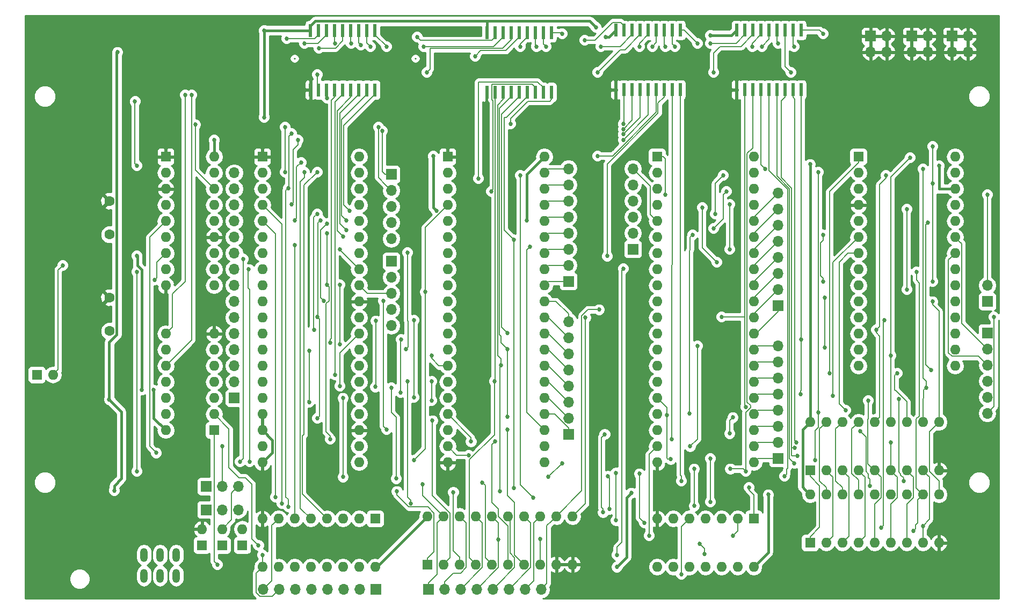
<source format=gbl>
G04 #@! TF.FileFunction,Copper,L2,Bot,Signal*
%FSLAX46Y46*%
G04 Gerber Fmt 4.6, Leading zero omitted, Abs format (unit mm)*
G04 Created by KiCad (PCBNEW 4.0.3-stable) date 10/13/17 00:19:32*
%MOMM*%
%LPD*%
G01*
G04 APERTURE LIST*
%ADD10C,0.100000*%
%ADD11C,0.700000*%
%ADD12O,1.200000X2.200000*%
%ADD13R,1.700000X1.700000*%
%ADD14O,1.700000X1.700000*%
%ADD15R,1.600000X1.600000*%
%ADD16O,1.600000X1.600000*%
%ADD17C,1.600000*%
%ADD18R,0.600000X2.000000*%
%ADD19C,0.685800*%
%ADD20C,0.250000*%
%ADD21C,0.457200*%
%ADD22C,0.152400*%
%ADD23C,0.254000*%
G04 APERTURE END LIST*
D10*
D11*
X82296000Y-128524000D03*
X83566000Y-128524000D03*
X84836000Y-128524000D03*
X86106000Y-128524000D03*
X87376000Y-128524000D03*
X88646000Y-128524000D03*
X82296000Y-126492000D03*
X83566000Y-126492000D03*
X84836000Y-126492000D03*
X86106000Y-126492000D03*
X87376000Y-126492000D03*
X88646000Y-126492000D03*
X88646000Y-124460000D03*
X87376000Y-124460000D03*
X86106000Y-124460000D03*
X84836000Y-124460000D03*
X83566000Y-124460000D03*
D12*
X95631000Y-127002000D03*
X95631000Y-130302000D03*
X98171000Y-127002000D03*
X98171000Y-130302000D03*
X100711000Y-127002000D03*
X100711000Y-130302000D03*
D13*
X223012000Y-45085000D03*
D14*
X225552000Y-45085000D03*
X223012000Y-47625000D03*
X225552000Y-47625000D03*
D13*
X216662000Y-45085000D03*
D14*
X219202000Y-45085000D03*
X216662000Y-47625000D03*
X219202000Y-47625000D03*
D15*
X114300000Y-64135000D03*
D16*
X129540000Y-112395000D03*
X114300000Y-66675000D03*
X129540000Y-109855000D03*
X114300000Y-69215000D03*
X129540000Y-107315000D03*
X114300000Y-71755000D03*
X129540000Y-104775000D03*
X114300000Y-74295000D03*
X129540000Y-102235000D03*
X114300000Y-76835000D03*
X129540000Y-99695000D03*
X114300000Y-79375000D03*
X129540000Y-97155000D03*
X114300000Y-81915000D03*
X129540000Y-94615000D03*
X114300000Y-84455000D03*
X129540000Y-92075000D03*
X114300000Y-86995000D03*
X129540000Y-89535000D03*
X114300000Y-89535000D03*
X129540000Y-86995000D03*
X114300000Y-92075000D03*
X129540000Y-84455000D03*
X114300000Y-94615000D03*
X129540000Y-81915000D03*
X114300000Y-97155000D03*
X129540000Y-79375000D03*
X114300000Y-99695000D03*
X129540000Y-76835000D03*
X114300000Y-102235000D03*
X129540000Y-74295000D03*
X114300000Y-104775000D03*
X129540000Y-71755000D03*
X114300000Y-107315000D03*
X129540000Y-69215000D03*
X114300000Y-109855000D03*
X129540000Y-66675000D03*
X114300000Y-112395000D03*
X129540000Y-64135000D03*
D15*
X107950000Y-125476000D03*
D16*
X107950000Y-122936000D03*
D15*
X78740000Y-98552000D03*
D16*
X81280000Y-98552000D03*
D13*
X105410000Y-116205000D03*
D14*
X107950000Y-116205000D03*
X110490000Y-116205000D03*
D13*
X162560000Y-107950000D03*
D14*
X162560000Y-105410000D03*
X162560000Y-102870000D03*
X162560000Y-100330000D03*
X162560000Y-97790000D03*
X162560000Y-95250000D03*
X162560000Y-92710000D03*
X162560000Y-90170000D03*
D13*
X162560000Y-83820000D03*
D14*
X162560000Y-81280000D03*
X162560000Y-78740000D03*
X162560000Y-76200000D03*
X162560000Y-73660000D03*
X162560000Y-71120000D03*
X162560000Y-68580000D03*
X162560000Y-66040000D03*
D13*
X228600000Y-86995000D03*
D14*
X228600000Y-84455000D03*
D13*
X172720000Y-78740000D03*
D14*
X172720000Y-76200000D03*
X172720000Y-73660000D03*
X172720000Y-71120000D03*
X172720000Y-68580000D03*
X172720000Y-66040000D03*
D13*
X195580000Y-111760000D03*
D14*
X195580000Y-109220000D03*
X195580000Y-106680000D03*
X195580000Y-104140000D03*
X195580000Y-101600000D03*
X195580000Y-99060000D03*
X195580000Y-96520000D03*
X195580000Y-93980000D03*
D13*
X195580000Y-87630000D03*
D14*
X195580000Y-85090000D03*
X195580000Y-82550000D03*
X195580000Y-80010000D03*
X195580000Y-77470000D03*
X195580000Y-74930000D03*
X195580000Y-72390000D03*
X195580000Y-69850000D03*
D13*
X210185000Y-45085000D03*
D14*
X212725000Y-45085000D03*
X210185000Y-47625000D03*
X212725000Y-47625000D03*
D17*
X90170000Y-91660000D03*
X90170000Y-86360000D03*
X90170000Y-76420000D03*
X90170000Y-71120000D03*
D15*
X99060000Y-64135000D03*
D16*
X106680000Y-84455000D03*
X99060000Y-66675000D03*
X106680000Y-81915000D03*
X99060000Y-69215000D03*
X106680000Y-79375000D03*
X99060000Y-71755000D03*
X106680000Y-76835000D03*
X99060000Y-74295000D03*
X106680000Y-74295000D03*
X99060000Y-76835000D03*
X106680000Y-71755000D03*
X99060000Y-79375000D03*
X106680000Y-69215000D03*
X99060000Y-81915000D03*
X106680000Y-66675000D03*
X99060000Y-84455000D03*
X106680000Y-64135000D03*
D15*
X143510000Y-64135000D03*
D16*
X158750000Y-112395000D03*
X143510000Y-66675000D03*
X158750000Y-109855000D03*
X143510000Y-69215000D03*
X158750000Y-107315000D03*
X143510000Y-71755000D03*
X158750000Y-104775000D03*
X143510000Y-74295000D03*
X158750000Y-102235000D03*
X143510000Y-76835000D03*
X158750000Y-99695000D03*
X143510000Y-79375000D03*
X158750000Y-97155000D03*
X143510000Y-81915000D03*
X158750000Y-94615000D03*
X143510000Y-84455000D03*
X158750000Y-92075000D03*
X143510000Y-86995000D03*
X158750000Y-89535000D03*
X143510000Y-89535000D03*
X158750000Y-86995000D03*
X143510000Y-92075000D03*
X158750000Y-84455000D03*
X143510000Y-94615000D03*
X158750000Y-81915000D03*
X143510000Y-97155000D03*
X158750000Y-79375000D03*
X143510000Y-99695000D03*
X158750000Y-76835000D03*
X143510000Y-102235000D03*
X158750000Y-74295000D03*
X143510000Y-104775000D03*
X158750000Y-71755000D03*
X143510000Y-107315000D03*
X158750000Y-69215000D03*
X143510000Y-109855000D03*
X158750000Y-66675000D03*
X143510000Y-112395000D03*
X158750000Y-64135000D03*
D15*
X176530000Y-64135000D03*
D16*
X191770000Y-112395000D03*
X176530000Y-66675000D03*
X191770000Y-109855000D03*
X176530000Y-69215000D03*
X191770000Y-107315000D03*
X176530000Y-71755000D03*
X191770000Y-104775000D03*
X176530000Y-74295000D03*
X191770000Y-102235000D03*
X176530000Y-76835000D03*
X191770000Y-99695000D03*
X176530000Y-79375000D03*
X191770000Y-97155000D03*
X176530000Y-81915000D03*
X191770000Y-94615000D03*
X176530000Y-84455000D03*
X191770000Y-92075000D03*
X176530000Y-86995000D03*
X191770000Y-89535000D03*
X176530000Y-89535000D03*
X191770000Y-86995000D03*
X176530000Y-92075000D03*
X191770000Y-84455000D03*
X176530000Y-94615000D03*
X191770000Y-81915000D03*
X176530000Y-97155000D03*
X191770000Y-79375000D03*
X176530000Y-99695000D03*
X191770000Y-76835000D03*
X176530000Y-102235000D03*
X191770000Y-74295000D03*
X176530000Y-104775000D03*
X191770000Y-71755000D03*
X176530000Y-107315000D03*
X191770000Y-69215000D03*
X176530000Y-109855000D03*
X191770000Y-66675000D03*
X176530000Y-112395000D03*
X191770000Y-64135000D03*
D15*
X208280000Y-64135000D03*
D16*
X223520000Y-97155000D03*
X208280000Y-66675000D03*
X223520000Y-94615000D03*
X208280000Y-69215000D03*
X223520000Y-92075000D03*
X208280000Y-71755000D03*
X223520000Y-89535000D03*
X208280000Y-74295000D03*
X223520000Y-86995000D03*
X208280000Y-76835000D03*
X223520000Y-84455000D03*
X208280000Y-79375000D03*
X223520000Y-81915000D03*
X208280000Y-81915000D03*
X223520000Y-79375000D03*
X208280000Y-84455000D03*
X223520000Y-76835000D03*
X208280000Y-86995000D03*
X223520000Y-74295000D03*
X208280000Y-89535000D03*
X223520000Y-71755000D03*
X208280000Y-92075000D03*
X223520000Y-69215000D03*
X208280000Y-94615000D03*
X223520000Y-66675000D03*
X208280000Y-97155000D03*
X223520000Y-64135000D03*
D15*
X191770000Y-121285000D03*
D16*
X176530000Y-128905000D03*
X189230000Y-121285000D03*
X179070000Y-128905000D03*
X186690000Y-121285000D03*
X181610000Y-128905000D03*
X184150000Y-121285000D03*
X184150000Y-128905000D03*
X181610000Y-121285000D03*
X186690000Y-128905000D03*
X179070000Y-121285000D03*
X189230000Y-128905000D03*
X176530000Y-121285000D03*
X191770000Y-128905000D03*
D15*
X132080000Y-121285000D03*
D16*
X114300000Y-128905000D03*
X129540000Y-121285000D03*
X116840000Y-128905000D03*
X127000000Y-121285000D03*
X119380000Y-128905000D03*
X124460000Y-121285000D03*
X121920000Y-128905000D03*
X121920000Y-121285000D03*
X124460000Y-128905000D03*
X119380000Y-121285000D03*
X127000000Y-128905000D03*
X116840000Y-121285000D03*
X129540000Y-128905000D03*
X114300000Y-121285000D03*
X132080000Y-128905000D03*
D15*
X200660000Y-125095000D03*
D16*
X220980000Y-117475000D03*
X203200000Y-125095000D03*
X218440000Y-117475000D03*
X205740000Y-125095000D03*
X215900000Y-117475000D03*
X208280000Y-125095000D03*
X213360000Y-117475000D03*
X210820000Y-125095000D03*
X210820000Y-117475000D03*
X213360000Y-125095000D03*
X208280000Y-117475000D03*
X215900000Y-125095000D03*
X205740000Y-117475000D03*
X218440000Y-125095000D03*
X203200000Y-117475000D03*
X220980000Y-125095000D03*
X200660000Y-117475000D03*
D15*
X200660000Y-113665000D03*
D16*
X220980000Y-106045000D03*
X203200000Y-113665000D03*
X218440000Y-106045000D03*
X205740000Y-113665000D03*
X215900000Y-106045000D03*
X208280000Y-113665000D03*
X213360000Y-106045000D03*
X210820000Y-113665000D03*
X210820000Y-106045000D03*
X213360000Y-113665000D03*
X208280000Y-106045000D03*
X215900000Y-113665000D03*
X205740000Y-106045000D03*
X218440000Y-113665000D03*
X203200000Y-106045000D03*
X220980000Y-113665000D03*
X200660000Y-106045000D03*
D18*
X199244268Y-53562284D03*
X197974268Y-53562284D03*
X196704268Y-53562284D03*
X195434268Y-53562284D03*
X194164268Y-53562284D03*
X192894268Y-53562284D03*
X191624268Y-53562284D03*
X190354268Y-53562284D03*
X189084268Y-53562284D03*
X189084268Y-44162284D03*
X190354268Y-44162284D03*
X191624268Y-44162284D03*
X192894268Y-44162284D03*
X194164268Y-44162284D03*
X195434268Y-44162284D03*
X196704268Y-44162284D03*
X197974268Y-44162284D03*
X199244268Y-44162284D03*
D15*
X106680000Y-107315000D03*
D16*
X99060000Y-92075000D03*
X106680000Y-104775000D03*
X99060000Y-94615000D03*
X106680000Y-102235000D03*
X99060000Y-97155000D03*
X106680000Y-99695000D03*
X99060000Y-99695000D03*
X106680000Y-97155000D03*
X99060000Y-102235000D03*
X106680000Y-94615000D03*
X99060000Y-104775000D03*
X106680000Y-92075000D03*
X99060000Y-107315000D03*
D18*
X180194268Y-53562284D03*
X178924268Y-53562284D03*
X177654268Y-53562284D03*
X176384268Y-53562284D03*
X175114268Y-53562284D03*
X173844268Y-53562284D03*
X172574268Y-53562284D03*
X171304268Y-53562284D03*
X170034268Y-53562284D03*
X170034268Y-44162284D03*
X171304268Y-44162284D03*
X172574268Y-44162284D03*
X173844268Y-44162284D03*
X175114268Y-44162284D03*
X176384268Y-44162284D03*
X177654268Y-44162284D03*
X178924268Y-44162284D03*
X180194268Y-44162284D03*
X159874268Y-53942284D03*
X158604268Y-53942284D03*
X157334268Y-53942284D03*
X156064268Y-53942284D03*
X154794268Y-53942284D03*
X153524268Y-53942284D03*
X152254268Y-53942284D03*
X150984268Y-53942284D03*
X149714268Y-53942284D03*
X149714268Y-44542284D03*
X150984268Y-44542284D03*
X152254268Y-44542284D03*
X153524268Y-44542284D03*
X154794268Y-44542284D03*
X156064268Y-44542284D03*
X157334268Y-44542284D03*
X158604268Y-44542284D03*
X159874268Y-44542284D03*
X132044168Y-53595000D03*
X130774168Y-53595000D03*
X129504168Y-53595000D03*
X128234168Y-53595000D03*
X126964168Y-53595000D03*
X125694168Y-53595000D03*
X124424168Y-53595000D03*
X123154168Y-53595000D03*
X121884168Y-53595000D03*
X121884168Y-44195000D03*
X123154168Y-44195000D03*
X124424168Y-44195000D03*
X125694168Y-44195000D03*
X126964168Y-44195000D03*
X128234168Y-44195000D03*
X129504168Y-44195000D03*
X130774168Y-44195000D03*
X132044168Y-44195000D03*
D13*
X105410000Y-119888000D03*
D14*
X107950000Y-119888000D03*
X110490000Y-119888000D03*
D13*
X228600000Y-91948000D03*
D14*
X228600000Y-94488000D03*
X228600000Y-97028000D03*
X228600000Y-99568000D03*
X228600000Y-102108000D03*
X228600000Y-104648000D03*
D13*
X109855000Y-102235000D03*
D14*
X109855000Y-99695000D03*
X109855000Y-97155000D03*
X109855000Y-94615000D03*
X109855000Y-92075000D03*
X109855000Y-89535000D03*
X109855000Y-86995000D03*
X109855000Y-84455000D03*
X109855000Y-81915000D03*
X109855000Y-79375000D03*
X109855000Y-76835000D03*
X109855000Y-74295000D03*
X109855000Y-71755000D03*
X109855000Y-69215000D03*
X109855000Y-66675000D03*
D13*
X134620000Y-80645000D03*
D14*
X134620000Y-83185000D03*
X134620000Y-85725000D03*
X134620000Y-88265000D03*
X134620000Y-90805000D03*
D13*
X134620000Y-66929000D03*
D14*
X134620000Y-69469000D03*
X134620000Y-72009000D03*
X134620000Y-74549000D03*
X134620000Y-77089000D03*
D13*
X140462000Y-132461000D03*
D14*
X143002000Y-132461000D03*
X145542000Y-132461000D03*
X148082000Y-132461000D03*
X150622000Y-132461000D03*
X153162000Y-132461000D03*
X155702000Y-132461000D03*
X158242000Y-132461000D03*
D13*
X132207000Y-132461000D03*
D14*
X129667000Y-132461000D03*
X127127000Y-132461000D03*
X124587000Y-132461000D03*
X122047000Y-132461000D03*
X119507000Y-132461000D03*
X116967000Y-132461000D03*
X114427000Y-132461000D03*
D15*
X140335000Y-128524000D03*
D16*
X163195000Y-120904000D03*
X142875000Y-128524000D03*
X160655000Y-120904000D03*
X145415000Y-128524000D03*
X158115000Y-120904000D03*
X147955000Y-128524000D03*
X155575000Y-120904000D03*
X150495000Y-128524000D03*
X153035000Y-120904000D03*
X153035000Y-128524000D03*
X150495000Y-120904000D03*
X155575000Y-128524000D03*
X147955000Y-120904000D03*
X158115000Y-128524000D03*
X145415000Y-120904000D03*
X160655000Y-128524000D03*
X142875000Y-120904000D03*
X163195000Y-128524000D03*
X140335000Y-120904000D03*
D15*
X111125000Y-125476000D03*
D16*
X111125000Y-122936000D03*
D15*
X104775000Y-125476000D03*
D16*
X104775000Y-122936000D03*
D11*
X82296000Y-124460000D03*
D19*
X88646000Y-97282000D03*
X133350000Y-112522000D03*
X93472000Y-84836000D03*
X94488000Y-65532000D03*
X94214000Y-55372000D03*
X90932000Y-116840000D03*
X90164000Y-102489000D03*
X184912000Y-44958000D03*
X168402000Y-45212000D03*
X166878000Y-43688000D03*
X114554000Y-57912000D03*
X114554000Y-44195000D03*
X91440000Y-47625000D03*
X106680000Y-61468000D03*
X94488000Y-79756000D03*
X155956000Y-74168000D03*
X141224000Y-64008000D03*
X141732000Y-72644000D03*
X220980000Y-65532000D03*
X95250000Y-100931800D03*
X170180000Y-128905000D03*
X200660000Y-65316001D03*
X172466000Y-117221000D03*
X97155000Y-100965000D03*
X194056000Y-117475000D03*
X82804000Y-81280000D03*
X202692000Y-44704000D03*
X182880000Y-46228000D03*
X198120000Y-46736000D03*
X179324000Y-46736000D03*
X197612000Y-50800000D03*
X177800000Y-46736000D03*
X195580000Y-46228000D03*
X175768000Y-46736000D03*
X193040000Y-46736000D03*
X173736000Y-46736000D03*
X191516000Y-46736000D03*
X167132000Y-50800000D03*
X185420000Y-50800000D03*
X167640000Y-46736000D03*
X184912000Y-46228000D03*
X165100000Y-45720000D03*
X161544000Y-44704000D03*
X133858000Y-46736000D03*
X159004000Y-46736000D03*
X131318000Y-46736000D03*
X157480000Y-46736000D03*
X129794000Y-46482000D03*
X154940000Y-46736000D03*
X128270000Y-46228000D03*
X123190000Y-46990000D03*
X125730000Y-46228000D03*
X120904000Y-46228000D03*
X118110000Y-45466000D03*
X147828000Y-48260000D03*
X140208000Y-50800000D03*
X139700000Y-46736000D03*
X138684000Y-45212000D03*
X94488000Y-82296000D03*
X94488000Y-113792000D03*
X107950000Y-109855000D03*
X228600000Y-70104000D03*
X187960000Y-71628000D03*
X187960000Y-78740000D03*
X187452000Y-69596000D03*
X185420000Y-75438000D03*
X186944000Y-67056000D03*
X185674000Y-73152000D03*
X177800000Y-70104000D03*
X138176000Y-112014000D03*
X183642000Y-72136000D03*
X185928000Y-80772000D03*
X139954000Y-85471000D03*
X219964000Y-68326000D03*
X219964000Y-83820000D03*
X219964000Y-62484000D03*
X97548601Y-110883601D03*
X103727500Y-59055000D03*
X120904000Y-66548000D03*
X117856000Y-66548000D03*
X117856000Y-59436000D03*
X171196000Y-59766203D03*
X118364000Y-119380000D03*
X118364000Y-69088000D03*
X118872000Y-60452000D03*
X171196000Y-60604406D03*
X119888000Y-61468000D03*
X117348000Y-118872000D03*
X118872000Y-71628000D03*
X171196000Y-61468000D03*
X116332000Y-117856000D03*
X119380000Y-74168000D03*
X120396000Y-65024000D03*
X167132000Y-64008000D03*
X156464000Y-78346399D03*
X168656000Y-79818601D03*
X137160000Y-99568000D03*
X137668000Y-118872000D03*
X111252000Y-80264000D03*
X110744000Y-112268000D03*
X178816000Y-108712000D03*
X112141000Y-81915000D03*
X180340000Y-115316000D03*
X112268000Y-112268000D03*
X137160000Y-79248000D03*
X136906000Y-94488000D03*
X158115000Y-124460000D03*
X217424000Y-82296000D03*
X216916000Y-123190000D03*
X175260000Y-123952000D03*
X146812000Y-111252000D03*
X124968000Y-108712000D03*
X124460000Y-84328000D03*
X124460000Y-76200000D03*
X127000000Y-76708000D03*
X219964000Y-86995000D03*
X126492000Y-100330000D03*
X152908000Y-107188000D03*
X206248000Y-104140000D03*
X210058000Y-116078000D03*
X208534000Y-107442000D03*
X133350000Y-86868000D03*
X133858000Y-107188000D03*
X123952000Y-86868000D03*
X124460000Y-74676000D03*
X127508000Y-75692000D03*
X147193000Y-109093000D03*
X151003000Y-109093000D03*
X204216000Y-101918398D03*
X215392000Y-115316000D03*
X214630000Y-102362000D03*
X122936000Y-105410000D03*
X122936000Y-89408000D03*
X123444000Y-74168000D03*
X127508000Y-74168000D03*
X132080000Y-100457000D03*
X132207000Y-90043000D03*
X178689000Y-111887000D03*
X184912000Y-111760000D03*
X135382000Y-114935000D03*
X148971000Y-115570000D03*
X178054000Y-104902000D03*
X181610000Y-104648000D03*
X182118000Y-76454000D03*
X184912000Y-118618000D03*
X134620000Y-100584000D03*
X122428000Y-91440000D03*
X122936000Y-73152000D03*
X128016000Y-72644000D03*
X126492000Y-93726000D03*
X202946000Y-94234000D03*
X202946000Y-86360000D03*
X126492000Y-84328000D03*
X121666000Y-94742000D03*
X218440000Y-66040000D03*
X218948000Y-100584000D03*
X140970000Y-99568000D03*
X140970000Y-102616000D03*
X121666000Y-102870000D03*
X150876000Y-99568000D03*
X151765000Y-116967000D03*
X144399000Y-117094000D03*
X203708000Y-98298000D03*
X214376000Y-98298000D03*
X140970000Y-95504000D03*
X151892000Y-97028000D03*
X152908000Y-105156000D03*
X141097000Y-105791000D03*
X216408000Y-64262000D03*
X213360000Y-95504000D03*
X152908000Y-94488000D03*
X153924000Y-116408201D03*
X191008000Y-116332000D03*
X153924000Y-77216000D03*
X127000000Y-102235000D03*
X127000000Y-114681000D03*
X135509000Y-116967000D03*
X212598000Y-67056000D03*
X211074000Y-91440000D03*
X136144000Y-92964000D03*
X136080500Y-101346000D03*
X152908000Y-91948000D03*
X150368000Y-69596000D03*
X148336000Y-67564000D03*
X153416000Y-58928000D03*
X132588000Y-59436000D03*
X122936000Y-66548000D03*
X133180698Y-60028698D03*
X171196000Y-58928000D03*
X156972000Y-117932209D03*
X154940000Y-67056000D03*
X215900000Y-85090000D03*
X215900000Y-72390000D03*
X202692000Y-83820000D03*
X202692000Y-76454000D03*
X182880000Y-93980000D03*
X181737000Y-109855000D03*
X161544000Y-112522000D03*
X159385000Y-114681000D03*
X139573000Y-115824000D03*
X199244268Y-92964000D03*
X209804000Y-102616000D03*
X199136000Y-101600000D03*
X113665000Y-125476000D03*
X188468000Y-123952000D03*
X218440000Y-122428000D03*
X186690000Y-89408000D03*
X167386000Y-88265000D03*
X190500000Y-103632000D03*
X188087000Y-113411000D03*
X182372000Y-113411000D03*
X182372000Y-119253000D03*
X190500000Y-113792000D03*
X201930000Y-104521000D03*
X188468000Y-105283000D03*
X187960000Y-107823000D03*
X168275000Y-107950000D03*
X168021000Y-120269000D03*
X201422000Y-112014000D03*
X201930000Y-66548000D03*
X193548000Y-66040000D03*
X168783000Y-114554000D03*
X169037000Y-119761000D03*
X196596000Y-114554000D03*
X151523601Y-124587000D03*
X184023000Y-126873000D03*
X183261000Y-125222000D03*
X198120000Y-112522000D03*
X198247000Y-110109000D03*
X170053000Y-114046000D03*
X170053000Y-121539000D03*
X198628000Y-111379000D03*
X173736000Y-114173000D03*
X174498000Y-121920000D03*
X213360000Y-109220000D03*
X198501000Y-109220000D03*
X124460000Y-54864000D03*
X102108000Y-54356000D03*
X122936000Y-51145806D03*
X103124000Y-54356000D03*
X125730000Y-98552000D03*
X125044200Y-93472000D03*
X219202000Y-74549000D03*
X219710000Y-97790000D03*
X229616000Y-89408000D03*
X119380000Y-78105000D03*
X97282000Y-83566000D03*
X126492000Y-78740000D03*
X165227000Y-89535000D03*
X138176000Y-89916000D03*
X138176000Y-102108000D03*
X180340000Y-130048000D03*
X107188000Y-128524000D03*
X171196000Y-81788000D03*
X170180000Y-127000000D03*
X114300000Y-127000000D03*
X212344000Y-89916000D03*
X211836000Y-122682000D03*
D20*
X119408060Y-48641108D02*
X119323062Y-48641108D01*
X138429892Y-48641108D02*
X138394168Y-48641108D01*
D21*
X114300000Y-107315000D02*
X115874790Y-108889790D01*
X115874790Y-108889790D02*
X115874790Y-110820210D01*
X115874790Y-110820210D02*
X115099999Y-111595001D01*
X115099999Y-111595001D02*
X114300000Y-112395000D01*
D22*
X94214000Y-55372000D02*
X94214000Y-65258000D01*
X94214000Y-65258000D02*
X94488000Y-65532000D01*
D21*
X90932000Y-116840000D02*
X90932000Y-116078000D01*
X90932000Y-116078000D02*
X92075000Y-114935000D01*
X90164000Y-98044000D02*
X90164000Y-93401882D01*
X90164000Y-102489000D02*
X90164000Y-98044000D01*
X149606000Y-42737800D02*
X165927800Y-42737800D01*
X122641368Y-42737800D02*
X149606000Y-42737800D01*
X149606000Y-42737800D02*
X149714268Y-42846068D01*
X149714268Y-42846068D02*
X149714268Y-44542284D01*
X184912000Y-44958000D02*
X188288552Y-44958000D01*
X188288552Y-44958000D02*
X189084268Y-44162284D01*
X168402000Y-45212000D02*
X168984552Y-45212000D01*
X168984552Y-45212000D02*
X170034268Y-44162284D01*
X121884168Y-44195000D02*
X121884168Y-43495000D01*
X121884168Y-43495000D02*
X122641368Y-42737800D01*
X165927800Y-42737800D02*
X166878000Y-43688000D01*
X114554000Y-44195000D02*
X121884168Y-44195000D01*
X114554000Y-44195000D02*
X114554000Y-57912000D01*
X91351001Y-56162635D02*
X91351001Y-47713999D01*
X91351001Y-47713999D02*
X91440000Y-47625000D01*
X90164000Y-93401882D02*
X91351001Y-92214881D01*
X91351001Y-92214881D02*
X91351001Y-56162635D01*
X92075000Y-114935000D02*
X92075000Y-104400000D01*
X92075000Y-104400000D02*
X90164000Y-102489000D01*
X106680000Y-64135000D02*
X106680000Y-61468000D01*
X140335000Y-120904000D02*
X132334000Y-128905000D01*
X132334000Y-128905000D02*
X132080000Y-128905000D01*
X220980000Y-69215000D02*
X223520000Y-69215000D01*
X94615000Y-81351626D02*
X94615000Y-79883000D01*
X94615000Y-79883000D02*
X94488000Y-79756000D01*
X155956000Y-74168000D02*
X155956000Y-66929000D01*
X155956000Y-66929000D02*
X158750000Y-64135000D01*
X141224000Y-72136000D02*
X141224000Y-64008000D01*
X141732000Y-72644000D02*
X141224000Y-72136000D01*
X220980000Y-65532000D02*
X220980000Y-69215000D01*
X94615000Y-81351626D02*
X95250000Y-81986626D01*
X95250000Y-81986626D02*
X95250000Y-100931800D01*
X200660000Y-101600000D02*
X200660000Y-65316001D01*
X200660000Y-101981000D02*
X200660000Y-101600000D01*
X200660000Y-101600000D02*
X200660000Y-106045000D01*
X171704000Y-117983000D02*
X171704000Y-127381000D01*
X171704000Y-127381000D02*
X170180000Y-128905000D01*
X172466000Y-117221000D02*
X171704000Y-117983000D01*
X200660000Y-106045000D02*
X199478999Y-107226001D01*
X199478999Y-107226001D02*
X199478999Y-116293999D01*
X199478999Y-116293999D02*
X199860001Y-116675001D01*
X199860001Y-116675001D02*
X200660000Y-117475000D01*
X97155000Y-105410000D02*
X97155000Y-100965000D01*
X194056000Y-126619000D02*
X194056000Y-117475000D01*
X194056000Y-126619000D02*
X191770000Y-128905000D01*
X97155000Y-105410000D02*
X99060000Y-107315000D01*
D22*
X107950000Y-122936000D02*
X109411399Y-121474601D01*
X109640001Y-117054999D02*
X110490000Y-116205000D01*
X109411399Y-121474601D02*
X109411399Y-117283601D01*
X109411399Y-117283601D02*
X109640001Y-117054999D01*
X110236000Y-116459000D02*
X110490000Y-116205000D01*
X82079999Y-82004001D02*
X82296000Y-81788000D01*
X81280000Y-98552000D02*
X82079999Y-97752001D01*
X82079999Y-97752001D02*
X82079999Y-82004001D01*
X82296000Y-81788000D02*
X82804000Y-81280000D01*
X199244268Y-44162284D02*
X202150284Y-44162284D01*
X202150284Y-44162284D02*
X202692000Y-44704000D01*
X180194268Y-44162284D02*
X180814284Y-44162284D01*
X180814284Y-44162284D02*
X182880000Y-46228000D01*
X197974268Y-44162284D02*
X197974268Y-46590268D01*
X197974268Y-46590268D02*
X198120000Y-46736000D01*
X178924268Y-44162284D02*
X178924268Y-46336268D01*
X178924268Y-46336268D02*
X179324000Y-46736000D01*
X196704268Y-44162284D02*
X196704268Y-49892268D01*
X196704268Y-49892268D02*
X197612000Y-50800000D01*
X177654268Y-44162284D02*
X177654268Y-46590268D01*
X177654268Y-46590268D02*
X177800000Y-46736000D01*
X195434268Y-44162284D02*
X195434268Y-46082268D01*
X195434268Y-46082268D02*
X195580000Y-46228000D01*
X176384268Y-44162284D02*
X176384268Y-46119732D01*
X176384268Y-46119732D02*
X175768000Y-46736000D01*
X194164268Y-44162284D02*
X194164268Y-45611732D01*
X194164268Y-45611732D02*
X193040000Y-46736000D01*
X175114268Y-44162284D02*
X175114268Y-44862284D01*
X175114268Y-44862284D02*
X173736000Y-46240552D01*
X173736000Y-46240552D02*
X173736000Y-46736000D01*
X192894268Y-44162284D02*
X192894268Y-44862284D01*
X192894268Y-44862284D02*
X191516000Y-46240552D01*
X191516000Y-46240552D02*
X191516000Y-46736000D01*
X171462552Y-47244000D02*
X170688000Y-47244000D01*
X170688000Y-47244000D02*
X167132000Y-50800000D01*
X173844268Y-44162284D02*
X173844268Y-44862284D01*
X173844268Y-44862284D02*
X171462552Y-47244000D01*
X186436000Y-46736000D02*
X185420000Y-47752000D01*
X185420000Y-47752000D02*
X185420000Y-50800000D01*
X189750552Y-46736000D02*
X186436000Y-46736000D01*
X191624268Y-44162284D02*
X191624268Y-44862284D01*
X191624268Y-44862284D02*
X189750552Y-46736000D01*
X172574268Y-44162284D02*
X172574268Y-44862284D01*
X172574268Y-44862284D02*
X170700552Y-46736000D01*
X170700552Y-46736000D02*
X170442034Y-46736000D01*
X170442034Y-46736000D02*
X167640000Y-46736000D01*
X190354268Y-44162284D02*
X190354268Y-44862284D01*
X190354268Y-44862284D02*
X188988552Y-46228000D01*
X188988552Y-46228000D02*
X188730034Y-46228000D01*
X188730034Y-46228000D02*
X184912000Y-46228000D01*
X171304268Y-44162284D02*
X171304268Y-43462284D01*
X171304268Y-43462284D02*
X170775667Y-42933683D01*
X170775667Y-42933683D02*
X169551387Y-42933683D01*
X169551387Y-42933683D02*
X166765070Y-45720000D01*
X166765070Y-45720000D02*
X165100000Y-45720000D01*
X159874268Y-44542284D02*
X161382284Y-44542284D01*
X161382284Y-44542284D02*
X161544000Y-44704000D01*
X132044168Y-44195000D02*
X132044168Y-44895000D01*
X132044168Y-44895000D02*
X133858000Y-46708832D01*
X133858000Y-46708832D02*
X133858000Y-46736000D01*
X158604268Y-44542284D02*
X158604268Y-46336268D01*
X158604268Y-46336268D02*
X159004000Y-46736000D01*
X130774168Y-44195000D02*
X130774168Y-46192168D01*
X130774168Y-46192168D02*
X131318000Y-46736000D01*
X157334268Y-44542284D02*
X157334268Y-46590268D01*
X157334268Y-46590268D02*
X157480000Y-46736000D01*
X129504168Y-44195000D02*
X129504168Y-46192168D01*
X129504168Y-46192168D02*
X129794000Y-46482000D01*
X156064268Y-44542284D02*
X156064268Y-45242284D01*
X156064268Y-45242284D02*
X154940000Y-46366552D01*
X154940000Y-46366552D02*
X154940000Y-46736000D01*
X128234168Y-44195000D02*
X128234168Y-46192168D01*
X128234168Y-46192168D02*
X128270000Y-46228000D01*
X126964168Y-44195000D02*
X126964168Y-45839654D01*
X126964168Y-45839654D02*
X125813822Y-46990000D01*
X125813822Y-46990000D02*
X123190000Y-46990000D01*
X125694168Y-44195000D02*
X125694168Y-46192168D01*
X125694168Y-46192168D02*
X125730000Y-46228000D01*
X124424168Y-44895000D02*
X123091168Y-46228000D01*
X123091168Y-46228000D02*
X122832650Y-46228000D01*
X122832650Y-46228000D02*
X120904000Y-46228000D01*
D20*
X124424168Y-44195000D02*
X124424168Y-44895000D01*
D22*
X123154168Y-44895000D02*
X122583168Y-45466000D01*
X122583168Y-45466000D02*
X122324650Y-45466000D01*
X122324650Y-45466000D02*
X118110000Y-45466000D01*
D20*
X123154168Y-44195000D02*
X123154168Y-44895000D01*
D22*
X151013064Y-47345620D02*
X148742380Y-47345620D01*
X148742380Y-47345620D02*
X147828000Y-48260000D01*
X154794268Y-44542284D02*
X154794268Y-45242284D01*
X154794268Y-45242284D02*
X152690932Y-47345620D01*
X152690932Y-47345620D02*
X151013064Y-47345620D01*
X140716000Y-47040810D02*
X140716000Y-50292000D01*
X140716000Y-50292000D02*
X140208000Y-50800000D01*
X150886808Y-47040810D02*
X140716000Y-47040810D01*
X153524268Y-44542284D02*
X153524268Y-45694684D01*
X153524268Y-45694684D02*
X152178142Y-47040810D01*
X152178142Y-47040810D02*
X150886808Y-47040810D01*
X152254268Y-44542284D02*
X152254268Y-45242284D01*
X152254268Y-45242284D02*
X150760552Y-46736000D01*
X150760552Y-46736000D02*
X139700000Y-46736000D01*
X150984268Y-44542284D02*
X150984268Y-45242284D01*
X150984268Y-45242284D02*
X150455667Y-45770885D01*
X150455667Y-45770885D02*
X139242885Y-45770885D01*
X139242885Y-45770885D02*
X139026899Y-45554899D01*
X139026899Y-45554899D02*
X138684000Y-45212000D01*
X94488000Y-113792000D02*
X94488000Y-82296000D01*
X107950000Y-116205000D02*
X107950000Y-109855000D01*
X162560000Y-107950000D02*
X162560000Y-106947600D01*
X162560000Y-106947600D02*
X160387400Y-104775000D01*
X159881370Y-104775000D02*
X158750000Y-104775000D01*
X160387400Y-104775000D02*
X159881370Y-104775000D01*
X162560000Y-105410000D02*
X159385000Y-102235000D01*
X159385000Y-102235000D02*
X158750000Y-102235000D01*
X162560000Y-102870000D02*
X159385000Y-99695000D01*
X159385000Y-99695000D02*
X158750000Y-99695000D01*
X162560000Y-100330000D02*
X159385000Y-97155000D01*
X159385000Y-97155000D02*
X158750000Y-97155000D01*
X162560000Y-97790000D02*
X159385000Y-94615000D01*
X159385000Y-94615000D02*
X158750000Y-94615000D01*
X162560000Y-95250000D02*
X159385000Y-92075000D01*
X159385000Y-92075000D02*
X158750000Y-92075000D01*
X162560000Y-92710000D02*
X159385000Y-89535000D01*
X159385000Y-89535000D02*
X158750000Y-89535000D01*
X162560000Y-90170000D02*
X162560000Y-88967919D01*
X162560000Y-88967919D02*
X160587081Y-86995000D01*
X160587081Y-86995000D02*
X159881370Y-86995000D01*
X159881370Y-86995000D02*
X158750000Y-86995000D01*
X162560000Y-83820000D02*
X159385000Y-83820000D01*
X159385000Y-83820000D02*
X158750000Y-84455000D01*
X162560000Y-81280000D02*
X159385000Y-81280000D01*
X159385000Y-81280000D02*
X158750000Y-81915000D01*
X162560000Y-78740000D02*
X159385000Y-78740000D01*
X159385000Y-78740000D02*
X158750000Y-79375000D01*
X162560000Y-76200000D02*
X159385000Y-76200000D01*
X159385000Y-76200000D02*
X158750000Y-76835000D01*
X162560000Y-73660000D02*
X159385000Y-73660000D01*
X159385000Y-73660000D02*
X158750000Y-74295000D01*
X162560000Y-71120000D02*
X159385000Y-71120000D01*
X159385000Y-71120000D02*
X158750000Y-71755000D01*
X162560000Y-68580000D02*
X159385000Y-68580000D01*
X159385000Y-68580000D02*
X158750000Y-69215000D01*
X162560000Y-66040000D02*
X159385000Y-66040000D01*
X159385000Y-66040000D02*
X158750000Y-66675000D01*
X228600000Y-84455000D02*
X228600000Y-70104000D01*
X187960000Y-75565000D02*
X187960000Y-71628000D01*
X187960000Y-78740000D02*
X187960000Y-75565000D01*
X186944000Y-73914000D02*
X186944000Y-70104000D01*
X186944000Y-70104000D02*
X187452000Y-69596000D01*
X185420000Y-75438000D02*
X186944000Y-73914000D01*
X187388500Y-69659500D02*
X187452000Y-69596000D01*
X185674000Y-73152000D02*
X185674000Y-68326000D01*
X185674000Y-68326000D02*
X186944000Y-67056000D01*
X186817000Y-67183000D02*
X186944000Y-67056000D01*
X177800000Y-70104000D02*
X177800000Y-64452600D01*
X177800000Y-64452600D02*
X177482400Y-64135000D01*
X177482400Y-64135000D02*
X176530000Y-64135000D01*
X172720000Y-66040000D02*
X175501399Y-68821399D01*
X175501399Y-68821399D02*
X175501399Y-73266399D01*
X175730001Y-73495001D02*
X176530000Y-74295000D01*
X175501399Y-73266399D02*
X175730001Y-73495001D01*
X195580000Y-111760000D02*
X192405000Y-111760000D01*
X192405000Y-111760000D02*
X191770000Y-112395000D01*
X195580000Y-109220000D02*
X192405000Y-109220000D01*
X192405000Y-109220000D02*
X191770000Y-109855000D01*
X195580000Y-106680000D02*
X192405000Y-106680000D01*
X192405000Y-106680000D02*
X191770000Y-107315000D01*
X195580000Y-104140000D02*
X192405000Y-104140000D01*
X192405000Y-104140000D02*
X191770000Y-104775000D01*
X195580000Y-101600000D02*
X192405000Y-101600000D01*
X192405000Y-101600000D02*
X191770000Y-102235000D01*
X195580000Y-99060000D02*
X192405000Y-99060000D01*
X192405000Y-99060000D02*
X191770000Y-99695000D01*
X195580000Y-96520000D02*
X192405000Y-96520000D01*
X192405000Y-96520000D02*
X191770000Y-97155000D01*
X195580000Y-93980000D02*
X192405000Y-93980000D01*
X192405000Y-93980000D02*
X191770000Y-94615000D01*
X195580000Y-87630000D02*
X195580000Y-88632400D01*
X195580000Y-88632400D02*
X192137400Y-92075000D01*
X192137400Y-92075000D02*
X191770000Y-92075000D01*
X195580000Y-85090000D02*
X191770000Y-88900000D01*
X191770000Y-88900000D02*
X191770000Y-89535000D01*
X195580000Y-82550000D02*
X191770000Y-86360000D01*
X191770000Y-86360000D02*
X191770000Y-86995000D01*
X195580000Y-80010000D02*
X191770000Y-83820000D01*
X191770000Y-83820000D02*
X191770000Y-84455000D01*
X195580000Y-77470000D02*
X191770000Y-81280000D01*
X191770000Y-81280000D02*
X191770000Y-81915000D01*
X195580000Y-74930000D02*
X191770000Y-78740000D01*
X191770000Y-78740000D02*
X191770000Y-79375000D01*
X195580000Y-72390000D02*
X191770000Y-76200000D01*
X191770000Y-76200000D02*
X191770000Y-76835000D01*
X195580000Y-69850000D02*
X191770000Y-73660000D01*
X191770000Y-73660000D02*
X191770000Y-74295000D01*
X139954000Y-109982000D02*
X139954000Y-109855000D01*
X139954000Y-109855000D02*
X139954000Y-109537500D01*
X139954000Y-110236000D02*
X139954000Y-109855000D01*
X138176000Y-112014000D02*
X139954000Y-110236000D01*
X183642000Y-72136000D02*
X183642000Y-78486000D01*
X183642000Y-78486000D02*
X185928000Y-80772000D01*
X139954000Y-109537500D02*
X139954000Y-85471000D01*
X139954000Y-85471000D02*
X139954000Y-75311000D01*
X139954000Y-75311000D02*
X143510000Y-71755000D01*
X219964000Y-66040000D02*
X219964000Y-68326000D01*
X219964000Y-68326000D02*
X219964000Y-83820000D01*
X219964000Y-62484000D02*
X219964000Y-66040000D01*
X97548601Y-110883601D02*
X96520000Y-109855000D01*
X99060000Y-74295000D02*
X96520000Y-76835000D01*
X96520000Y-76835000D02*
X96520000Y-109855000D01*
X103727500Y-59055000D02*
X103727500Y-66262500D01*
X103727500Y-66262500D02*
X106680000Y-69215000D01*
X117856000Y-60452000D02*
X117856000Y-59436000D01*
X120278388Y-119643388D02*
X120278388Y-68072000D01*
X120904000Y-66548000D02*
X120904000Y-67446388D01*
X120904000Y-67446388D02*
X120278388Y-68072000D01*
X121920000Y-121285000D02*
X120278388Y-119643388D01*
X117856000Y-60452000D02*
X117856000Y-66548000D01*
X172574268Y-53562284D02*
X172574268Y-58387935D01*
X172574268Y-58387935D02*
X171196000Y-59766203D01*
X118872000Y-60452000D02*
X118448698Y-60875302D01*
X118448698Y-60875302D02*
X118448698Y-69003302D01*
X118448698Y-69003302D02*
X118364000Y-69088000D01*
X118364000Y-119380000D02*
X118364000Y-118196567D01*
X118364000Y-118196567D02*
X118021101Y-117853668D01*
X118021101Y-117853668D02*
X118021101Y-69430899D01*
X118021101Y-69430899D02*
X118364000Y-69088000D01*
X173844268Y-53562284D02*
X173844268Y-57956138D01*
X173844268Y-57956138D02*
X171196000Y-60604406D01*
X119135388Y-62992000D02*
X119135388Y-71364612D01*
X119888000Y-61468000D02*
X119888000Y-62239388D01*
X119888000Y-62239388D02*
X119135388Y-62992000D01*
X117348000Y-118872000D02*
X117348000Y-74803000D01*
X117348000Y-74803000D02*
X114300000Y-71755000D01*
X119135388Y-71364612D02*
X118872000Y-71628000D01*
X175114268Y-53562284D02*
X175114268Y-57549732D01*
X175114268Y-57549732D02*
X171196000Y-61468000D01*
X176384268Y-57125554D02*
X170009822Y-63500000D01*
X167132000Y-64008000D02*
X169501822Y-64008000D01*
X170009822Y-63500000D02*
X169832021Y-63677801D01*
X169501822Y-64008000D02*
X170009822Y-63500000D01*
X119706888Y-66040000D02*
X119706888Y-73841112D01*
X119706888Y-65713112D02*
X119706888Y-66040000D01*
X120396000Y-65024000D02*
X119706888Y-65713112D01*
X116332000Y-117856000D02*
X116332000Y-76327000D01*
X116332000Y-76327000D02*
X114300000Y-74295000D01*
X119706888Y-73841112D02*
X119380000Y-74168000D01*
X176384268Y-53562284D02*
X176384268Y-57125554D01*
X158750000Y-107315000D02*
X155956000Y-104521000D01*
X155956000Y-104521000D02*
X155956000Y-78854399D01*
X155956000Y-78854399D02*
X156464000Y-78346399D01*
X176689077Y-57251811D02*
X168656000Y-65284888D01*
X168656000Y-65284888D02*
X168656000Y-79818601D01*
X177654268Y-53562284D02*
X177654268Y-54714684D01*
X177654268Y-54714684D02*
X176689078Y-55679874D01*
X176689078Y-55679874D02*
X176689077Y-57251811D01*
X177654268Y-54262284D02*
X177654268Y-53562284D01*
X137668000Y-118364000D02*
X137160000Y-117856000D01*
X137668000Y-118872000D02*
X137668000Y-118364000D01*
X137160000Y-117856000D02*
X137160000Y-99568000D01*
X111252000Y-80264000D02*
X111252000Y-111760000D01*
X111252000Y-111760000D02*
X110744000Y-112268000D01*
X178924268Y-81171732D02*
X178816000Y-81280000D01*
X178816000Y-81280000D02*
X178816000Y-108712000D01*
X178924268Y-53562284D02*
X178924268Y-81171732D01*
X208280000Y-117475000D02*
X208280000Y-115187330D01*
X208280000Y-115187330D02*
X207251399Y-114158729D01*
X207251399Y-114158729D02*
X207251399Y-107073601D01*
X207251399Y-107073601D02*
X207480001Y-106844999D01*
X207480001Y-106844999D02*
X208280000Y-106045000D01*
X112331501Y-112204499D02*
X112331501Y-85102691D01*
X112064810Y-84836000D02*
X112064810Y-81991190D01*
X112268000Y-112268000D02*
X112331501Y-112204499D01*
X112331501Y-85102691D02*
X112064810Y-84836000D01*
X112064810Y-81991190D02*
X112141000Y-81915000D01*
X180194268Y-114445732D02*
X180340000Y-114591464D01*
X180340000Y-114591464D02*
X180340000Y-115316000D01*
X180194268Y-53562284D02*
X180194268Y-114445732D01*
X205740000Y-117475000D02*
X205740000Y-116343630D01*
X205740000Y-116343630D02*
X204711399Y-115315029D01*
X204711399Y-115315029D02*
X204711399Y-107073601D01*
X204711399Y-107073601D02*
X204940001Y-106844999D01*
X204940001Y-106844999D02*
X205740000Y-106045000D01*
X137160000Y-79248000D02*
X137160000Y-89999822D01*
X137160000Y-89999822D02*
X137248899Y-90088721D01*
X137248899Y-90088721D02*
X137248899Y-94145101D01*
X137248899Y-94145101D02*
X136906000Y-94488000D01*
X158115000Y-128524000D02*
X158115000Y-124460000D01*
X217868500Y-84074000D02*
X217868500Y-105094170D01*
X217424000Y-82296000D02*
X217424000Y-83629500D01*
X217424000Y-83629500D02*
X217868500Y-84074000D01*
X217640001Y-121920000D02*
X217640001Y-118274999D01*
X216916000Y-123190000D02*
X217258899Y-122847101D01*
X217258899Y-122301102D02*
X217640001Y-121920000D01*
X217258899Y-122847101D02*
X217258899Y-122301102D01*
X175260000Y-111125000D02*
X175260000Y-123444000D01*
X175260000Y-123444000D02*
X175260000Y-123571000D01*
X175260000Y-123952000D02*
X175260000Y-123444000D01*
X124460000Y-84328000D02*
X124460000Y-76200000D01*
X126085568Y-56896000D02*
X126085568Y-75692000D01*
X127000000Y-76708000D02*
X126085568Y-75793568D01*
X126085568Y-75793568D02*
X126085568Y-75692000D01*
X143510000Y-109855000D02*
X144907000Y-111252000D01*
X144907000Y-111252000D02*
X146812000Y-111252000D01*
X217868500Y-105094170D02*
X217411399Y-105551271D01*
X217411399Y-105551271D02*
X217411399Y-116446399D01*
X217411399Y-116446399D02*
X217640001Y-116675001D01*
X217640001Y-116675001D02*
X218440000Y-117475000D01*
X217640001Y-118274999D02*
X218440000Y-117475000D01*
X176530000Y-109855000D02*
X175260000Y-111125000D01*
X124968000Y-108712000D02*
X124968000Y-108227067D01*
X124332999Y-87332823D02*
X124802899Y-86862923D01*
X124968000Y-108227067D02*
X124332999Y-107592066D01*
X124332999Y-107592066D02*
X124332999Y-87332823D01*
X124802899Y-86862923D02*
X124802899Y-84670899D01*
X124802899Y-84670899D02*
X124460000Y-84328000D01*
X128234168Y-53595000D02*
X128234168Y-54747400D01*
X128234168Y-54747400D02*
X126085568Y-56896000D01*
X219964000Y-86995000D02*
X219964000Y-87479933D01*
X219964000Y-87479933D02*
X220980000Y-88495933D01*
X220980000Y-88495933D02*
X220980000Y-88900000D01*
X129540000Y-92075000D02*
X126492000Y-95123000D01*
X126492000Y-95123000D02*
X126492000Y-100330000D01*
X220980000Y-106045000D02*
X220980000Y-88900000D01*
X220980000Y-117475000D02*
X220980000Y-115316000D01*
X220980000Y-115316000D02*
X219468601Y-113804601D01*
X219468601Y-113804601D02*
X219468601Y-107556399D01*
X219468601Y-107556399D02*
X220180001Y-106844999D01*
X220180001Y-106844999D02*
X220980000Y-106045000D01*
X152908000Y-112776000D02*
X152908000Y-107188000D01*
X152908000Y-115189000D02*
X152908000Y-112776000D01*
X152908000Y-117602000D02*
X152908000Y-115189000D01*
X154063601Y-118757601D02*
X152908000Y-117602000D01*
X155575000Y-128524000D02*
X154063601Y-127012601D01*
X154063601Y-127012601D02*
X154063601Y-118757601D01*
X205232000Y-80772000D02*
X205232000Y-103124000D01*
X205232000Y-103124000D02*
X206248000Y-104140000D01*
X206629000Y-79375000D02*
X205232000Y-80772000D01*
X208280000Y-79375000D02*
X206629000Y-79375000D01*
X123952000Y-75184000D02*
X124460000Y-74676000D01*
X127508000Y-75692000D02*
X126492000Y-74676000D01*
X126492000Y-74676000D02*
X126492000Y-57307168D01*
X126492000Y-57307168D02*
X129504168Y-54295000D01*
X129504168Y-54295000D02*
X129504168Y-53595000D01*
X209880101Y-114247431D02*
X209880101Y-114808000D01*
X210058000Y-116078000D02*
X210058000Y-114985899D01*
X210058000Y-114985899D02*
X209880101Y-114808000D01*
X123444000Y-75692000D02*
X123952000Y-75184000D01*
X123444000Y-86360000D02*
X123444000Y-75692000D01*
X123952000Y-86868000D02*
X123444000Y-86360000D01*
X208534000Y-107442000D02*
X209486589Y-108394589D01*
X209486589Y-108394589D02*
X209486589Y-113853919D01*
X209486589Y-113853919D02*
X209880101Y-114247431D01*
X133858000Y-107188000D02*
X133350000Y-106680000D01*
X133350000Y-106680000D02*
X133350000Y-86868000D01*
X123888499Y-86804499D02*
X123952000Y-86868000D01*
X147193000Y-109093000D02*
X147193000Y-108458000D01*
X147193000Y-108458000D02*
X143510000Y-104775000D01*
X150495000Y-113030000D02*
X150495000Y-109601000D01*
X150495000Y-109601000D02*
X151003000Y-109093000D01*
X150495000Y-118745000D02*
X150495000Y-113030000D01*
X151523601Y-119773601D02*
X150495000Y-118745000D01*
X153035000Y-128524000D02*
X153035000Y-122426330D01*
X153035000Y-122426330D02*
X151523601Y-120914931D01*
X151523601Y-120914931D02*
X151523601Y-119773601D01*
X214960101Y-114247431D02*
X214960101Y-114300000D01*
X215392000Y-115316000D02*
X215392000Y-114831067D01*
X215392000Y-114831067D02*
X214960101Y-114399168D01*
X214960101Y-114399168D02*
X214960101Y-114300000D01*
X126796810Y-58272358D02*
X126796810Y-73152000D01*
X127508000Y-74168000D02*
X126796810Y-73456810D01*
X126796810Y-73456810D02*
X126796810Y-73152000D01*
X204279501Y-100774499D02*
X204216000Y-100838000D01*
X204216000Y-100838000D02*
X204216000Y-101918398D01*
X208280000Y-76835000D02*
X204279501Y-80835499D01*
X204279501Y-80835499D02*
X204279501Y-100774499D01*
X214630000Y-102362000D02*
X214630000Y-113917330D01*
X214630000Y-113917330D02*
X214960101Y-114247431D01*
X122936000Y-105410000D02*
X123278899Y-105067101D01*
X123278899Y-105067101D02*
X123278899Y-89750899D01*
X123278899Y-89750899D02*
X122936000Y-89408000D01*
X123444000Y-74168000D02*
X123101101Y-74510899D01*
X123101101Y-74510899D02*
X123101101Y-89242899D01*
X123101101Y-89242899D02*
X122936000Y-89408000D01*
X130774168Y-53595000D02*
X130774168Y-54295000D01*
X130774168Y-54295000D02*
X126796810Y-58272358D01*
X132207000Y-90424000D02*
X132207000Y-90043000D01*
X132207000Y-90424000D02*
X132207000Y-100330000D01*
X132207000Y-100330000D02*
X132080000Y-100457000D01*
X178054000Y-104902000D02*
X178054000Y-111506000D01*
X178689000Y-111887000D02*
X178204067Y-111887000D01*
X178054000Y-111736933D02*
X178054000Y-111506000D01*
X178204067Y-111887000D02*
X178054000Y-111736933D01*
X184912000Y-118618000D02*
X184912000Y-111760000D01*
X134620000Y-104521000D02*
X134620000Y-100584000D01*
X135382000Y-105283000D02*
X134620000Y-104521000D01*
X135382000Y-114935000D02*
X135382000Y-105283000D01*
X150495000Y-128524000D02*
X149466399Y-127495399D01*
X149466399Y-127495399D02*
X149466399Y-116065399D01*
X149466399Y-116065399D02*
X148971000Y-115570000D01*
X181610000Y-78994000D02*
X181610000Y-104648000D01*
X181775101Y-78828899D02*
X181610000Y-78994000D01*
X182118000Y-76454000D02*
X181775101Y-76796899D01*
X181775101Y-76796899D02*
X181775101Y-78828899D01*
X178054000Y-104902000D02*
X178054000Y-103759000D01*
X178054000Y-103759000D02*
X176530000Y-102235000D01*
X127101620Y-68072000D02*
X127101620Y-70612000D01*
X127101620Y-71729620D02*
X127101620Y-70612000D01*
X128016000Y-72644000D02*
X127101620Y-71729620D01*
X122936000Y-73152000D02*
X122364499Y-73723501D01*
X122364499Y-73723501D02*
X122364499Y-91376499D01*
X122364499Y-91376499D02*
X122428000Y-91440000D01*
X127101620Y-60960000D02*
X127101620Y-68072000D01*
X127101620Y-59237548D02*
X127101620Y-60960000D01*
X132044168Y-53595000D02*
X132044168Y-54295000D01*
X132044168Y-54295000D02*
X127101620Y-59237548D01*
X134620000Y-85725000D02*
X130810000Y-85725000D01*
X130810000Y-85725000D02*
X129540000Y-84455000D01*
X202957842Y-87376000D02*
X202957842Y-94222158D01*
X202946000Y-86360000D02*
X202946000Y-87364158D01*
X202946000Y-87364158D02*
X202957842Y-87376000D01*
X202957842Y-94222158D02*
X202946000Y-94234000D01*
X126492000Y-93726000D02*
X126492000Y-84328000D01*
X147955000Y-128524000D02*
X146926399Y-127495399D01*
X146926399Y-127495399D02*
X146926399Y-111983423D01*
X146926399Y-111983423D02*
X150876000Y-108033822D01*
X150876000Y-108033822D02*
X150876000Y-100052933D01*
X150876000Y-100052933D02*
X150876000Y-99568000D01*
X140970000Y-99568000D02*
X140970000Y-102679500D01*
X218440000Y-102362000D02*
X218440000Y-106045000D01*
X218948000Y-100584000D02*
X218605101Y-100926899D01*
X218605101Y-102196899D02*
X218440000Y-102362000D01*
X218605101Y-100926899D02*
X218605101Y-102196899D01*
X218440000Y-99060000D02*
X218440000Y-66040000D01*
X218948000Y-100584000D02*
X218948000Y-99568000D01*
X218948000Y-99568000D02*
X218440000Y-99060000D01*
X121666000Y-94742000D02*
X121666000Y-102640413D01*
X121436413Y-102640413D02*
X121666000Y-102870000D01*
X150984268Y-53942284D02*
X150984268Y-99459732D01*
X150984268Y-99459732D02*
X150876000Y-99568000D01*
X151765000Y-116967000D02*
X151765000Y-97155000D01*
X151765000Y-97155000D02*
X151892000Y-97028000D01*
X144386399Y-126364029D02*
X144386399Y-117106601D01*
X144386399Y-117106601D02*
X144399000Y-117094000D01*
X145415000Y-128524000D02*
X145415000Y-127392630D01*
X145415000Y-127392630D02*
X144386399Y-126364029D01*
X140970000Y-95504000D02*
X140970000Y-95988933D01*
X140970000Y-95988933D02*
X142136067Y-97155000D01*
X142136067Y-97155000D02*
X142378630Y-97155000D01*
X142378630Y-97155000D02*
X143510000Y-97155000D01*
X214205822Y-101092000D02*
X215900000Y-102786178D01*
X214376000Y-98298000D02*
X214033101Y-98640899D01*
X214033101Y-100919279D02*
X214205822Y-101092000D01*
X214033101Y-98640899D02*
X214033101Y-100919279D01*
X151384000Y-64516000D02*
X151384000Y-95504000D01*
X151892000Y-97028000D02*
X151892000Y-96012000D01*
X151892000Y-96012000D02*
X151384000Y-95504000D01*
X203708000Y-69659400D02*
X203708000Y-98298000D01*
X208280000Y-64135000D02*
X208280000Y-65087400D01*
X208280000Y-65087400D02*
X203708000Y-69659400D01*
X215900000Y-102786178D02*
X215900000Y-104913630D01*
X215900000Y-104913630D02*
X215900000Y-106045000D01*
X151384000Y-55964952D02*
X151384000Y-64516000D01*
X152254268Y-53942284D02*
X152254268Y-55094684D01*
X152254268Y-55094684D02*
X151384000Y-55964952D01*
X152908000Y-105156000D02*
X152908000Y-104671067D01*
X152908000Y-104671067D02*
X152908000Y-94488000D01*
X142875000Y-128524000D02*
X143903601Y-127495399D01*
X143903601Y-127495399D02*
X143903601Y-120410271D01*
X143903601Y-120410271D02*
X141097000Y-117603670D01*
X141097000Y-117603670D02*
X141097000Y-105791000D01*
X151688810Y-56477742D02*
X151688810Y-91948000D01*
X151892000Y-93472000D02*
X151892000Y-92456000D01*
X151892000Y-92456000D02*
X151688810Y-92252810D01*
X151688810Y-92252810D02*
X151688810Y-91948000D01*
X152908000Y-94488000D02*
X151892000Y-93472000D01*
X216408000Y-64262000D02*
X213360000Y-67310000D01*
X213360000Y-67310000D02*
X213360000Y-95504000D01*
X213360000Y-95504000D02*
X213360000Y-95988933D01*
X213360000Y-95988933D02*
X213360000Y-106045000D01*
X153524268Y-53942284D02*
X153524268Y-54642284D01*
X153524268Y-54642284D02*
X151688810Y-56477742D01*
X153924000Y-114236500D02*
X153924000Y-116408201D01*
X191008000Y-116751100D02*
X191008000Y-116332000D01*
X153924000Y-114236500D02*
X153924000Y-77216000D01*
X153924000Y-77216000D02*
X153416000Y-76708000D01*
X152400000Y-74168000D02*
X152400000Y-75692000D01*
X153416000Y-76708000D02*
X152400000Y-75692000D01*
X191770000Y-121285000D02*
X191770000Y-117513100D01*
X191770000Y-117513100D02*
X191008000Y-116751100D01*
X152400000Y-70612000D02*
X152400000Y-74168000D01*
X152400000Y-65024000D02*
X152400000Y-70612000D01*
X152400000Y-57912000D02*
X152400000Y-65024000D01*
X152794552Y-57912000D02*
X152400000Y-57912000D01*
X156064268Y-53942284D02*
X156064268Y-54642284D01*
X156064268Y-54642284D02*
X152794552Y-57912000D01*
X127000000Y-114681000D02*
X127000000Y-102235000D01*
X140335000Y-128524000D02*
X140335000Y-127571600D01*
X141363601Y-126542999D02*
X141363601Y-120410271D01*
X140335000Y-127571600D02*
X141363601Y-126542999D01*
X141363601Y-120410271D02*
X140396831Y-119443501D01*
X140396831Y-119443501D02*
X137393679Y-119443501D01*
X137393679Y-119443501D02*
X135509000Y-117558822D01*
X135509000Y-117558822D02*
X135509000Y-116967000D01*
X211607399Y-68531534D02*
X211607399Y-90932000D01*
X211607399Y-90932000D02*
X211607399Y-90955067D01*
X211074000Y-91440000D02*
X211416899Y-91097101D01*
X211416899Y-91097101D02*
X211442298Y-91097101D01*
X211442298Y-91097101D02*
X211607399Y-90932000D01*
X211607399Y-92710000D02*
X211607399Y-105257601D01*
X211074000Y-91440000D02*
X211074000Y-91924933D01*
X211074000Y-91924933D02*
X211607399Y-92458332D01*
X211607399Y-92458332D02*
X211607399Y-92710000D01*
X151993620Y-58928000D02*
X151993620Y-90424000D01*
X152908000Y-91948000D02*
X151993620Y-91033620D01*
X151993620Y-91033620D02*
X151993620Y-90424000D01*
X212598000Y-67056000D02*
X212598000Y-67540933D01*
X212598000Y-67540933D02*
X211607399Y-68531534D01*
X211607399Y-105257601D02*
X210820000Y-106045000D01*
X136080500Y-101346000D02*
X136080500Y-92773500D01*
X151993620Y-57442932D02*
X151993620Y-58928000D01*
X154794268Y-53942284D02*
X154794268Y-54642284D01*
X154794268Y-54642284D02*
X151993620Y-57442932D01*
X150679458Y-55348956D02*
X150679458Y-69284542D01*
X150679458Y-69284542D02*
X150368000Y-69596000D01*
X157334268Y-53942284D02*
X157334268Y-53242284D01*
X150455667Y-55125165D02*
X150679458Y-55348956D01*
X157334268Y-53242284D02*
X156805667Y-52713683D01*
X156805667Y-52713683D02*
X150501387Y-52713683D01*
X150501387Y-52713683D02*
X150455667Y-52759403D01*
X150455667Y-52759403D02*
X150455667Y-55125165D01*
X148336000Y-52324000D02*
X148336000Y-67564000D01*
X157685984Y-52324000D02*
X148336000Y-52324000D01*
X158604268Y-53942284D02*
X158604268Y-53242284D01*
X158604268Y-53242284D02*
X157685984Y-52324000D01*
X132588000Y-59436000D02*
X132588000Y-67437000D01*
X134620000Y-69469000D02*
X133770001Y-68619001D01*
X133770001Y-68619001D02*
X132588000Y-67437000D01*
X156141400Y-55372000D02*
X153601400Y-57912000D01*
X153416000Y-58097400D02*
X153601400Y-57912000D01*
X153416000Y-58928000D02*
X153416000Y-58097400D01*
X159596952Y-55372000D02*
X156141400Y-55372000D01*
X159874268Y-53942284D02*
X159874268Y-55094684D01*
X159874268Y-55094684D02*
X159596952Y-55372000D01*
X133180698Y-60028698D02*
X133180698Y-64516000D01*
X133180698Y-64516000D02*
X133180698Y-65532000D01*
X134620000Y-66929000D02*
X133617600Y-66929000D01*
X133617600Y-66929000D02*
X133180698Y-66492098D01*
X133180698Y-66492098D02*
X133180698Y-64516000D01*
X133180698Y-65730098D02*
X133180698Y-65532000D01*
X120864913Y-107989087D02*
X120864913Y-69088000D01*
X122936000Y-66548000D02*
X120864913Y-68619087D01*
X120864913Y-68619087D02*
X120864913Y-69088000D01*
X120583198Y-108270802D02*
X120864913Y-107989087D01*
X124460000Y-121285000D02*
X120583198Y-117408198D01*
X120583198Y-117408198D02*
X120583198Y-108270802D01*
X171304268Y-53562284D02*
X171304268Y-58819732D01*
X171304268Y-58819732D02*
X171196000Y-58928000D01*
X154940000Y-67056000D02*
X154940000Y-115824000D01*
X154940000Y-115824000D02*
X154940000Y-115900209D01*
X154940000Y-115900209D02*
X156972000Y-117932209D01*
X215900000Y-72390000D02*
X215900000Y-85090000D01*
X202298299Y-77724000D02*
X202298299Y-81788000D01*
X202692000Y-76454000D02*
X202692000Y-77330299D01*
X202692000Y-77330299D02*
X202298299Y-77724000D01*
X202692000Y-83820000D02*
X202692000Y-83335067D01*
X202298299Y-82941366D02*
X202298299Y-81788000D01*
X202692000Y-83335067D02*
X202298299Y-82941366D01*
X140462000Y-132461000D02*
X140462000Y-131458600D01*
X140462000Y-131458600D02*
X141846399Y-130074201D01*
X141846399Y-130074201D02*
X141846399Y-121932601D01*
X141846399Y-121932601D02*
X142075001Y-121703999D01*
X142075001Y-121703999D02*
X142875000Y-120904000D01*
X182880000Y-99441000D02*
X182880000Y-93980000D01*
X181737000Y-109855000D02*
X182880000Y-108712000D01*
X182880000Y-108712000D02*
X182880000Y-99441000D01*
X159385000Y-114681000D02*
X161544000Y-112522000D01*
X142875000Y-120904000D02*
X139573000Y-117602000D01*
X139573000Y-117602000D02*
X139573000Y-115824000D01*
X199244268Y-92964000D02*
X199244268Y-99822000D01*
X199136000Y-101115067D02*
X199244268Y-101006799D01*
X199136000Y-101600000D02*
X199136000Y-101115067D01*
X199244268Y-101006799D02*
X199244268Y-99822000D01*
X199244268Y-53562284D02*
X199244268Y-92964000D01*
X209804000Y-102616000D02*
X209804000Y-105538670D01*
X209804000Y-105538670D02*
X209791399Y-105551271D01*
X209791399Y-105551271D02*
X209791399Y-112636399D01*
X209791399Y-112636399D02*
X210020001Y-112865001D01*
X210020001Y-112865001D02*
X210820000Y-113665000D01*
X210820000Y-125095000D02*
X210820000Y-118997330D01*
X210820000Y-118997330D02*
X211848601Y-117968729D01*
X211848601Y-117968729D02*
X211848601Y-114693601D01*
X211848601Y-114693601D02*
X211619999Y-114464999D01*
X211619999Y-114464999D02*
X210820000Y-113665000D01*
X112649000Y-115824000D02*
X112649000Y-124460000D01*
X112649000Y-124460000D02*
X113665000Y-125476000D01*
X106680000Y-104775000D02*
X109028601Y-107123601D01*
X109028601Y-107123601D02*
X109028601Y-113219601D01*
X109028601Y-113219601D02*
X110617000Y-114808000D01*
X110617000Y-114808000D02*
X111633000Y-114808000D01*
X111633000Y-114808000D02*
X112649000Y-115824000D01*
X189230000Y-121285000D02*
X189230000Y-123190000D01*
X189230000Y-123190000D02*
X188468000Y-123952000D01*
X218440000Y-122428000D02*
X218440000Y-125095000D01*
X218440000Y-122428000D02*
X219468601Y-121399399D01*
X219468601Y-121399399D02*
X219468601Y-114693601D01*
X219468601Y-114693601D02*
X219239999Y-114464999D01*
X219239999Y-114464999D02*
X218440000Y-113665000D01*
X158242000Y-132461000D02*
X159143601Y-131559399D01*
X159143601Y-131559399D02*
X159143601Y-122415399D01*
X159143601Y-122415399D02*
X159855001Y-121703999D01*
X159855001Y-121703999D02*
X160655000Y-120904000D01*
X190354268Y-53562284D02*
X190354268Y-89408000D01*
X190354268Y-89408000D02*
X190354268Y-103486268D01*
X186690000Y-89408000D02*
X190354268Y-89408000D01*
X160655000Y-120904000D02*
X164655499Y-116903501D01*
X164655499Y-116903501D02*
X164655499Y-89260679D01*
X164655499Y-89260679D02*
X165651178Y-88265000D01*
X165651178Y-88265000D02*
X167386000Y-88265000D01*
X190354268Y-103486268D02*
X190500000Y-103632000D01*
X203200000Y-117475000D02*
X203200000Y-116343630D01*
X203200000Y-116343630D02*
X202171399Y-115315029D01*
X202171399Y-115315029D02*
X202171399Y-107073601D01*
X202171399Y-107073601D02*
X202400001Y-106844999D01*
X202400001Y-106844999D02*
X203200000Y-106045000D01*
X155702000Y-132461000D02*
X157086399Y-131076601D01*
X157086399Y-131076601D02*
X157086399Y-121932601D01*
X157086399Y-121932601D02*
X157315001Y-121703999D01*
X157315001Y-121703999D02*
X158115000Y-120904000D01*
X188087000Y-113411000D02*
X190119000Y-113411000D01*
X190119000Y-113411000D02*
X190500000Y-113792000D01*
X182372000Y-119253000D02*
X182372000Y-113411000D01*
X191624268Y-53562284D02*
X191624268Y-62758402D01*
X191276271Y-103398402D02*
X191276271Y-103746399D01*
X191624268Y-62758402D02*
X190741399Y-63641271D01*
X190500000Y-104522670D02*
X190500000Y-113792000D01*
X190741399Y-63641271D02*
X190741399Y-102863530D01*
X190741399Y-102863530D02*
X191276271Y-103398402D01*
X191276271Y-103746399D02*
X190500000Y-104522670D01*
X200660000Y-113665000D02*
X200660000Y-114617400D01*
X200660000Y-114617400D02*
X202171399Y-116128799D01*
X202171399Y-116128799D02*
X202171399Y-122631201D01*
X202171399Y-122631201D02*
X200660000Y-124142600D01*
X200660000Y-124142600D02*
X200660000Y-125095000D01*
X153162000Y-132461000D02*
X156603601Y-129019399D01*
X156603601Y-129019399D02*
X156603601Y-121932601D01*
X156603601Y-121932601D02*
X156374999Y-121703999D01*
X156374999Y-121703999D02*
X155575000Y-120904000D01*
X201930000Y-66548000D02*
X201930000Y-104521000D01*
X201930000Y-104521000D02*
X201930000Y-106883934D01*
X187960000Y-107823000D02*
X187960000Y-105791000D01*
X187960000Y-105791000D02*
X188468000Y-105283000D01*
X167767000Y-119530067D02*
X167767000Y-108458000D01*
X167767000Y-108458000D02*
X168275000Y-107950000D01*
X168021000Y-120269000D02*
X168021000Y-119784067D01*
X168021000Y-119784067D02*
X167767000Y-119530067D01*
X201930000Y-106883934D02*
X201422000Y-107391934D01*
X201422000Y-107391934D02*
X201422000Y-111529067D01*
X201422000Y-111529067D02*
X201422000Y-112014000D01*
X201422000Y-112014000D02*
X201422000Y-110540799D01*
X192894268Y-53562284D02*
X192894268Y-65386268D01*
X192894268Y-65386268D02*
X193548000Y-66040000D01*
X203200000Y-125095000D02*
X204228601Y-124066399D01*
X204228601Y-124066399D02*
X204228601Y-114693601D01*
X204228601Y-114693601D02*
X203999999Y-114464999D01*
X203999999Y-114464999D02*
X203200000Y-113665000D01*
X150622000Y-132461000D02*
X151471999Y-131611001D01*
X151471999Y-131611001D02*
X151471999Y-131609331D01*
X151471999Y-131609331D02*
X154063601Y-129017729D01*
X154063601Y-129017729D02*
X154063601Y-127443667D01*
X153339810Y-126719876D02*
X153339810Y-121208810D01*
X154063601Y-127443667D02*
X153339810Y-126719876D01*
X153339810Y-121208810D02*
X153035000Y-120904000D01*
X169037000Y-119761000D02*
X169037000Y-114808000D01*
X169037000Y-114808000D02*
X168783000Y-114554000D01*
X197104000Y-69298820D02*
X197104000Y-113284000D01*
X196596000Y-114554000D02*
X196938899Y-114211101D01*
X196938899Y-114211101D02*
X196938899Y-113449101D01*
X196938899Y-113449101D02*
X197104000Y-113284000D01*
X194164268Y-53562284D02*
X194164268Y-66359088D01*
X194164268Y-66359088D02*
X197104000Y-69298820D01*
X205740000Y-125095000D02*
X206768601Y-124066399D01*
X206768601Y-124066399D02*
X206768601Y-114693601D01*
X206768601Y-114693601D02*
X206539999Y-114464999D01*
X206539999Y-114464999D02*
X205740000Y-113665000D01*
X151523601Y-129019399D02*
X151523601Y-124587000D01*
X151523601Y-124587000D02*
X151523601Y-121932601D01*
X148082000Y-132461000D02*
X151523601Y-129019399D01*
X151523601Y-121932601D02*
X151294999Y-121703999D01*
X151294999Y-121703999D02*
X150495000Y-120904000D01*
X183261000Y-125222000D02*
X184023000Y-125984000D01*
X184023000Y-125984000D02*
X184023000Y-126873000D01*
X198120000Y-112522000D02*
X197408810Y-111810810D01*
X197408810Y-111810810D02*
X197408810Y-110477310D01*
X197408810Y-72136000D02*
X197408810Y-110477310D01*
X197408810Y-69172564D02*
X197408810Y-72136000D01*
X195434268Y-53562284D02*
X195434268Y-67198022D01*
X195434268Y-67198022D02*
X197408810Y-69172564D01*
X208280000Y-125095000D02*
X209308601Y-124066399D01*
X209308601Y-124066399D02*
X209308601Y-114693601D01*
X209308601Y-114693601D02*
X209079999Y-114464999D01*
X209079999Y-114464999D02*
X208280000Y-113665000D01*
X145542000Y-132461000D02*
X148983601Y-129019399D01*
X148983601Y-129019399D02*
X148983601Y-121932601D01*
X148983601Y-121932601D02*
X148754999Y-121703999D01*
X148754999Y-121703999D02*
X147955000Y-120904000D01*
X198247000Y-110109000D02*
X197715933Y-110109000D01*
X197715933Y-110109000D02*
X197713620Y-110106687D01*
X198628000Y-111379000D02*
X197840620Y-111379000D01*
X197840620Y-111379000D02*
X197713620Y-111252000D01*
X197713620Y-111252000D02*
X197713620Y-110106687D01*
X170053000Y-121539000D02*
X170053000Y-114046000D01*
X197713620Y-71120000D02*
X197713620Y-109474000D01*
X197713620Y-109474000D02*
X197713620Y-109639107D01*
X197713620Y-110106687D02*
X197713620Y-109474000D01*
X197713620Y-69046308D02*
X197713620Y-71120000D01*
X197683656Y-69016344D02*
X197713620Y-69046308D01*
X196088000Y-67420688D02*
X197683656Y-69016344D01*
X196088000Y-55330952D02*
X196088000Y-67420688D01*
X196704268Y-53562284D02*
X196704268Y-54714684D01*
X196704268Y-54714684D02*
X196088000Y-55330952D01*
X215900000Y-125095000D02*
X215900000Y-118997330D01*
X216699999Y-114464999D02*
X215900000Y-113665000D01*
X215900000Y-118997330D02*
X216928601Y-117968729D01*
X216928601Y-117968729D02*
X216928601Y-114693601D01*
X216928601Y-114693601D02*
X216699999Y-114464999D01*
X143002000Y-132461000D02*
X143002000Y-131258919D01*
X143002000Y-131258919D02*
X144386399Y-129874520D01*
X144386399Y-129874520D02*
X145586810Y-129874520D01*
X145586810Y-129874520D02*
X146443601Y-129017729D01*
X146443601Y-129017729D02*
X146443601Y-121932601D01*
X146443601Y-121932601D02*
X146214999Y-121703999D01*
X146214999Y-121703999D02*
X145415000Y-120904000D01*
X174498000Y-121920000D02*
X173736000Y-121158000D01*
X173736000Y-121158000D02*
X173736000Y-114173000D01*
X198285120Y-55025536D02*
X198285120Y-108458000D01*
X198501000Y-109243067D02*
X198285120Y-109027187D01*
X198285120Y-109027187D02*
X198285120Y-108458000D01*
X213360000Y-109220000D02*
X213360000Y-113665000D01*
X197974268Y-53562284D02*
X197974268Y-54714684D01*
X197974268Y-54714684D02*
X198285120Y-55025536D01*
X213360000Y-125095000D02*
X213360000Y-118997330D01*
X213360000Y-118997330D02*
X214388601Y-117968729D01*
X214388601Y-117968729D02*
X214388601Y-114693601D01*
X214388601Y-114693601D02*
X214159999Y-114464999D01*
X214159999Y-114464999D02*
X213360000Y-113665000D01*
X124460000Y-54864000D02*
X124460000Y-53630832D01*
X124460000Y-53630832D02*
X124424168Y-53595000D01*
X100088601Y-85839399D02*
X102108000Y-83820000D01*
X102108000Y-83820000D02*
X102108000Y-54356000D01*
X99060000Y-92075000D02*
X100088601Y-91046399D01*
X100088601Y-91046399D02*
X100088601Y-85839399D01*
X122936000Y-51145806D02*
X122936000Y-53376832D01*
X122936000Y-53376832D02*
X123154168Y-53595000D01*
X99060000Y-97155000D02*
X103124000Y-93091000D01*
X103124000Y-93091000D02*
X103124000Y-54356000D01*
X125730000Y-98552000D02*
X125730000Y-55529168D01*
X125730000Y-55529168D02*
X126964168Y-54295000D01*
X126964168Y-54295000D02*
X126964168Y-53595000D01*
X125044200Y-93472000D02*
X125044200Y-92987067D01*
X125044200Y-92987067D02*
X125171190Y-92860077D01*
X125171190Y-92860077D02*
X125171190Y-55270378D01*
X125171190Y-55270378D02*
X125694168Y-54747400D01*
X125694168Y-54747400D02*
X125694168Y-53595000D01*
X228600000Y-94488000D02*
X224548601Y-90436601D01*
X224548601Y-90436601D02*
X224548601Y-77863601D01*
X224548601Y-77863601D02*
X224319999Y-77634999D01*
X224319999Y-77634999D02*
X223520000Y-76835000D01*
X228600000Y-97028000D02*
X227215601Y-95643601D01*
X227215601Y-95643601D02*
X223026271Y-95643601D01*
X223026271Y-95643601D02*
X222491399Y-95108729D01*
X222720001Y-80174999D02*
X223520000Y-79375000D01*
X222491399Y-95108729D02*
X222491399Y-80403601D01*
X222491399Y-80403601D02*
X222720001Y-80174999D01*
X219710000Y-97790000D02*
X218884499Y-96964499D01*
X218884499Y-96964499D02*
X218884499Y-74866501D01*
X218884499Y-74866501D02*
X219202000Y-74549000D01*
X228600000Y-104648000D02*
X229678601Y-103569399D01*
X229678601Y-103569399D02*
X229678601Y-89470601D01*
X229678601Y-89470601D02*
X229616000Y-89408000D01*
X129540000Y-81915000D02*
X126492000Y-78867000D01*
X126492000Y-78867000D02*
X126492000Y-78740000D01*
X119380000Y-78740000D02*
X119380000Y-78105000D01*
X119380000Y-121285000D02*
X119380000Y-78740000D01*
X97282000Y-83566000D02*
X97624899Y-83223101D01*
X97624899Y-83223101D02*
X97624899Y-80810101D01*
X97624899Y-80810101D02*
X98260001Y-80174999D01*
X98260001Y-80174999D02*
X99060000Y-79375000D01*
X163195000Y-120904000D02*
X165227000Y-118872000D01*
X165227000Y-118872000D02*
X165227000Y-89535000D01*
X138176000Y-102108000D02*
X138176000Y-89852500D01*
X180340000Y-130048000D02*
X180340000Y-122555000D01*
X180340000Y-122555000D02*
X181610000Y-121285000D01*
X106680000Y-107315000D02*
X106680000Y-128016000D01*
X106680000Y-128016000D02*
X107188000Y-128524000D01*
X116967000Y-132461000D02*
X115888399Y-133539601D01*
X115888399Y-133539601D02*
X113909271Y-133539601D01*
X113909271Y-133539601D02*
X113348399Y-132978729D01*
X113348399Y-132978729D02*
X113348399Y-129856601D01*
X113348399Y-129856601D02*
X113500001Y-129704999D01*
X113500001Y-129704999D02*
X114300000Y-128905000D01*
X170980100Y-124968000D02*
X170980100Y-82003900D01*
X170180000Y-127000000D02*
X170180000Y-125768100D01*
X170180000Y-125768100D02*
X170980100Y-124968000D01*
X170980100Y-82003900D02*
X171196000Y-81788000D01*
X114300000Y-128905000D02*
X114300000Y-127000000D01*
X114427000Y-132461000D02*
X115811399Y-131076601D01*
X115811399Y-131076601D02*
X115811399Y-122313601D01*
X116040001Y-122084999D02*
X116840000Y-121285000D01*
X115811399Y-122313601D02*
X116040001Y-122084999D01*
X212178899Y-121666000D02*
X212178899Y-90081101D01*
X211836000Y-122682000D02*
X212178899Y-122339101D01*
X212178899Y-122339101D02*
X212178899Y-121666000D01*
X212178899Y-90081101D02*
X212344000Y-89916000D01*
D23*
G36*
X230430000Y-88839254D02*
X230170659Y-88579460D01*
X229811370Y-88430270D01*
X229713255Y-88430185D01*
X229901441Y-88309090D01*
X230046431Y-88096890D01*
X230097440Y-87845000D01*
X230097440Y-86145000D01*
X230053162Y-85909683D01*
X229914090Y-85693559D01*
X229701890Y-85548569D01*
X229634459Y-85534914D01*
X229679147Y-85505054D01*
X230001054Y-85023285D01*
X230114093Y-84455000D01*
X230001054Y-83886715D01*
X229679147Y-83404946D01*
X229311200Y-83159092D01*
X229311200Y-70775794D01*
X229428540Y-70658659D01*
X229577730Y-70299370D01*
X229578069Y-69910337D01*
X229429507Y-69550788D01*
X229154659Y-69275460D01*
X228795370Y-69126270D01*
X228406337Y-69125931D01*
X228046788Y-69274493D01*
X227771460Y-69549341D01*
X227622270Y-69908630D01*
X227621931Y-70297663D01*
X227770493Y-70657212D01*
X227888800Y-70775726D01*
X227888800Y-83159092D01*
X227520853Y-83404946D01*
X227198946Y-83886715D01*
X227085907Y-84455000D01*
X227198946Y-85023285D01*
X227520853Y-85505054D01*
X227562452Y-85532850D01*
X227514683Y-85541838D01*
X227298559Y-85680910D01*
X227153569Y-85893110D01*
X227102560Y-86145000D01*
X227102560Y-87845000D01*
X227146838Y-88080317D01*
X227285910Y-88296441D01*
X227498110Y-88441431D01*
X227750000Y-88492440D01*
X229271053Y-88492440D01*
X229062788Y-88578493D01*
X228787460Y-88853341D01*
X228638270Y-89212630D01*
X228637931Y-89601663D01*
X228786493Y-89961212D01*
X228967401Y-90142436D01*
X228967401Y-90450560D01*
X227750000Y-90450560D01*
X227514683Y-90494838D01*
X227298559Y-90633910D01*
X227153569Y-90846110D01*
X227102560Y-91098000D01*
X227102560Y-91984771D01*
X225259801Y-90142013D01*
X225259801Y-77863601D01*
X225214329Y-77634999D01*
X225205664Y-77591436D01*
X225051495Y-77360707D01*
X224907238Y-77216450D01*
X224983113Y-76835000D01*
X224873880Y-76285849D01*
X224562811Y-75820302D01*
X224180725Y-75565000D01*
X224562811Y-75309698D01*
X224873880Y-74844151D01*
X224983113Y-74295000D01*
X224873880Y-73745849D01*
X224562811Y-73280302D01*
X224180725Y-73025000D01*
X224562811Y-72769698D01*
X224873880Y-72304151D01*
X224983113Y-71755000D01*
X224873880Y-71205849D01*
X224562811Y-70740302D01*
X224180725Y-70485000D01*
X224562811Y-70229698D01*
X224873880Y-69764151D01*
X224983113Y-69215000D01*
X224873880Y-68665849D01*
X224562811Y-68200302D01*
X224180725Y-67945000D01*
X224562811Y-67689698D01*
X224873880Y-67224151D01*
X224983113Y-66675000D01*
X224873880Y-66125849D01*
X224562811Y-65660302D01*
X224180725Y-65405000D01*
X224562811Y-65149698D01*
X224873880Y-64684151D01*
X224983113Y-64135000D01*
X224873880Y-63585849D01*
X224562811Y-63120302D01*
X224097264Y-62809233D01*
X223548113Y-62700000D01*
X223491887Y-62700000D01*
X222942736Y-62809233D01*
X222477189Y-63120302D01*
X222166120Y-63585849D01*
X222056887Y-64135000D01*
X222166120Y-64684151D01*
X222477189Y-65149698D01*
X222859275Y-65405000D01*
X222477189Y-65660302D01*
X222166120Y-66125849D01*
X222056887Y-66675000D01*
X222166120Y-67224151D01*
X222477189Y-67689698D01*
X222859275Y-67945000D01*
X222477189Y-68200302D01*
X222376228Y-68351400D01*
X221843600Y-68351400D01*
X221843600Y-66002225D01*
X221957730Y-65727370D01*
X221958069Y-65338337D01*
X221809507Y-64978788D01*
X221534659Y-64703460D01*
X221175370Y-64554270D01*
X220786337Y-64553931D01*
X220675200Y-64599852D01*
X220675200Y-63155794D01*
X220792540Y-63038659D01*
X220941730Y-62679370D01*
X220942069Y-62290337D01*
X220793507Y-61930788D01*
X220518659Y-61655460D01*
X220159370Y-61506270D01*
X219770337Y-61505931D01*
X219410788Y-61654493D01*
X219135460Y-61929341D01*
X218986270Y-62288630D01*
X218985931Y-62677663D01*
X219134493Y-63037212D01*
X219252800Y-63155726D01*
X219252800Y-65470052D01*
X218994659Y-65211460D01*
X218635370Y-65062270D01*
X218246337Y-65061931D01*
X217886788Y-65210493D01*
X217611460Y-65485341D01*
X217462270Y-65844630D01*
X217461931Y-66233663D01*
X217610493Y-66593212D01*
X217728800Y-66711726D01*
X217728800Y-81363709D01*
X217619370Y-81318270D01*
X217230337Y-81317931D01*
X216870788Y-81466493D01*
X216611200Y-81725628D01*
X216611200Y-73061794D01*
X216728540Y-72944659D01*
X216877730Y-72585370D01*
X216878069Y-72196337D01*
X216729507Y-71836788D01*
X216454659Y-71561460D01*
X216095370Y-71412270D01*
X215706337Y-71411931D01*
X215346788Y-71560493D01*
X215071460Y-71835341D01*
X214922270Y-72194630D01*
X214921931Y-72583663D01*
X215070493Y-72943212D01*
X215188800Y-73061726D01*
X215188800Y-84418206D01*
X215071460Y-84535341D01*
X214922270Y-84894630D01*
X214921931Y-85283663D01*
X215070493Y-85643212D01*
X215345341Y-85918540D01*
X215704630Y-86067730D01*
X216093663Y-86068069D01*
X216453212Y-85919507D01*
X216728540Y-85644659D01*
X216877730Y-85285370D01*
X216878069Y-84896337D01*
X216729507Y-84536788D01*
X216611200Y-84418274D01*
X216611200Y-82865948D01*
X216712800Y-82967726D01*
X216712800Y-83629500D01*
X216766937Y-83901665D01*
X216921106Y-84132394D01*
X217157300Y-84368588D01*
X217157300Y-104799581D01*
X216930718Y-105026164D01*
X216914698Y-105002189D01*
X216611200Y-104799398D01*
X216611200Y-102786178D01*
X216557063Y-102514014D01*
X216540349Y-102489000D01*
X216402895Y-102283284D01*
X214744301Y-100624691D01*
X214744301Y-99203910D01*
X214929212Y-99127507D01*
X215204540Y-98852659D01*
X215353730Y-98493370D01*
X215354069Y-98104337D01*
X215205507Y-97744788D01*
X214930659Y-97469460D01*
X214571370Y-97320270D01*
X214182337Y-97319931D01*
X214071200Y-97365852D01*
X214071200Y-96175794D01*
X214188540Y-96058659D01*
X214337730Y-95699370D01*
X214338069Y-95310337D01*
X214189507Y-94950788D01*
X214071200Y-94832274D01*
X214071200Y-67604588D01*
X216435863Y-65239925D01*
X216601663Y-65240069D01*
X216961212Y-65091507D01*
X217236540Y-64816659D01*
X217385730Y-64457370D01*
X217386069Y-64068337D01*
X217237507Y-63708788D01*
X216962659Y-63433460D01*
X216603370Y-63284270D01*
X216214337Y-63283931D01*
X215854788Y-63432493D01*
X215579460Y-63707341D01*
X215430270Y-64066630D01*
X215430124Y-64234088D01*
X213294582Y-66369630D01*
X213152659Y-66227460D01*
X212793370Y-66078270D01*
X212404337Y-66077931D01*
X212044788Y-66226493D01*
X211769460Y-66501341D01*
X211620270Y-66860630D01*
X211619931Y-67249663D01*
X211696988Y-67436156D01*
X211104505Y-68028640D01*
X210950336Y-68259369D01*
X210932030Y-68351400D01*
X210896199Y-68531534D01*
X210896199Y-90461945D01*
X210880337Y-90461931D01*
X210520788Y-90610493D01*
X210245460Y-90885341D01*
X210096270Y-91244630D01*
X210095931Y-91633663D01*
X210244493Y-91993212D01*
X210409201Y-92158208D01*
X210416937Y-92197098D01*
X210571106Y-92427827D01*
X210896199Y-92752920D01*
X210896199Y-104597044D01*
X210820000Y-104581887D01*
X210515200Y-104642516D01*
X210515200Y-103287794D01*
X210632540Y-103170659D01*
X210781730Y-102811370D01*
X210782069Y-102422337D01*
X210633507Y-102062788D01*
X210358659Y-101787460D01*
X209999370Y-101638270D01*
X209610337Y-101637931D01*
X209250788Y-101786493D01*
X208975460Y-102061341D01*
X208826270Y-102420630D01*
X208825931Y-102809663D01*
X208974493Y-103169212D01*
X209092800Y-103287726D01*
X209092800Y-104867285D01*
X208829151Y-104691120D01*
X208280000Y-104581887D01*
X207730849Y-104691120D01*
X207265302Y-105002189D01*
X207010000Y-105384275D01*
X206754698Y-105002189D01*
X206742248Y-104993870D01*
X206801212Y-104969507D01*
X207076540Y-104694659D01*
X207225730Y-104335370D01*
X207226069Y-103946337D01*
X207077507Y-103586788D01*
X206802659Y-103311460D01*
X206443370Y-103162270D01*
X206275912Y-103162124D01*
X205943200Y-102829412D01*
X205943200Y-81066588D01*
X206923589Y-80086200D01*
X207034398Y-80086200D01*
X207237189Y-80389698D01*
X207619275Y-80645000D01*
X207237189Y-80900302D01*
X206926120Y-81365849D01*
X206816887Y-81915000D01*
X206926120Y-82464151D01*
X207237189Y-82929698D01*
X207619275Y-83185000D01*
X207237189Y-83440302D01*
X206926120Y-83905849D01*
X206816887Y-84455000D01*
X206926120Y-85004151D01*
X207237189Y-85469698D01*
X207619275Y-85725000D01*
X207237189Y-85980302D01*
X206926120Y-86445849D01*
X206816887Y-86995000D01*
X206926120Y-87544151D01*
X207237189Y-88009698D01*
X207619275Y-88265000D01*
X207237189Y-88520302D01*
X206926120Y-88985849D01*
X206816887Y-89535000D01*
X206926120Y-90084151D01*
X207237189Y-90549698D01*
X207619275Y-90805000D01*
X207237189Y-91060302D01*
X206926120Y-91525849D01*
X206816887Y-92075000D01*
X206926120Y-92624151D01*
X207237189Y-93089698D01*
X207619275Y-93345000D01*
X207237189Y-93600302D01*
X206926120Y-94065849D01*
X206816887Y-94615000D01*
X206926120Y-95164151D01*
X207237189Y-95629698D01*
X207619275Y-95885000D01*
X207237189Y-96140302D01*
X206926120Y-96605849D01*
X206816887Y-97155000D01*
X206926120Y-97704151D01*
X207237189Y-98169698D01*
X207702736Y-98480767D01*
X208251887Y-98590000D01*
X208308113Y-98590000D01*
X208857264Y-98480767D01*
X209322811Y-98169698D01*
X209633880Y-97704151D01*
X209743113Y-97155000D01*
X209633880Y-96605849D01*
X209322811Y-96140302D01*
X208940725Y-95885000D01*
X209322811Y-95629698D01*
X209633880Y-95164151D01*
X209743113Y-94615000D01*
X209633880Y-94065849D01*
X209322811Y-93600302D01*
X208940725Y-93345000D01*
X209322811Y-93089698D01*
X209633880Y-92624151D01*
X209743113Y-92075000D01*
X209633880Y-91525849D01*
X209322811Y-91060302D01*
X208940725Y-90805000D01*
X209322811Y-90549698D01*
X209633880Y-90084151D01*
X209743113Y-89535000D01*
X209633880Y-88985849D01*
X209322811Y-88520302D01*
X208940725Y-88265000D01*
X209322811Y-88009698D01*
X209633880Y-87544151D01*
X209743113Y-86995000D01*
X209633880Y-86445849D01*
X209322811Y-85980302D01*
X208940725Y-85725000D01*
X209322811Y-85469698D01*
X209633880Y-85004151D01*
X209743113Y-84455000D01*
X209633880Y-83905849D01*
X209322811Y-83440302D01*
X208940725Y-83185000D01*
X209322811Y-82929698D01*
X209633880Y-82464151D01*
X209743113Y-81915000D01*
X209633880Y-81365849D01*
X209322811Y-80900302D01*
X208940725Y-80645000D01*
X209322811Y-80389698D01*
X209633880Y-79924151D01*
X209743113Y-79375000D01*
X209633880Y-78825849D01*
X209322811Y-78360302D01*
X208940725Y-78105000D01*
X209322811Y-77849698D01*
X209633880Y-77384151D01*
X209743113Y-76835000D01*
X209633880Y-76285849D01*
X209322811Y-75820302D01*
X208940725Y-75565000D01*
X209322811Y-75309698D01*
X209633880Y-74844151D01*
X209743113Y-74295000D01*
X209633880Y-73745849D01*
X209322811Y-73280302D01*
X208918297Y-73010014D01*
X209135134Y-72907389D01*
X209511041Y-72492423D01*
X209671904Y-72104039D01*
X209549915Y-71882000D01*
X208407000Y-71882000D01*
X208407000Y-71902000D01*
X208153000Y-71902000D01*
X208153000Y-71882000D01*
X207010085Y-71882000D01*
X206888096Y-72104039D01*
X207048959Y-72492423D01*
X207424866Y-72907389D01*
X207641703Y-73010014D01*
X207237189Y-73280302D01*
X206926120Y-73745849D01*
X206816887Y-74295000D01*
X206926120Y-74844151D01*
X207237189Y-75309698D01*
X207619275Y-75565000D01*
X207237189Y-75820302D01*
X206926120Y-76285849D01*
X206816887Y-76835000D01*
X206892762Y-77216450D01*
X204419200Y-79690012D01*
X204419200Y-69953988D01*
X207015408Y-67357780D01*
X207237189Y-67689698D01*
X207619275Y-67945000D01*
X207237189Y-68200302D01*
X206926120Y-68665849D01*
X206816887Y-69215000D01*
X206926120Y-69764151D01*
X207237189Y-70229698D01*
X207641703Y-70499986D01*
X207424866Y-70602611D01*
X207048959Y-71017577D01*
X206888096Y-71405961D01*
X207010085Y-71628000D01*
X208153000Y-71628000D01*
X208153000Y-71608000D01*
X208407000Y-71608000D01*
X208407000Y-71628000D01*
X209549915Y-71628000D01*
X209671904Y-71405961D01*
X209511041Y-71017577D01*
X209135134Y-70602611D01*
X208918297Y-70499986D01*
X209322811Y-70229698D01*
X209633880Y-69764151D01*
X209743113Y-69215000D01*
X209633880Y-68665849D01*
X209322811Y-68200302D01*
X208940725Y-67945000D01*
X209322811Y-67689698D01*
X209633880Y-67224151D01*
X209743113Y-66675000D01*
X209633880Y-66125849D01*
X209322811Y-65660302D01*
X209178535Y-65563899D01*
X209315317Y-65538162D01*
X209531441Y-65399090D01*
X209676431Y-65186890D01*
X209727440Y-64935000D01*
X209727440Y-63335000D01*
X209683162Y-63099683D01*
X209544090Y-62883559D01*
X209331890Y-62738569D01*
X209080000Y-62687560D01*
X207480000Y-62687560D01*
X207244683Y-62731838D01*
X207028559Y-62870910D01*
X206883569Y-63083110D01*
X206832560Y-63335000D01*
X206832560Y-64935000D01*
X206876838Y-65170317D01*
X206999959Y-65361652D01*
X203205106Y-69156506D01*
X203050937Y-69387235D01*
X203009411Y-69596000D01*
X202996800Y-69659400D01*
X202996800Y-75521709D01*
X202887370Y-75476270D01*
X202641200Y-75476055D01*
X202641200Y-67219794D01*
X202758540Y-67102659D01*
X202907730Y-66743370D01*
X202908069Y-66354337D01*
X202759507Y-65994788D01*
X202484659Y-65719460D01*
X202125370Y-65570270D01*
X201736337Y-65569931D01*
X201587956Y-65631241D01*
X201637730Y-65511371D01*
X201638069Y-65122338D01*
X201489507Y-64762789D01*
X201214659Y-64487461D01*
X200855370Y-64338271D01*
X200466337Y-64337932D01*
X200106788Y-64486494D01*
X199955468Y-64637550D01*
X199955468Y-55052268D01*
X199995709Y-55026374D01*
X200045434Y-54953599D01*
X225594699Y-54953599D01*
X225858281Y-55591515D01*
X226345918Y-56080004D01*
X226983373Y-56344699D01*
X227673599Y-56345301D01*
X228311515Y-56081719D01*
X228800004Y-55594082D01*
X229064699Y-54956627D01*
X229065301Y-54266401D01*
X228801719Y-53628485D01*
X228314082Y-53139996D01*
X227676627Y-52875301D01*
X226986401Y-52874699D01*
X226348485Y-53138281D01*
X225859996Y-53625918D01*
X225595301Y-54263373D01*
X225594699Y-54953599D01*
X200045434Y-54953599D01*
X200140699Y-54814174D01*
X200191708Y-54562284D01*
X200191708Y-52562284D01*
X200147430Y-52326967D01*
X200008358Y-52110843D01*
X199796158Y-51965853D01*
X199544268Y-51914844D01*
X198944268Y-51914844D01*
X198708951Y-51959122D01*
X198609740Y-52022962D01*
X198526158Y-51965853D01*
X198274268Y-51914844D01*
X197674268Y-51914844D01*
X197438951Y-51959122D01*
X197339740Y-52022962D01*
X197256158Y-51965853D01*
X197004268Y-51914844D01*
X196404268Y-51914844D01*
X196168951Y-51959122D01*
X196069740Y-52022962D01*
X195986158Y-51965853D01*
X195734268Y-51914844D01*
X195134268Y-51914844D01*
X194898951Y-51959122D01*
X194799740Y-52022962D01*
X194716158Y-51965853D01*
X194464268Y-51914844D01*
X193864268Y-51914844D01*
X193628951Y-51959122D01*
X193529740Y-52022962D01*
X193446158Y-51965853D01*
X193194268Y-51914844D01*
X192594268Y-51914844D01*
X192358951Y-51959122D01*
X192259740Y-52022962D01*
X192176158Y-51965853D01*
X191924268Y-51914844D01*
X191324268Y-51914844D01*
X191088951Y-51959122D01*
X190989740Y-52022962D01*
X190906158Y-51965853D01*
X190654268Y-51914844D01*
X190054268Y-51914844D01*
X189818951Y-51959122D01*
X189728288Y-52017462D01*
X189510578Y-51927284D01*
X189370018Y-51927284D01*
X189211268Y-52086034D01*
X189211268Y-53435284D01*
X189231268Y-53435284D01*
X189231268Y-53689284D01*
X189211268Y-53689284D01*
X189211268Y-55038534D01*
X189370018Y-55197284D01*
X189510578Y-55197284D01*
X189643068Y-55142405D01*
X189643068Y-88696800D01*
X187361794Y-88696800D01*
X187244659Y-88579460D01*
X186885370Y-88430270D01*
X186496337Y-88429931D01*
X186136788Y-88578493D01*
X185861460Y-88853341D01*
X185712270Y-89212630D01*
X185711931Y-89601663D01*
X185860493Y-89961212D01*
X186135341Y-90236540D01*
X186494630Y-90385730D01*
X186883663Y-90386069D01*
X187243212Y-90237507D01*
X187361726Y-90119200D01*
X189643068Y-90119200D01*
X189643068Y-103145716D01*
X189522270Y-103436630D01*
X189521931Y-103825663D01*
X189670493Y-104185212D01*
X189825115Y-104340104D01*
X189813201Y-104400000D01*
X189788800Y-104522670D01*
X189788800Y-112699800D01*
X188758794Y-112699800D01*
X188641659Y-112582460D01*
X188282370Y-112433270D01*
X187893337Y-112432931D01*
X187533788Y-112581493D01*
X187258460Y-112856341D01*
X187109270Y-113215630D01*
X187108931Y-113604663D01*
X187257493Y-113964212D01*
X187532341Y-114239540D01*
X187891630Y-114388730D01*
X188280663Y-114389069D01*
X188640212Y-114240507D01*
X188758726Y-114122200D01*
X189578347Y-114122200D01*
X189670493Y-114345212D01*
X189945341Y-114620540D01*
X190304630Y-114769730D01*
X190693663Y-114770069D01*
X191053212Y-114621507D01*
X191328540Y-114346659D01*
X191477730Y-113987370D01*
X191477913Y-113777492D01*
X191741887Y-113830000D01*
X191798113Y-113830000D01*
X192347264Y-113720767D01*
X192812811Y-113409698D01*
X193123880Y-112944151D01*
X193217956Y-112471200D01*
X194082560Y-112471200D01*
X194082560Y-112610000D01*
X194126838Y-112845317D01*
X194265910Y-113061441D01*
X194478110Y-113206431D01*
X194730000Y-113257440D01*
X196265823Y-113257440D01*
X196256927Y-113302164D01*
X196227699Y-113449101D01*
X196227699Y-113648090D01*
X196042788Y-113724493D01*
X195767460Y-113999341D01*
X195618270Y-114358630D01*
X195617931Y-114747663D01*
X195766493Y-115107212D01*
X196041341Y-115382540D01*
X196400630Y-115531730D01*
X196789663Y-115532069D01*
X197149212Y-115383507D01*
X197424540Y-115108659D01*
X197573730Y-114749370D01*
X197573933Y-114516233D01*
X197582642Y-114503200D01*
X197595962Y-114483265D01*
X197650099Y-114211101D01*
X197650099Y-113722233D01*
X197761063Y-113556165D01*
X197783911Y-113441298D01*
X197924630Y-113499730D01*
X198313663Y-113500069D01*
X198615399Y-113375395D01*
X198615399Y-116293999D01*
X198676638Y-116601864D01*
X198681137Y-116624484D01*
X198868342Y-116904656D01*
X199249343Y-117285658D01*
X199249346Y-117285660D01*
X199255789Y-117292103D01*
X199225000Y-117446887D01*
X199225000Y-117503113D01*
X199334233Y-118052264D01*
X199645302Y-118517811D01*
X200110849Y-118828880D01*
X200660000Y-118938113D01*
X201209151Y-118828880D01*
X201460199Y-118661135D01*
X201460199Y-122336613D01*
X200157106Y-123639706D01*
X200151858Y-123647560D01*
X199860000Y-123647560D01*
X199624683Y-123691838D01*
X199408559Y-123830910D01*
X199263569Y-124043110D01*
X199212560Y-124295000D01*
X199212560Y-125895000D01*
X199256838Y-126130317D01*
X199395910Y-126346441D01*
X199608110Y-126491431D01*
X199860000Y-126542440D01*
X201460000Y-126542440D01*
X201695317Y-126498162D01*
X201911441Y-126359090D01*
X202056431Y-126146890D01*
X202087815Y-125991911D01*
X202185302Y-126137811D01*
X202650849Y-126448880D01*
X203200000Y-126558113D01*
X203749151Y-126448880D01*
X204214698Y-126137811D01*
X204470000Y-125755725D01*
X204725302Y-126137811D01*
X205190849Y-126448880D01*
X205740000Y-126558113D01*
X206289151Y-126448880D01*
X206754698Y-126137811D01*
X207010000Y-125755725D01*
X207265302Y-126137811D01*
X207730849Y-126448880D01*
X208280000Y-126558113D01*
X208829151Y-126448880D01*
X209294698Y-126137811D01*
X209550000Y-125755725D01*
X209805302Y-126137811D01*
X210270849Y-126448880D01*
X210820000Y-126558113D01*
X211369151Y-126448880D01*
X211834698Y-126137811D01*
X212090000Y-125755725D01*
X212345302Y-126137811D01*
X212810849Y-126448880D01*
X213360000Y-126558113D01*
X213909151Y-126448880D01*
X214374698Y-126137811D01*
X214630000Y-125755725D01*
X214885302Y-126137811D01*
X215350849Y-126448880D01*
X215900000Y-126558113D01*
X216449151Y-126448880D01*
X216914698Y-126137811D01*
X217170000Y-125755725D01*
X217425302Y-126137811D01*
X217890849Y-126448880D01*
X218440000Y-126558113D01*
X218989151Y-126448880D01*
X219454698Y-126137811D01*
X219724986Y-125733297D01*
X219827611Y-125950134D01*
X220242577Y-126326041D01*
X220630961Y-126486904D01*
X220853000Y-126364915D01*
X220853000Y-125222000D01*
X221107000Y-125222000D01*
X221107000Y-126364915D01*
X221329039Y-126486904D01*
X221717423Y-126326041D01*
X222132389Y-125950134D01*
X222371914Y-125444041D01*
X222250629Y-125222000D01*
X221107000Y-125222000D01*
X220853000Y-125222000D01*
X220833000Y-125222000D01*
X220833000Y-124968000D01*
X220853000Y-124968000D01*
X220853000Y-123825085D01*
X221107000Y-123825085D01*
X221107000Y-124968000D01*
X222250629Y-124968000D01*
X222371914Y-124745959D01*
X222132389Y-124239866D01*
X221717423Y-123863959D01*
X221329039Y-123703096D01*
X221107000Y-123825085D01*
X220853000Y-123825085D01*
X220630961Y-123703096D01*
X220242577Y-123863959D01*
X219827611Y-124239866D01*
X219724986Y-124456703D01*
X219454698Y-124052189D01*
X219151200Y-123849398D01*
X219151200Y-123099794D01*
X219268540Y-122982659D01*
X219417730Y-122623370D01*
X219417876Y-122455913D01*
X219971495Y-121902294D01*
X220090206Y-121724630D01*
X220125664Y-121671563D01*
X220179801Y-121399399D01*
X220179801Y-118661135D01*
X220430849Y-118828880D01*
X220980000Y-118938113D01*
X221529151Y-118828880D01*
X221994698Y-118517811D01*
X222305767Y-118052264D01*
X222415000Y-117503113D01*
X222415000Y-117446887D01*
X222305767Y-116897736D01*
X221994698Y-116432189D01*
X221691200Y-116229398D01*
X221691200Y-115913599D01*
X225594699Y-115913599D01*
X225858281Y-116551515D01*
X226345918Y-117040004D01*
X226983373Y-117304699D01*
X227673599Y-117305301D01*
X228311515Y-117041719D01*
X228800004Y-116554082D01*
X229064699Y-115916627D01*
X229065301Y-115226401D01*
X228801719Y-114588485D01*
X228314082Y-114099996D01*
X227676627Y-113835301D01*
X226986401Y-113834699D01*
X226348485Y-114098281D01*
X225859996Y-114585918D01*
X225595301Y-115223373D01*
X225594699Y-115913599D01*
X221691200Y-115913599D01*
X221691200Y-115316000D01*
X221663392Y-115176198D01*
X221637063Y-115043835D01*
X221577135Y-114954146D01*
X221717423Y-114896041D01*
X222132389Y-114520134D01*
X222371914Y-114014041D01*
X222250629Y-113792000D01*
X221107000Y-113792000D01*
X221107000Y-113812000D01*
X220853000Y-113812000D01*
X220853000Y-113792000D01*
X220833000Y-113792000D01*
X220833000Y-113538000D01*
X220853000Y-113538000D01*
X220853000Y-112395085D01*
X221107000Y-112395085D01*
X221107000Y-113538000D01*
X222250629Y-113538000D01*
X222371914Y-113315959D01*
X222132389Y-112809866D01*
X221717423Y-112433959D01*
X221329039Y-112273096D01*
X221107000Y-112395085D01*
X220853000Y-112395085D01*
X220630961Y-112273096D01*
X220242577Y-112433959D01*
X220179801Y-112490826D01*
X220179801Y-107850987D01*
X220598551Y-107432238D01*
X220980000Y-107508113D01*
X221529151Y-107398880D01*
X221994698Y-107087811D01*
X222305767Y-106622264D01*
X222415000Y-106073113D01*
X222415000Y-106016887D01*
X222305767Y-105467736D01*
X221994698Y-105002189D01*
X221691200Y-104799398D01*
X221691200Y-88495933D01*
X221654386Y-88310856D01*
X221637063Y-88223768D01*
X221482894Y-87993039D01*
X220865003Y-87375148D01*
X220941730Y-87190370D01*
X220942069Y-86801337D01*
X220793507Y-86441788D01*
X220518659Y-86166460D01*
X220159370Y-86017270D01*
X219770337Y-86016931D01*
X219595699Y-86089090D01*
X219595699Y-84725923D01*
X219768630Y-84797730D01*
X220157663Y-84798069D01*
X220517212Y-84649507D01*
X220792540Y-84374659D01*
X220941730Y-84015370D01*
X220942069Y-83626337D01*
X220793507Y-83266788D01*
X220675200Y-83148274D01*
X220675200Y-70017971D01*
X220980000Y-70078600D01*
X222376228Y-70078600D01*
X222477189Y-70229698D01*
X222859275Y-70485000D01*
X222477189Y-70740302D01*
X222166120Y-71205849D01*
X222056887Y-71755000D01*
X222166120Y-72304151D01*
X222477189Y-72769698D01*
X222859275Y-73025000D01*
X222477189Y-73280302D01*
X222166120Y-73745849D01*
X222056887Y-74295000D01*
X222166120Y-74844151D01*
X222477189Y-75309698D01*
X222859275Y-75565000D01*
X222477189Y-75820302D01*
X222166120Y-76285849D01*
X222056887Y-76835000D01*
X222166120Y-77384151D01*
X222477189Y-77849698D01*
X222859275Y-78105000D01*
X222477189Y-78360302D01*
X222166120Y-78825849D01*
X222056887Y-79375000D01*
X222132762Y-79756450D01*
X221988505Y-79900707D01*
X221834336Y-80131436D01*
X221800355Y-80302270D01*
X221780199Y-80403601D01*
X221780199Y-95108729D01*
X221834336Y-95380894D01*
X221988505Y-95611623D01*
X222501164Y-96124283D01*
X222477189Y-96140302D01*
X222166120Y-96605849D01*
X222056887Y-97155000D01*
X222166120Y-97704151D01*
X222477189Y-98169698D01*
X222942736Y-98480767D01*
X223491887Y-98590000D01*
X223548113Y-98590000D01*
X224097264Y-98480767D01*
X224562811Y-98169698D01*
X224873880Y-97704151D01*
X224983113Y-97155000D01*
X224873880Y-96605849D01*
X224706135Y-96354801D01*
X226921013Y-96354801D01*
X227170240Y-96604028D01*
X227085907Y-97028000D01*
X227198946Y-97596285D01*
X227520853Y-98078054D01*
X227850026Y-98298000D01*
X227520853Y-98517946D01*
X227198946Y-98999715D01*
X227085907Y-99568000D01*
X227198946Y-100136285D01*
X227520853Y-100618054D01*
X227850026Y-100838000D01*
X227520853Y-101057946D01*
X227198946Y-101539715D01*
X227085907Y-102108000D01*
X227198946Y-102676285D01*
X227520853Y-103158054D01*
X227850026Y-103378000D01*
X227520853Y-103597946D01*
X227198946Y-104079715D01*
X227085907Y-104648000D01*
X227198946Y-105216285D01*
X227520853Y-105698054D01*
X228002622Y-106019961D01*
X228570907Y-106133000D01*
X228629093Y-106133000D01*
X229197378Y-106019961D01*
X229679147Y-105698054D01*
X230001054Y-105216285D01*
X230114093Y-104648000D01*
X230029760Y-104224028D01*
X230181495Y-104072293D01*
X230335664Y-103841564D01*
X230352087Y-103759000D01*
X230389801Y-103569399D01*
X230389801Y-90017303D01*
X230430000Y-89977174D01*
X230430000Y-133910000D01*
X158569244Y-133910000D01*
X158810285Y-133862054D01*
X159292054Y-133540147D01*
X159613961Y-133058378D01*
X159727000Y-132490093D01*
X159727000Y-132431907D01*
X159651877Y-132054239D01*
X159800663Y-131831564D01*
X159800664Y-131831563D01*
X159854801Y-131559399D01*
X159854801Y-129698174D01*
X159917577Y-129755041D01*
X160305961Y-129915904D01*
X160528000Y-129793915D01*
X160528000Y-128651000D01*
X160782000Y-128651000D01*
X160782000Y-129793915D01*
X161004039Y-129915904D01*
X161392423Y-129755041D01*
X161807389Y-129379134D01*
X161925000Y-129130633D01*
X162042611Y-129379134D01*
X162457577Y-129755041D01*
X162845961Y-129915904D01*
X163068000Y-129793915D01*
X163068000Y-128651000D01*
X163322000Y-128651000D01*
X163322000Y-129793915D01*
X163544039Y-129915904D01*
X163932423Y-129755041D01*
X164347389Y-129379134D01*
X164586914Y-128873041D01*
X164465629Y-128651000D01*
X163322000Y-128651000D01*
X163068000Y-128651000D01*
X160782000Y-128651000D01*
X160528000Y-128651000D01*
X160508000Y-128651000D01*
X160508000Y-128397000D01*
X160528000Y-128397000D01*
X160528000Y-127254085D01*
X160782000Y-127254085D01*
X160782000Y-128397000D01*
X163068000Y-128397000D01*
X163068000Y-127254085D01*
X163322000Y-127254085D01*
X163322000Y-128397000D01*
X164465629Y-128397000D01*
X164586914Y-128174959D01*
X164347389Y-127668866D01*
X163932423Y-127292959D01*
X163544039Y-127132096D01*
X163322000Y-127254085D01*
X163068000Y-127254085D01*
X162845961Y-127132096D01*
X162457577Y-127292959D01*
X162042611Y-127668866D01*
X161925000Y-127917367D01*
X161807389Y-127668866D01*
X161392423Y-127292959D01*
X161004039Y-127132096D01*
X160782000Y-127254085D01*
X160528000Y-127254085D01*
X160305961Y-127132096D01*
X159917577Y-127292959D01*
X159854801Y-127349826D01*
X159854801Y-122709987D01*
X160273551Y-122291238D01*
X160655000Y-122367113D01*
X161204151Y-122257880D01*
X161669698Y-121946811D01*
X161925000Y-121564725D01*
X162180302Y-121946811D01*
X162645849Y-122257880D01*
X163195000Y-122367113D01*
X163744151Y-122257880D01*
X164209698Y-121946811D01*
X164520767Y-121481264D01*
X164630000Y-120932113D01*
X164630000Y-120875887D01*
X164563453Y-120541335D01*
X165729894Y-119374894D01*
X165884063Y-119144165D01*
X165938200Y-118872000D01*
X165938200Y-90206794D01*
X166055540Y-90089659D01*
X166204730Y-89730370D01*
X166205069Y-89341337D01*
X166056507Y-88981788D01*
X166050929Y-88976200D01*
X166714206Y-88976200D01*
X166831341Y-89093540D01*
X167190630Y-89242730D01*
X167579663Y-89243069D01*
X167939212Y-89094507D01*
X168214540Y-88819659D01*
X168363730Y-88460370D01*
X168364069Y-88071337D01*
X168215507Y-87711788D01*
X167940659Y-87436460D01*
X167581370Y-87287270D01*
X167192337Y-87286931D01*
X166832788Y-87435493D01*
X166714274Y-87553800D01*
X165651178Y-87553800D01*
X165379013Y-87607937D01*
X165148284Y-87762105D01*
X164152605Y-88757785D01*
X163998436Y-88988514D01*
X163961906Y-89172164D01*
X163944299Y-89260679D01*
X163944299Y-89576639D01*
X163639147Y-89119946D01*
X163249676Y-88859710D01*
X163231453Y-88768098D01*
X163217063Y-88695754D01*
X163062894Y-88465025D01*
X161089975Y-86492106D01*
X160859246Y-86337937D01*
X160587081Y-86283800D01*
X159995602Y-86283800D01*
X159792811Y-85980302D01*
X159410725Y-85725000D01*
X159792811Y-85469698D01*
X160103880Y-85004151D01*
X160197956Y-84531200D01*
X161062560Y-84531200D01*
X161062560Y-84670000D01*
X161106838Y-84905317D01*
X161245910Y-85121441D01*
X161458110Y-85266431D01*
X161710000Y-85317440D01*
X163410000Y-85317440D01*
X163645317Y-85273162D01*
X163861441Y-85134090D01*
X164006431Y-84921890D01*
X164057440Y-84670000D01*
X164057440Y-82970000D01*
X164013162Y-82734683D01*
X163874090Y-82518559D01*
X163661890Y-82373569D01*
X163594459Y-82359914D01*
X163639147Y-82330054D01*
X163961054Y-81848285D01*
X164074093Y-81280000D01*
X163961054Y-80711715D01*
X163639147Y-80229946D01*
X163309974Y-80010000D01*
X163639147Y-79790054D01*
X163961054Y-79308285D01*
X164074093Y-78740000D01*
X163961054Y-78171715D01*
X163639147Y-77689946D01*
X163309974Y-77470000D01*
X163639147Y-77250054D01*
X163961054Y-76768285D01*
X164074093Y-76200000D01*
X163961054Y-75631715D01*
X163639147Y-75149946D01*
X163309974Y-74930000D01*
X163639147Y-74710054D01*
X163961054Y-74228285D01*
X164074093Y-73660000D01*
X163961054Y-73091715D01*
X163639147Y-72609946D01*
X163309974Y-72390000D01*
X163639147Y-72170054D01*
X163961054Y-71688285D01*
X164074093Y-71120000D01*
X163961054Y-70551715D01*
X163639147Y-70069946D01*
X163309974Y-69850000D01*
X163639147Y-69630054D01*
X163961054Y-69148285D01*
X164074093Y-68580000D01*
X163961054Y-68011715D01*
X163639147Y-67529946D01*
X163309974Y-67310000D01*
X163639147Y-67090054D01*
X163961054Y-66608285D01*
X164074093Y-66040000D01*
X163961054Y-65471715D01*
X163639147Y-64989946D01*
X163157378Y-64668039D01*
X162589093Y-64555000D01*
X162530907Y-64555000D01*
X161962622Y-64668039D01*
X161480853Y-64989946D01*
X161254439Y-65328800D01*
X159524766Y-65328800D01*
X159792811Y-65149698D01*
X160103880Y-64684151D01*
X160199852Y-64201663D01*
X166153931Y-64201663D01*
X166302493Y-64561212D01*
X166577341Y-64836540D01*
X166936630Y-64985730D01*
X167325663Y-64986069D01*
X167685212Y-64837507D01*
X167803726Y-64719200D01*
X168215900Y-64719200D01*
X168153106Y-64781994D01*
X167998937Y-65012723D01*
X167953729Y-65240000D01*
X167944800Y-65284888D01*
X167944800Y-79146807D01*
X167827460Y-79263942D01*
X167678270Y-79623231D01*
X167677931Y-80012264D01*
X167826493Y-80371813D01*
X168101341Y-80647141D01*
X168460630Y-80796331D01*
X168849663Y-80796670D01*
X169209212Y-80648108D01*
X169484540Y-80373260D01*
X169633730Y-80013971D01*
X169634069Y-79624938D01*
X169485507Y-79265389D01*
X169367200Y-79146875D01*
X169367200Y-65579476D01*
X177191971Y-57754706D01*
X177326704Y-57553063D01*
X177346140Y-57523975D01*
X177400277Y-57251811D01*
X177400278Y-55974462D01*
X178157162Y-55217578D01*
X178193814Y-55162725D01*
X178213068Y-55150335D01*
X178213068Y-63859879D01*
X177985294Y-63632106D01*
X177977440Y-63626858D01*
X177977440Y-63335000D01*
X177933162Y-63099683D01*
X177794090Y-62883559D01*
X177581890Y-62738569D01*
X177330000Y-62687560D01*
X175730000Y-62687560D01*
X175494683Y-62731838D01*
X175278559Y-62870910D01*
X175133569Y-63083110D01*
X175082560Y-63335000D01*
X175082560Y-64935000D01*
X175126838Y-65170317D01*
X175265910Y-65386441D01*
X175478110Y-65531431D01*
X175633089Y-65562815D01*
X175487189Y-65660302D01*
X175176120Y-66125849D01*
X175066887Y-66675000D01*
X175176120Y-67224151D01*
X175487189Y-67689698D01*
X175869275Y-67945000D01*
X175726313Y-68040525D01*
X174149760Y-66463972D01*
X174234093Y-66040000D01*
X174121054Y-65471715D01*
X173799147Y-64989946D01*
X173317378Y-64668039D01*
X172749093Y-64555000D01*
X172690907Y-64555000D01*
X172122622Y-64668039D01*
X171640853Y-64989946D01*
X171318946Y-65471715D01*
X171205907Y-66040000D01*
X171318946Y-66608285D01*
X171640853Y-67090054D01*
X171970026Y-67310000D01*
X171640853Y-67529946D01*
X171318946Y-68011715D01*
X171205907Y-68580000D01*
X171318946Y-69148285D01*
X171640853Y-69630054D01*
X171970026Y-69850000D01*
X171640853Y-70069946D01*
X171318946Y-70551715D01*
X171205907Y-71120000D01*
X171318946Y-71688285D01*
X171640853Y-72170054D01*
X171970026Y-72390000D01*
X171640853Y-72609946D01*
X171318946Y-73091715D01*
X171205907Y-73660000D01*
X171318946Y-74228285D01*
X171640853Y-74710054D01*
X171970026Y-74930000D01*
X171640853Y-75149946D01*
X171318946Y-75631715D01*
X171205907Y-76200000D01*
X171318946Y-76768285D01*
X171640853Y-77250054D01*
X171682452Y-77277850D01*
X171634683Y-77286838D01*
X171418559Y-77425910D01*
X171273569Y-77638110D01*
X171222560Y-77890000D01*
X171222560Y-79590000D01*
X171266838Y-79825317D01*
X171405910Y-80041441D01*
X171618110Y-80186431D01*
X171870000Y-80237440D01*
X173570000Y-80237440D01*
X173805317Y-80193162D01*
X174021441Y-80054090D01*
X174166431Y-79841890D01*
X174217440Y-79590000D01*
X174217440Y-77890000D01*
X174173162Y-77654683D01*
X174034090Y-77438559D01*
X173821890Y-77293569D01*
X173754459Y-77279914D01*
X173799147Y-77250054D01*
X174121054Y-76768285D01*
X174234093Y-76200000D01*
X174121054Y-75631715D01*
X173799147Y-75149946D01*
X173469974Y-74930000D01*
X173799147Y-74710054D01*
X174121054Y-74228285D01*
X174234093Y-73660000D01*
X174121054Y-73091715D01*
X173799147Y-72609946D01*
X173469974Y-72390000D01*
X173799147Y-72170054D01*
X174121054Y-71688285D01*
X174234093Y-71120000D01*
X174121054Y-70551715D01*
X173799147Y-70069946D01*
X173469974Y-69850000D01*
X173799147Y-69630054D01*
X174121054Y-69148285D01*
X174234093Y-68580000D01*
X174229097Y-68554885D01*
X174790199Y-69115987D01*
X174790199Y-73266399D01*
X174844336Y-73538564D01*
X174998505Y-73769293D01*
X175142762Y-73913550D01*
X175066887Y-74295000D01*
X175176120Y-74844151D01*
X175487189Y-75309698D01*
X175869275Y-75565000D01*
X175487189Y-75820302D01*
X175176120Y-76285849D01*
X175066887Y-76835000D01*
X175176120Y-77384151D01*
X175487189Y-77849698D01*
X175869275Y-78105000D01*
X175487189Y-78360302D01*
X175176120Y-78825849D01*
X175066887Y-79375000D01*
X175176120Y-79924151D01*
X175487189Y-80389698D01*
X175869275Y-80645000D01*
X175487189Y-80900302D01*
X175176120Y-81365849D01*
X175066887Y-81915000D01*
X175176120Y-82464151D01*
X175487189Y-82929698D01*
X175869275Y-83185000D01*
X175487189Y-83440302D01*
X175176120Y-83905849D01*
X175066887Y-84455000D01*
X175176120Y-85004151D01*
X175487189Y-85469698D01*
X175869275Y-85725000D01*
X175487189Y-85980302D01*
X175176120Y-86445849D01*
X175066887Y-86995000D01*
X175176120Y-87544151D01*
X175487189Y-88009698D01*
X175869275Y-88265000D01*
X175487189Y-88520302D01*
X175176120Y-88985849D01*
X175066887Y-89535000D01*
X175176120Y-90084151D01*
X175487189Y-90549698D01*
X175869275Y-90805000D01*
X175487189Y-91060302D01*
X175176120Y-91525849D01*
X175066887Y-92075000D01*
X175176120Y-92624151D01*
X175487189Y-93089698D01*
X175869275Y-93345000D01*
X175487189Y-93600302D01*
X175176120Y-94065849D01*
X175066887Y-94615000D01*
X175176120Y-95164151D01*
X175487189Y-95629698D01*
X175869275Y-95885000D01*
X175487189Y-96140302D01*
X175176120Y-96605849D01*
X175066887Y-97155000D01*
X175176120Y-97704151D01*
X175487189Y-98169698D01*
X175869275Y-98425000D01*
X175487189Y-98680302D01*
X175176120Y-99145849D01*
X175066887Y-99695000D01*
X175176120Y-100244151D01*
X175487189Y-100709698D01*
X175869275Y-100965000D01*
X175487189Y-101220302D01*
X175176120Y-101685849D01*
X175066887Y-102235000D01*
X175176120Y-102784151D01*
X175487189Y-103249698D01*
X175869275Y-103505000D01*
X175487189Y-103760302D01*
X175176120Y-104225849D01*
X175066887Y-104775000D01*
X175176120Y-105324151D01*
X175487189Y-105789698D01*
X175869275Y-106045000D01*
X175487189Y-106300302D01*
X175176120Y-106765849D01*
X175066887Y-107315000D01*
X175176120Y-107864151D01*
X175487189Y-108329698D01*
X175869275Y-108585000D01*
X175487189Y-108840302D01*
X175176120Y-109305849D01*
X175066887Y-109855000D01*
X175142762Y-110236450D01*
X174757106Y-110622106D01*
X174602937Y-110852835D01*
X174563957Y-111048800D01*
X174548800Y-111125000D01*
X174548800Y-113603052D01*
X174290659Y-113344460D01*
X173931370Y-113195270D01*
X173542337Y-113194931D01*
X173182788Y-113343493D01*
X172907460Y-113618341D01*
X172758270Y-113977630D01*
X172757931Y-114366663D01*
X172906493Y-114726212D01*
X173024800Y-114844726D01*
X173024800Y-116396608D01*
X173020659Y-116392460D01*
X172661370Y-116243270D01*
X172272337Y-116242931D01*
X171912788Y-116391493D01*
X171691300Y-116612595D01*
X171691300Y-82641436D01*
X171749212Y-82617507D01*
X172024540Y-82342659D01*
X172173730Y-81983370D01*
X172174069Y-81594337D01*
X172025507Y-81234788D01*
X171750659Y-80959460D01*
X171391370Y-80810270D01*
X171002337Y-80809931D01*
X170642788Y-80958493D01*
X170367460Y-81233341D01*
X170218270Y-81592630D01*
X170217931Y-81981663D01*
X170268900Y-82105018D01*
X170268900Y-113076795D01*
X170248370Y-113068270D01*
X169859337Y-113067931D01*
X169499788Y-113216493D01*
X169224460Y-113491341D01*
X169158190Y-113650938D01*
X168978370Y-113576270D01*
X168589337Y-113575931D01*
X168478200Y-113621852D01*
X168478200Y-108924128D01*
X168828212Y-108779507D01*
X169103540Y-108504659D01*
X169252730Y-108145370D01*
X169253069Y-107756337D01*
X169104507Y-107396788D01*
X168829659Y-107121460D01*
X168470370Y-106972270D01*
X168081337Y-106971931D01*
X167721788Y-107120493D01*
X167446460Y-107395341D01*
X167297270Y-107754630D01*
X167297124Y-107922088D01*
X167264106Y-107955106D01*
X167109937Y-108185835D01*
X167073923Y-108366890D01*
X167055800Y-108458000D01*
X167055800Y-119530067D01*
X167109937Y-119802232D01*
X167138324Y-119844715D01*
X167043270Y-120073630D01*
X167042931Y-120462663D01*
X167191493Y-120822212D01*
X167466341Y-121097540D01*
X167825630Y-121246730D01*
X168214663Y-121247069D01*
X168574212Y-121098507D01*
X168849540Y-120823659D01*
X168884790Y-120738768D01*
X169230663Y-120739069D01*
X169341800Y-120693148D01*
X169341800Y-120867206D01*
X169224460Y-120984341D01*
X169075270Y-121343630D01*
X169074931Y-121732663D01*
X169223493Y-122092212D01*
X169498341Y-122367540D01*
X169857630Y-122516730D01*
X170246663Y-122517069D01*
X170268900Y-122507881D01*
X170268900Y-124673411D01*
X169677106Y-125265206D01*
X169522937Y-125495935D01*
X169503285Y-125594732D01*
X169468800Y-125768100D01*
X169468800Y-126328206D01*
X169351460Y-126445341D01*
X169202270Y-126804630D01*
X169201931Y-127193663D01*
X169350493Y-127553212D01*
X169625341Y-127828540D01*
X169914907Y-127948779D01*
X169901843Y-127961843D01*
X169626788Y-128075493D01*
X169351460Y-128350341D01*
X169202270Y-128709630D01*
X169201931Y-129098663D01*
X169350493Y-129458212D01*
X169625341Y-129733540D01*
X169984630Y-129882730D01*
X170373663Y-129883069D01*
X170733212Y-129734507D01*
X171008540Y-129459659D01*
X171123493Y-129182821D01*
X171429427Y-128876887D01*
X175095000Y-128876887D01*
X175095000Y-128933113D01*
X175204233Y-129482264D01*
X175515302Y-129947811D01*
X175980849Y-130258880D01*
X176530000Y-130368113D01*
X177079151Y-130258880D01*
X177544698Y-129947811D01*
X177800000Y-129565725D01*
X178055302Y-129947811D01*
X178520849Y-130258880D01*
X179070000Y-130368113D01*
X179388040Y-130304851D01*
X179510493Y-130601212D01*
X179785341Y-130876540D01*
X180144630Y-131025730D01*
X180533663Y-131026069D01*
X180893212Y-130877507D01*
X181168540Y-130602659D01*
X181292183Y-130304895D01*
X181610000Y-130368113D01*
X182159151Y-130258880D01*
X182624698Y-129947811D01*
X182880000Y-129565725D01*
X183135302Y-129947811D01*
X183600849Y-130258880D01*
X184150000Y-130368113D01*
X184699151Y-130258880D01*
X185164698Y-129947811D01*
X185420000Y-129565725D01*
X185675302Y-129947811D01*
X186140849Y-130258880D01*
X186690000Y-130368113D01*
X187239151Y-130258880D01*
X187704698Y-129947811D01*
X187960000Y-129565725D01*
X188215302Y-129947811D01*
X188680849Y-130258880D01*
X189230000Y-130368113D01*
X189779151Y-130258880D01*
X190244698Y-129947811D01*
X190500000Y-129565725D01*
X190755302Y-129947811D01*
X191220849Y-130258880D01*
X191770000Y-130368113D01*
X192319151Y-130258880D01*
X192784698Y-129947811D01*
X193095767Y-129482264D01*
X193205000Y-128933113D01*
X193205000Y-128876887D01*
X193174211Y-128722103D01*
X194666657Y-127229658D01*
X194853862Y-126949486D01*
X194882336Y-126806337D01*
X194919600Y-126619000D01*
X194919600Y-117945225D01*
X195033730Y-117670370D01*
X195034069Y-117281337D01*
X194885507Y-116921788D01*
X194610659Y-116646460D01*
X194251370Y-116497270D01*
X193862337Y-116496931D01*
X193502788Y-116645493D01*
X193227460Y-116920341D01*
X193078270Y-117279630D01*
X193077931Y-117668663D01*
X193192400Y-117945700D01*
X193192400Y-120351924D01*
X193173162Y-120249683D01*
X193034090Y-120033559D01*
X192821890Y-119888569D01*
X192570000Y-119837560D01*
X192481200Y-119837560D01*
X192481200Y-117513100D01*
X192455958Y-117386200D01*
X192427063Y-117240935D01*
X192272895Y-117010206D01*
X191928319Y-116665631D01*
X191985730Y-116527370D01*
X191986069Y-116138337D01*
X191837507Y-115778788D01*
X191562659Y-115503460D01*
X191203370Y-115354270D01*
X190814337Y-115353931D01*
X190454788Y-115502493D01*
X190179460Y-115777341D01*
X190030270Y-116136630D01*
X190029931Y-116525663D01*
X190178493Y-116885212D01*
X190421043Y-117128186D01*
X190505106Y-117253994D01*
X191058800Y-117807689D01*
X191058800Y-119837560D01*
X190970000Y-119837560D01*
X190734683Y-119881838D01*
X190518559Y-120020910D01*
X190373569Y-120233110D01*
X190342185Y-120388089D01*
X190244698Y-120242189D01*
X189779151Y-119931120D01*
X189230000Y-119821887D01*
X188680849Y-119931120D01*
X188215302Y-120242189D01*
X187960000Y-120624275D01*
X187704698Y-120242189D01*
X187239151Y-119931120D01*
X186690000Y-119821887D01*
X186140849Y-119931120D01*
X185675302Y-120242189D01*
X185420000Y-120624275D01*
X185164698Y-120242189D01*
X184699151Y-119931120D01*
X184150000Y-119821887D01*
X183600849Y-119931120D01*
X183135302Y-120242189D01*
X182880000Y-120624275D01*
X182624698Y-120242189D01*
X182591858Y-120220246D01*
X182925212Y-120082507D01*
X183200540Y-119807659D01*
X183349730Y-119448370D01*
X183350069Y-119059337D01*
X183201507Y-118699788D01*
X183083200Y-118581274D01*
X183083200Y-114082794D01*
X183200540Y-113965659D01*
X183349730Y-113606370D01*
X183350069Y-113217337D01*
X183201507Y-112857788D01*
X182926659Y-112582460D01*
X182567370Y-112433270D01*
X182178337Y-112432931D01*
X181818788Y-112581493D01*
X181543460Y-112856341D01*
X181394270Y-113215630D01*
X181393931Y-113604663D01*
X181542493Y-113964212D01*
X181660800Y-114082726D01*
X181660800Y-118581206D01*
X181543460Y-118698341D01*
X181394270Y-119057630D01*
X181393931Y-119446663D01*
X181542493Y-119806212D01*
X181566732Y-119830494D01*
X181060849Y-119931120D01*
X180595302Y-120242189D01*
X180340000Y-120624275D01*
X180084698Y-120242189D01*
X179619151Y-119931120D01*
X179070000Y-119821887D01*
X178520849Y-119931120D01*
X178055302Y-120242189D01*
X177785014Y-120646703D01*
X177682389Y-120429866D01*
X177267423Y-120053959D01*
X176879039Y-119893096D01*
X176657000Y-120015085D01*
X176657000Y-121158000D01*
X176677000Y-121158000D01*
X176677000Y-121412000D01*
X176657000Y-121412000D01*
X176657000Y-122554915D01*
X176879039Y-122676904D01*
X177267423Y-122516041D01*
X177682389Y-122140134D01*
X177785014Y-121923297D01*
X178055302Y-122327811D01*
X178520849Y-122638880D01*
X179070000Y-122748113D01*
X179619151Y-122638880D01*
X179628800Y-122632433D01*
X179628800Y-127557567D01*
X179619151Y-127551120D01*
X179070000Y-127441887D01*
X178520849Y-127551120D01*
X178055302Y-127862189D01*
X177800000Y-128244275D01*
X177544698Y-127862189D01*
X177079151Y-127551120D01*
X176530000Y-127441887D01*
X175980849Y-127551120D01*
X175515302Y-127862189D01*
X175204233Y-128327736D01*
X175095000Y-128876887D01*
X171429427Y-128876887D01*
X172314657Y-127991658D01*
X172480246Y-127743835D01*
X172501862Y-127711485D01*
X172567600Y-127381000D01*
X172567600Y-118340714D01*
X172744158Y-118164156D01*
X173019212Y-118050507D01*
X173024800Y-118044929D01*
X173024800Y-121158000D01*
X173078937Y-121430165D01*
X173233106Y-121660894D01*
X173520075Y-121947864D01*
X173519931Y-122113663D01*
X173668493Y-122473212D01*
X173943341Y-122748540D01*
X174302630Y-122897730D01*
X174548800Y-122897945D01*
X174548800Y-123280206D01*
X174431460Y-123397341D01*
X174282270Y-123756630D01*
X174281931Y-124145663D01*
X174430493Y-124505212D01*
X174705341Y-124780540D01*
X175064630Y-124929730D01*
X175453663Y-124930069D01*
X175813212Y-124781507D01*
X176088540Y-124506659D01*
X176237730Y-124147370D01*
X176238069Y-123758337D01*
X176089507Y-123398788D01*
X175971200Y-123280274D01*
X175971200Y-122590024D01*
X176180961Y-122676904D01*
X176403000Y-122554915D01*
X176403000Y-121412000D01*
X176383000Y-121412000D01*
X176383000Y-121158000D01*
X176403000Y-121158000D01*
X176403000Y-120015085D01*
X176180961Y-119893096D01*
X175971200Y-119979976D01*
X175971200Y-113687639D01*
X176180959Y-113786914D01*
X176403000Y-113665629D01*
X176403000Y-112522000D01*
X176383000Y-112522000D01*
X176383000Y-112268000D01*
X176403000Y-112268000D01*
X176403000Y-112248000D01*
X176657000Y-112248000D01*
X176657000Y-112268000D01*
X176677000Y-112268000D01*
X176677000Y-112522000D01*
X176657000Y-112522000D01*
X176657000Y-113665629D01*
X176879041Y-113786914D01*
X177385134Y-113547389D01*
X177761041Y-113132423D01*
X177921904Y-112744039D01*
X177799916Y-112522002D01*
X177898886Y-112522002D01*
X177931902Y-112544063D01*
X177970908Y-112551822D01*
X178134341Y-112715540D01*
X178493630Y-112864730D01*
X178882663Y-112865069D01*
X179242212Y-112716507D01*
X179483068Y-112476071D01*
X179483068Y-114445732D01*
X179537205Y-114717897D01*
X179544317Y-114728541D01*
X179511460Y-114761341D01*
X179362270Y-115120630D01*
X179361931Y-115509663D01*
X179510493Y-115869212D01*
X179785341Y-116144540D01*
X180144630Y-116293730D01*
X180533663Y-116294069D01*
X180893212Y-116145507D01*
X181168540Y-115870659D01*
X181317730Y-115511370D01*
X181318069Y-115122337D01*
X181169507Y-114762788D01*
X181051200Y-114644274D01*
X181051200Y-114591464D01*
X180997613Y-114322063D01*
X180997063Y-114319299D01*
X180905468Y-114182218D01*
X180905468Y-111953663D01*
X183933931Y-111953663D01*
X184082493Y-112313212D01*
X184200800Y-112431726D01*
X184200800Y-117946206D01*
X184083460Y-118063341D01*
X183934270Y-118422630D01*
X183933931Y-118811663D01*
X184082493Y-119171212D01*
X184357341Y-119446540D01*
X184716630Y-119595730D01*
X185105663Y-119596069D01*
X185465212Y-119447507D01*
X185740540Y-119172659D01*
X185889730Y-118813370D01*
X185890069Y-118424337D01*
X185741507Y-118064788D01*
X185623200Y-117946274D01*
X185623200Y-112431794D01*
X185740540Y-112314659D01*
X185889730Y-111955370D01*
X185890069Y-111566337D01*
X185741507Y-111206788D01*
X185466659Y-110931460D01*
X185107370Y-110782270D01*
X184718337Y-110781931D01*
X184358788Y-110930493D01*
X184083460Y-111205341D01*
X183934270Y-111564630D01*
X183933931Y-111953663D01*
X180905468Y-111953663D01*
X180905468Y-110403311D01*
X180907493Y-110408212D01*
X181182341Y-110683540D01*
X181541630Y-110832730D01*
X181930663Y-110833069D01*
X182290212Y-110684507D01*
X182565540Y-110409659D01*
X182714730Y-110050370D01*
X182714876Y-109882912D01*
X183382894Y-109214894D01*
X183537063Y-108984165D01*
X183556961Y-108884130D01*
X183591200Y-108712000D01*
X183591200Y-108016663D01*
X186981931Y-108016663D01*
X187130493Y-108376212D01*
X187405341Y-108651540D01*
X187764630Y-108800730D01*
X188153663Y-108801069D01*
X188513212Y-108652507D01*
X188788540Y-108377659D01*
X188937730Y-108018370D01*
X188938069Y-107629337D01*
X188789507Y-107269788D01*
X188671200Y-107151274D01*
X188671200Y-106257128D01*
X189021212Y-106112507D01*
X189296540Y-105837659D01*
X189445730Y-105478370D01*
X189446069Y-105089337D01*
X189297507Y-104729788D01*
X189022659Y-104454460D01*
X188663370Y-104305270D01*
X188274337Y-104304931D01*
X187914788Y-104453493D01*
X187639460Y-104728341D01*
X187490270Y-105087630D01*
X187490124Y-105255088D01*
X187457106Y-105288106D01*
X187302937Y-105518835D01*
X187281674Y-105625730D01*
X187248800Y-105791000D01*
X187248800Y-107151206D01*
X187131460Y-107268341D01*
X186982270Y-107627630D01*
X186981931Y-108016663D01*
X183591200Y-108016663D01*
X183591200Y-94651794D01*
X183708540Y-94534659D01*
X183857730Y-94175370D01*
X183858069Y-93786337D01*
X183709507Y-93426788D01*
X183434659Y-93151460D01*
X183075370Y-93002270D01*
X182686337Y-93001931D01*
X182326788Y-93150493D01*
X182321200Y-93156071D01*
X182321200Y-79267132D01*
X182432164Y-79101064D01*
X182453460Y-78994000D01*
X182486301Y-78828899D01*
X182486301Y-77359910D01*
X182671212Y-77283507D01*
X182930800Y-77024372D01*
X182930800Y-78486000D01*
X182984937Y-78758165D01*
X183139106Y-78988894D01*
X184950075Y-80799863D01*
X184949931Y-80965663D01*
X185098493Y-81325212D01*
X185373341Y-81600540D01*
X185732630Y-81749730D01*
X186121663Y-81750069D01*
X186481212Y-81601507D01*
X186756540Y-81326659D01*
X186905730Y-80967370D01*
X186906069Y-80578337D01*
X186757507Y-80218788D01*
X186482659Y-79943460D01*
X186123370Y-79794270D01*
X185955912Y-79794124D01*
X184353200Y-78191412D01*
X184353200Y-75631663D01*
X184441931Y-75631663D01*
X184590493Y-75991212D01*
X184865341Y-76266540D01*
X185224630Y-76415730D01*
X185613663Y-76416069D01*
X185973212Y-76267507D01*
X186248540Y-75992659D01*
X186397730Y-75633370D01*
X186397876Y-75465912D01*
X187248800Y-74614989D01*
X187248800Y-78068206D01*
X187131460Y-78185341D01*
X186982270Y-78544630D01*
X186981931Y-78933663D01*
X187130493Y-79293212D01*
X187405341Y-79568540D01*
X187764630Y-79717730D01*
X188153663Y-79718069D01*
X188513212Y-79569507D01*
X188788540Y-79294659D01*
X188937730Y-78935370D01*
X188938069Y-78546337D01*
X188789507Y-78186788D01*
X188671200Y-78068274D01*
X188671200Y-72299794D01*
X188788540Y-72182659D01*
X188937730Y-71823370D01*
X188938069Y-71434337D01*
X188789507Y-71074788D01*
X188514659Y-70799460D01*
X188155370Y-70650270D01*
X187766337Y-70649931D01*
X187655200Y-70695852D01*
X187655200Y-70570128D01*
X188005212Y-70425507D01*
X188280540Y-70150659D01*
X188429730Y-69791370D01*
X188430069Y-69402337D01*
X188281507Y-69042788D01*
X188006659Y-68767460D01*
X187647370Y-68618270D01*
X187258337Y-68617931D01*
X186898788Y-68766493D01*
X186623460Y-69041341D01*
X186474270Y-69400630D01*
X186474124Y-69568088D01*
X186441106Y-69601106D01*
X186385200Y-69684775D01*
X186385200Y-68620588D01*
X186971864Y-68033925D01*
X187137663Y-68034069D01*
X187497212Y-67885507D01*
X187772540Y-67610659D01*
X187921730Y-67251370D01*
X187922069Y-66862337D01*
X187773507Y-66502788D01*
X187498659Y-66227460D01*
X187139370Y-66078270D01*
X186750337Y-66077931D01*
X186390788Y-66226493D01*
X186115460Y-66501341D01*
X185966270Y-66860630D01*
X185966124Y-67028087D01*
X185171106Y-67823106D01*
X185016937Y-68053835D01*
X184994957Y-68164336D01*
X184962800Y-68326000D01*
X184962800Y-72480206D01*
X184845460Y-72597341D01*
X184696270Y-72956630D01*
X184695931Y-73345663D01*
X184844493Y-73705212D01*
X185119341Y-73980540D01*
X185478630Y-74129730D01*
X185722269Y-74129942D01*
X185392136Y-74460075D01*
X185226337Y-74459931D01*
X184866788Y-74608493D01*
X184591460Y-74883341D01*
X184442270Y-75242630D01*
X184441931Y-75631663D01*
X184353200Y-75631663D01*
X184353200Y-72807794D01*
X184470540Y-72690659D01*
X184619730Y-72331370D01*
X184620069Y-71942337D01*
X184471507Y-71582788D01*
X184196659Y-71307460D01*
X183837370Y-71158270D01*
X183448337Y-71157931D01*
X183088788Y-71306493D01*
X182813460Y-71581341D01*
X182664270Y-71940630D01*
X182663931Y-72329663D01*
X182812493Y-72689212D01*
X182930800Y-72807726D01*
X182930800Y-75884052D01*
X182672659Y-75625460D01*
X182313370Y-75476270D01*
X181924337Y-75475931D01*
X181564788Y-75624493D01*
X181289460Y-75899341D01*
X181140270Y-76258630D01*
X181140067Y-76491766D01*
X181118038Y-76524734D01*
X181077971Y-76726165D01*
X181063901Y-76796899D01*
X181063901Y-78555767D01*
X180952937Y-78721835D01*
X180927584Y-78849294D01*
X180905468Y-78960478D01*
X180905468Y-55052268D01*
X180945709Y-55026374D01*
X181090699Y-54814174D01*
X181141708Y-54562284D01*
X181141708Y-53848034D01*
X188149268Y-53848034D01*
X188149268Y-54688593D01*
X188245941Y-54921982D01*
X188424569Y-55100611D01*
X188657958Y-55197284D01*
X188798518Y-55197284D01*
X188957268Y-55038534D01*
X188957268Y-53689284D01*
X188308018Y-53689284D01*
X188149268Y-53848034D01*
X181141708Y-53848034D01*
X181141708Y-52562284D01*
X181117942Y-52435975D01*
X188149268Y-52435975D01*
X188149268Y-53276534D01*
X188308018Y-53435284D01*
X188957268Y-53435284D01*
X188957268Y-52086034D01*
X188798518Y-51927284D01*
X188657958Y-51927284D01*
X188424569Y-52023957D01*
X188245941Y-52202586D01*
X188149268Y-52435975D01*
X181117942Y-52435975D01*
X181097430Y-52326967D01*
X180958358Y-52110843D01*
X180746158Y-51965853D01*
X180494268Y-51914844D01*
X179894268Y-51914844D01*
X179658951Y-51959122D01*
X179559740Y-52022962D01*
X179476158Y-51965853D01*
X179224268Y-51914844D01*
X178624268Y-51914844D01*
X178388951Y-51959122D01*
X178289740Y-52022962D01*
X178206158Y-51965853D01*
X177954268Y-51914844D01*
X177354268Y-51914844D01*
X177118951Y-51959122D01*
X177019740Y-52022962D01*
X176936158Y-51965853D01*
X176684268Y-51914844D01*
X176084268Y-51914844D01*
X175848951Y-51959122D01*
X175749740Y-52022962D01*
X175666158Y-51965853D01*
X175414268Y-51914844D01*
X174814268Y-51914844D01*
X174578951Y-51959122D01*
X174479740Y-52022962D01*
X174396158Y-51965853D01*
X174144268Y-51914844D01*
X173544268Y-51914844D01*
X173308951Y-51959122D01*
X173209740Y-52022962D01*
X173126158Y-51965853D01*
X172874268Y-51914844D01*
X172274268Y-51914844D01*
X172038951Y-51959122D01*
X171939740Y-52022962D01*
X171856158Y-51965853D01*
X171604268Y-51914844D01*
X171004268Y-51914844D01*
X170768951Y-51959122D01*
X170678288Y-52017462D01*
X170460578Y-51927284D01*
X170320018Y-51927284D01*
X170161268Y-52086034D01*
X170161268Y-53435284D01*
X170181268Y-53435284D01*
X170181268Y-53689284D01*
X170161268Y-53689284D01*
X170161268Y-55038534D01*
X170320018Y-55197284D01*
X170460578Y-55197284D01*
X170593068Y-55142405D01*
X170593068Y-58148126D01*
X170367460Y-58373341D01*
X170218270Y-58732630D01*
X170217931Y-59121663D01*
X170311126Y-59347212D01*
X170218270Y-59570833D01*
X170217931Y-59959866D01*
X170311126Y-60185415D01*
X170218270Y-60409036D01*
X170217931Y-60798069D01*
X170316384Y-61036345D01*
X170218270Y-61272630D01*
X170217931Y-61661663D01*
X170366493Y-62021212D01*
X170424607Y-62079427D01*
X169506931Y-62997103D01*
X169506928Y-62997105D01*
X169506927Y-62997106D01*
X169207234Y-63296800D01*
X167803794Y-63296800D01*
X167686659Y-63179460D01*
X167327370Y-63030270D01*
X166938337Y-63029931D01*
X166578788Y-63178493D01*
X166303460Y-63453341D01*
X166154270Y-63812630D01*
X166153931Y-64201663D01*
X160199852Y-64201663D01*
X160213113Y-64135000D01*
X160103880Y-63585849D01*
X159792811Y-63120302D01*
X159327264Y-62809233D01*
X158778113Y-62700000D01*
X158721887Y-62700000D01*
X158172736Y-62809233D01*
X157707189Y-63120302D01*
X157396120Y-63585849D01*
X157286887Y-64135000D01*
X157327004Y-64336681D01*
X155453370Y-66210315D01*
X155135370Y-66078270D01*
X154746337Y-66077931D01*
X154386788Y-66226493D01*
X154111460Y-66501341D01*
X153962270Y-66860630D01*
X153961931Y-67249663D01*
X154110493Y-67609212D01*
X154228800Y-67727726D01*
X154228800Y-76283709D01*
X154119370Y-76238270D01*
X153951912Y-76238124D01*
X153111200Y-75397412D01*
X153111200Y-59860291D01*
X153220630Y-59905730D01*
X153609663Y-59906069D01*
X153969212Y-59757507D01*
X154244540Y-59482659D01*
X154393730Y-59123370D01*
X154394069Y-58734337D01*
X154245507Y-58374788D01*
X154194998Y-58324190D01*
X156435989Y-56083200D01*
X159596952Y-56083200D01*
X159869117Y-56029063D01*
X160099846Y-55874894D01*
X160377162Y-55597578D01*
X160413814Y-55542725D01*
X160625709Y-55406374D01*
X160770699Y-55194174D01*
X160821708Y-54942284D01*
X160821708Y-53848034D01*
X169099268Y-53848034D01*
X169099268Y-54688593D01*
X169195941Y-54921982D01*
X169374569Y-55100611D01*
X169607958Y-55197284D01*
X169748518Y-55197284D01*
X169907268Y-55038534D01*
X169907268Y-53689284D01*
X169258018Y-53689284D01*
X169099268Y-53848034D01*
X160821708Y-53848034D01*
X160821708Y-52942284D01*
X160777430Y-52706967D01*
X160638358Y-52490843D01*
X160558056Y-52435975D01*
X169099268Y-52435975D01*
X169099268Y-53276534D01*
X169258018Y-53435284D01*
X169907268Y-53435284D01*
X169907268Y-52086034D01*
X169748518Y-51927284D01*
X169607958Y-51927284D01*
X169374569Y-52023957D01*
X169195941Y-52202586D01*
X169099268Y-52435975D01*
X160558056Y-52435975D01*
X160426158Y-52345853D01*
X160174268Y-52294844D01*
X159574268Y-52294844D01*
X159338951Y-52339122D01*
X159239740Y-52402962D01*
X159156158Y-52345853D01*
X158904268Y-52294844D01*
X158662617Y-52294844D01*
X158188878Y-51821106D01*
X157958149Y-51666937D01*
X157685984Y-51612800D01*
X148336000Y-51612800D01*
X148063836Y-51666937D01*
X147833106Y-51821106D01*
X147678937Y-52051836D01*
X147624800Y-52324000D01*
X147624800Y-66892206D01*
X147507460Y-67009341D01*
X147358270Y-67368630D01*
X147357931Y-67757663D01*
X147506493Y-68117212D01*
X147781341Y-68392540D01*
X148140630Y-68541730D01*
X148529663Y-68542069D01*
X148889212Y-68393507D01*
X149164540Y-68118659D01*
X149313730Y-67759370D01*
X149314069Y-67370337D01*
X149165507Y-67010788D01*
X149047200Y-66892274D01*
X149047200Y-55473242D01*
X149054569Y-55480611D01*
X149287958Y-55577284D01*
X149428518Y-55577284D01*
X149587268Y-55418534D01*
X149587268Y-54069284D01*
X149567268Y-54069284D01*
X149567268Y-53815284D01*
X149587268Y-53815284D01*
X149587268Y-53795284D01*
X149744467Y-53795284D01*
X149744467Y-55125165D01*
X149798604Y-55397330D01*
X149952773Y-55628059D01*
X149968258Y-55643544D01*
X149968258Y-68703081D01*
X149814788Y-68766493D01*
X149539460Y-69041341D01*
X149390270Y-69400630D01*
X149389931Y-69789663D01*
X149538493Y-70149212D01*
X149813341Y-70424540D01*
X150172630Y-70573730D01*
X150273068Y-70573818D01*
X150273068Y-98788126D01*
X150047460Y-99013341D01*
X149898270Y-99372630D01*
X149897931Y-99761663D01*
X150046493Y-100121212D01*
X150164800Y-100239726D01*
X150164800Y-107739233D01*
X147423567Y-110480467D01*
X147366659Y-110423460D01*
X147007370Y-110274270D01*
X146618337Y-110273931D01*
X146258788Y-110422493D01*
X146140274Y-110540800D01*
X145201589Y-110540800D01*
X144897238Y-110236449D01*
X144973113Y-109855000D01*
X144863880Y-109305849D01*
X144552811Y-108840302D01*
X144170725Y-108585000D01*
X144552811Y-108329698D01*
X144863880Y-107864151D01*
X144973113Y-107315000D01*
X144955459Y-107226248D01*
X146336027Y-108606816D01*
X146215270Y-108897630D01*
X146214931Y-109286663D01*
X146363493Y-109646212D01*
X146638341Y-109921540D01*
X146997630Y-110070730D01*
X147386663Y-110071069D01*
X147746212Y-109922507D01*
X148021540Y-109647659D01*
X148170730Y-109288370D01*
X148171069Y-108899337D01*
X148022507Y-108539788D01*
X147895077Y-108412135D01*
X147850063Y-108185836D01*
X147831023Y-108157341D01*
X147695895Y-107955106D01*
X144897238Y-105156450D01*
X144973113Y-104775000D01*
X144863880Y-104225849D01*
X144552811Y-103760302D01*
X144170725Y-103505000D01*
X144552811Y-103249698D01*
X144863880Y-102784151D01*
X144973113Y-102235000D01*
X144863880Y-101685849D01*
X144552811Y-101220302D01*
X144170725Y-100965000D01*
X144552811Y-100709698D01*
X144863880Y-100244151D01*
X144973113Y-99695000D01*
X144863880Y-99145849D01*
X144552811Y-98680302D01*
X144170725Y-98425000D01*
X144552811Y-98169698D01*
X144863880Y-97704151D01*
X144973113Y-97155000D01*
X144863880Y-96605849D01*
X144552811Y-96140302D01*
X144170725Y-95885000D01*
X144552811Y-95629698D01*
X144863880Y-95164151D01*
X144973113Y-94615000D01*
X144863880Y-94065849D01*
X144552811Y-93600302D01*
X144170725Y-93345000D01*
X144552811Y-93089698D01*
X144863880Y-92624151D01*
X144973113Y-92075000D01*
X144863880Y-91525849D01*
X144552811Y-91060302D01*
X144170725Y-90805000D01*
X144552811Y-90549698D01*
X144863880Y-90084151D01*
X144973113Y-89535000D01*
X144863880Y-88985849D01*
X144552811Y-88520302D01*
X144170725Y-88265000D01*
X144552811Y-88009698D01*
X144863880Y-87544151D01*
X144973113Y-86995000D01*
X144863880Y-86445849D01*
X144552811Y-85980302D01*
X144170725Y-85725000D01*
X144552811Y-85469698D01*
X144863880Y-85004151D01*
X144973113Y-84455000D01*
X144863880Y-83905849D01*
X144552811Y-83440302D01*
X144170725Y-83185000D01*
X144552811Y-82929698D01*
X144863880Y-82464151D01*
X144973113Y-81915000D01*
X144863880Y-81365849D01*
X144552811Y-80900302D01*
X144170725Y-80645000D01*
X144552811Y-80389698D01*
X144863880Y-79924151D01*
X144973113Y-79375000D01*
X144863880Y-78825849D01*
X144552811Y-78360302D01*
X144170725Y-78105000D01*
X144552811Y-77849698D01*
X144863880Y-77384151D01*
X144973113Y-76835000D01*
X144863880Y-76285849D01*
X144552811Y-75820302D01*
X144170725Y-75565000D01*
X144552811Y-75309698D01*
X144863880Y-74844151D01*
X144973113Y-74295000D01*
X144863880Y-73745849D01*
X144552811Y-73280302D01*
X144170725Y-73025000D01*
X144552811Y-72769698D01*
X144863880Y-72304151D01*
X144973113Y-71755000D01*
X144863880Y-71205849D01*
X144552811Y-70740302D01*
X144170725Y-70485000D01*
X144552811Y-70229698D01*
X144863880Y-69764151D01*
X144973113Y-69215000D01*
X144863880Y-68665849D01*
X144552811Y-68200302D01*
X144170725Y-67945000D01*
X144552811Y-67689698D01*
X144863880Y-67224151D01*
X144973113Y-66675000D01*
X144863880Y-66125849D01*
X144552811Y-65660302D01*
X144417665Y-65570000D01*
X144436309Y-65570000D01*
X144669698Y-65473327D01*
X144848327Y-65294699D01*
X144945000Y-65061310D01*
X144945000Y-64420750D01*
X144786250Y-64262000D01*
X143637000Y-64262000D01*
X143637000Y-64282000D01*
X143383000Y-64282000D01*
X143383000Y-64262000D01*
X143363000Y-64262000D01*
X143363000Y-64008000D01*
X143383000Y-64008000D01*
X143383000Y-62858750D01*
X143637000Y-62858750D01*
X143637000Y-64008000D01*
X144786250Y-64008000D01*
X144945000Y-63849250D01*
X144945000Y-63208690D01*
X144848327Y-62975301D01*
X144669698Y-62796673D01*
X144436309Y-62700000D01*
X143795750Y-62700000D01*
X143637000Y-62858750D01*
X143383000Y-62858750D01*
X143224250Y-62700000D01*
X142583691Y-62700000D01*
X142350302Y-62796673D01*
X142171673Y-62975301D01*
X142075000Y-63208690D01*
X142075000Y-63506805D01*
X142053507Y-63454788D01*
X141778659Y-63179460D01*
X141419370Y-63030270D01*
X141030337Y-63029931D01*
X140670788Y-63178493D01*
X140395460Y-63453341D01*
X140246270Y-63812630D01*
X140245931Y-64201663D01*
X140360400Y-64478700D01*
X140360400Y-72136000D01*
X140410924Y-72390000D01*
X140426138Y-72466485D01*
X140613343Y-72746657D01*
X140788843Y-72922158D01*
X140902493Y-73197212D01*
X140982177Y-73277035D01*
X139451106Y-74808106D01*
X139296937Y-75038835D01*
X139259069Y-75229212D01*
X139242800Y-75311000D01*
X139242800Y-84799206D01*
X139125460Y-84916341D01*
X138976270Y-85275630D01*
X138975931Y-85664663D01*
X139124493Y-86024212D01*
X139242800Y-86142726D01*
X139242800Y-109941411D01*
X138148136Y-111036075D01*
X137982337Y-111035931D01*
X137871200Y-111081852D01*
X137871200Y-103040291D01*
X137980630Y-103085730D01*
X138369663Y-103086069D01*
X138729212Y-102937507D01*
X139004540Y-102662659D01*
X139153730Y-102303370D01*
X139154069Y-101914337D01*
X139005507Y-101554788D01*
X138887200Y-101436274D01*
X138887200Y-90587794D01*
X139004540Y-90470659D01*
X139153730Y-90111370D01*
X139154069Y-89722337D01*
X139005507Y-89362788D01*
X138730659Y-89087460D01*
X138371370Y-88938270D01*
X137982337Y-88937931D01*
X137871200Y-88983852D01*
X137871200Y-79919794D01*
X137988540Y-79802659D01*
X138137730Y-79443370D01*
X138138069Y-79054337D01*
X137989507Y-78694788D01*
X137714659Y-78419460D01*
X137355370Y-78270270D01*
X136966337Y-78269931D01*
X136606788Y-78418493D01*
X136331460Y-78693341D01*
X136182270Y-79052630D01*
X136181931Y-79441663D01*
X136330493Y-79801212D01*
X136448800Y-79919726D01*
X136448800Y-89999822D01*
X136502937Y-90271987D01*
X136537699Y-90324012D01*
X136537699Y-92068623D01*
X136339370Y-91986270D01*
X135950337Y-91985931D01*
X135590788Y-92134493D01*
X135315460Y-92409341D01*
X135166270Y-92768630D01*
X135165931Y-93157663D01*
X135314493Y-93517212D01*
X135369300Y-93572115D01*
X135369300Y-99950441D01*
X135174659Y-99755460D01*
X134815370Y-99606270D01*
X134426337Y-99605931D01*
X134066788Y-99754493D01*
X134061200Y-99760071D01*
X134061200Y-92184635D01*
X134590907Y-92290000D01*
X134649093Y-92290000D01*
X135217378Y-92176961D01*
X135699147Y-91855054D01*
X136021054Y-91373285D01*
X136134093Y-90805000D01*
X136021054Y-90236715D01*
X135699147Y-89754946D01*
X135369974Y-89535000D01*
X135699147Y-89315054D01*
X136021054Y-88833285D01*
X136134093Y-88265000D01*
X136021054Y-87696715D01*
X135699147Y-87214946D01*
X135369974Y-86995000D01*
X135699147Y-86775054D01*
X136021054Y-86293285D01*
X136134093Y-85725000D01*
X136021054Y-85156715D01*
X135699147Y-84674946D01*
X135369974Y-84455000D01*
X135699147Y-84235054D01*
X136021054Y-83753285D01*
X136134093Y-83185000D01*
X136021054Y-82616715D01*
X135699147Y-82134946D01*
X135657548Y-82107150D01*
X135705317Y-82098162D01*
X135921441Y-81959090D01*
X136066431Y-81746890D01*
X136117440Y-81495000D01*
X136117440Y-79795000D01*
X136073162Y-79559683D01*
X135934090Y-79343559D01*
X135721890Y-79198569D01*
X135470000Y-79147560D01*
X133770000Y-79147560D01*
X133534683Y-79191838D01*
X133318559Y-79330910D01*
X133173569Y-79543110D01*
X133122560Y-79795000D01*
X133122560Y-81495000D01*
X133166838Y-81730317D01*
X133305910Y-81946441D01*
X133518110Y-82091431D01*
X133585541Y-82105086D01*
X133540853Y-82134946D01*
X133218946Y-82616715D01*
X133105907Y-83185000D01*
X133218946Y-83753285D01*
X133540853Y-84235054D01*
X133870026Y-84455000D01*
X133540853Y-84674946D01*
X133314439Y-85013800D01*
X131104589Y-85013800D01*
X130927238Y-84836449D01*
X131003113Y-84455000D01*
X130893880Y-83905849D01*
X130582811Y-83440302D01*
X130200725Y-83185000D01*
X130582811Y-82929698D01*
X130893880Y-82464151D01*
X131003113Y-81915000D01*
X130893880Y-81365849D01*
X130582811Y-80900302D01*
X130200725Y-80645000D01*
X130582811Y-80389698D01*
X130893880Y-79924151D01*
X131003113Y-79375000D01*
X130893880Y-78825849D01*
X130582811Y-78360302D01*
X130200725Y-78105000D01*
X130582811Y-77849698D01*
X130893880Y-77384151D01*
X131003113Y-76835000D01*
X130893880Y-76285849D01*
X130582811Y-75820302D01*
X130200725Y-75565000D01*
X130582811Y-75309698D01*
X130893880Y-74844151D01*
X131003113Y-74295000D01*
X130893880Y-73745849D01*
X130582811Y-73280302D01*
X130200725Y-73025000D01*
X130582811Y-72769698D01*
X130893880Y-72304151D01*
X131003113Y-71755000D01*
X130893880Y-71205849D01*
X130582811Y-70740302D01*
X130200725Y-70485000D01*
X130582811Y-70229698D01*
X130893880Y-69764151D01*
X131003113Y-69215000D01*
X130893880Y-68665849D01*
X130582811Y-68200302D01*
X130200725Y-67945000D01*
X130582811Y-67689698D01*
X130893880Y-67224151D01*
X131003113Y-66675000D01*
X130893880Y-66125849D01*
X130582811Y-65660302D01*
X130200725Y-65405000D01*
X130582811Y-65149698D01*
X130893880Y-64684151D01*
X131003113Y-64135000D01*
X130893880Y-63585849D01*
X130582811Y-63120302D01*
X130117264Y-62809233D01*
X129568113Y-62700000D01*
X129511887Y-62700000D01*
X128962736Y-62809233D01*
X128497189Y-63120302D01*
X128186120Y-63585849D01*
X128076887Y-64135000D01*
X128186120Y-64684151D01*
X128497189Y-65149698D01*
X128879275Y-65405000D01*
X128497189Y-65660302D01*
X128186120Y-66125849D01*
X128076887Y-66675000D01*
X128186120Y-67224151D01*
X128497189Y-67689698D01*
X128879275Y-67945000D01*
X128497189Y-68200302D01*
X128186120Y-68665849D01*
X128076887Y-69215000D01*
X128186120Y-69764151D01*
X128497189Y-70229698D01*
X128879275Y-70485000D01*
X128497189Y-70740302D01*
X128186120Y-71205849D01*
X128094557Y-71666168D01*
X128043913Y-71666124D01*
X127812820Y-71435032D01*
X127812820Y-59629663D01*
X131609931Y-59629663D01*
X131758493Y-59989212D01*
X131876800Y-60107726D01*
X131876800Y-67437000D01*
X131930937Y-67709165D01*
X132085106Y-67939894D01*
X133190240Y-69045028D01*
X133105907Y-69469000D01*
X133218946Y-70037285D01*
X133540853Y-70519054D01*
X133870026Y-70739000D01*
X133540853Y-70958946D01*
X133218946Y-71440715D01*
X133105907Y-72009000D01*
X133218946Y-72577285D01*
X133540853Y-73059054D01*
X133870026Y-73279000D01*
X133540853Y-73498946D01*
X133218946Y-73980715D01*
X133105907Y-74549000D01*
X133218946Y-75117285D01*
X133540853Y-75599054D01*
X133870026Y-75819000D01*
X133540853Y-76038946D01*
X133218946Y-76520715D01*
X133105907Y-77089000D01*
X133218946Y-77657285D01*
X133540853Y-78139054D01*
X134022622Y-78460961D01*
X134590907Y-78574000D01*
X134649093Y-78574000D01*
X135217378Y-78460961D01*
X135699147Y-78139054D01*
X136021054Y-77657285D01*
X136134093Y-77089000D01*
X136021054Y-76520715D01*
X135699147Y-76038946D01*
X135369974Y-75819000D01*
X135699147Y-75599054D01*
X136021054Y-75117285D01*
X136134093Y-74549000D01*
X136021054Y-73980715D01*
X135699147Y-73498946D01*
X135369974Y-73279000D01*
X135699147Y-73059054D01*
X136021054Y-72577285D01*
X136134093Y-72009000D01*
X136021054Y-71440715D01*
X135699147Y-70958946D01*
X135369974Y-70739000D01*
X135699147Y-70519054D01*
X136021054Y-70037285D01*
X136134093Y-69469000D01*
X136021054Y-68900715D01*
X135699147Y-68418946D01*
X135657548Y-68391150D01*
X135705317Y-68382162D01*
X135921441Y-68243090D01*
X136066431Y-68030890D01*
X136117440Y-67779000D01*
X136117440Y-66079000D01*
X136073162Y-65843683D01*
X135934090Y-65627559D01*
X135721890Y-65482569D01*
X135470000Y-65431560D01*
X133891898Y-65431560D01*
X133891898Y-60700492D01*
X134009238Y-60583357D01*
X134158428Y-60224068D01*
X134158767Y-59835035D01*
X134010205Y-59475486D01*
X133735357Y-59200158D01*
X133509971Y-59106570D01*
X133417507Y-58882788D01*
X133142659Y-58607460D01*
X132783370Y-58458270D01*
X132394337Y-58457931D01*
X132034788Y-58606493D01*
X131759460Y-58881341D01*
X131610270Y-59240630D01*
X131609931Y-59629663D01*
X127812820Y-59629663D01*
X127812820Y-59532136D01*
X132102517Y-55242440D01*
X132344168Y-55242440D01*
X132579485Y-55198162D01*
X132795609Y-55059090D01*
X132940599Y-54846890D01*
X132991608Y-54595000D01*
X132991608Y-52595000D01*
X132947330Y-52359683D01*
X132808258Y-52143559D01*
X132596058Y-51998569D01*
X132344168Y-51947560D01*
X131744168Y-51947560D01*
X131508851Y-51991838D01*
X131409640Y-52055678D01*
X131326058Y-51998569D01*
X131074168Y-51947560D01*
X130474168Y-51947560D01*
X130238851Y-51991838D01*
X130139640Y-52055678D01*
X130056058Y-51998569D01*
X129804168Y-51947560D01*
X129204168Y-51947560D01*
X128968851Y-51991838D01*
X128869640Y-52055678D01*
X128786058Y-51998569D01*
X128534168Y-51947560D01*
X127934168Y-51947560D01*
X127698851Y-51991838D01*
X127599640Y-52055678D01*
X127516058Y-51998569D01*
X127264168Y-51947560D01*
X126664168Y-51947560D01*
X126428851Y-51991838D01*
X126329640Y-52055678D01*
X126246058Y-51998569D01*
X125994168Y-51947560D01*
X125394168Y-51947560D01*
X125158851Y-51991838D01*
X125059640Y-52055678D01*
X124976058Y-51998569D01*
X124724168Y-51947560D01*
X124124168Y-51947560D01*
X123888851Y-51991838D01*
X123789640Y-52055678D01*
X123706058Y-51998569D01*
X123647200Y-51986650D01*
X123647200Y-51817600D01*
X123764540Y-51700465D01*
X123913730Y-51341176D01*
X123914069Y-50952143D01*
X123765507Y-50592594D01*
X123490659Y-50317266D01*
X123131370Y-50168076D01*
X122742337Y-50167737D01*
X122382788Y-50316299D01*
X122107460Y-50591147D01*
X121958270Y-50950436D01*
X121957931Y-51339469D01*
X122106493Y-51699018D01*
X122224800Y-51817532D01*
X122224800Y-51960000D01*
X122169918Y-51960000D01*
X122011168Y-52118750D01*
X122011168Y-53468000D01*
X122031168Y-53468000D01*
X122031168Y-53722000D01*
X122011168Y-53722000D01*
X122011168Y-55071250D01*
X122169918Y-55230000D01*
X122310478Y-55230000D01*
X122527290Y-55140194D01*
X122602278Y-55191431D01*
X122854168Y-55242440D01*
X123454168Y-55242440D01*
X123550769Y-55224263D01*
X123630493Y-55417212D01*
X123905341Y-55692540D01*
X124264630Y-55841730D01*
X124459990Y-55841900D01*
X124459990Y-73698100D01*
X124307876Y-73697967D01*
X124273507Y-73614788D01*
X123998659Y-73339460D01*
X123913768Y-73304210D01*
X123914069Y-72958337D01*
X123765507Y-72598788D01*
X123490659Y-72323460D01*
X123131370Y-72174270D01*
X122742337Y-72173931D01*
X122382788Y-72322493D01*
X122107460Y-72597341D01*
X121958270Y-72956630D01*
X121958124Y-73124088D01*
X121861605Y-73220607D01*
X121707436Y-73451336D01*
X121658385Y-73697931D01*
X121653299Y-73723501D01*
X121653299Y-90831596D01*
X121599460Y-90885341D01*
X121576113Y-90941567D01*
X121576113Y-68913675D01*
X122963864Y-67525925D01*
X123129663Y-67526069D01*
X123489212Y-67377507D01*
X123764540Y-67102659D01*
X123913730Y-66743370D01*
X123914069Y-66354337D01*
X123765507Y-65994788D01*
X123490659Y-65719460D01*
X123131370Y-65570270D01*
X122742337Y-65569931D01*
X122382788Y-65718493D01*
X122107460Y-65993341D01*
X121958270Y-66352630D01*
X121958124Y-66520087D01*
X121881858Y-66596353D01*
X121882069Y-66354337D01*
X121733507Y-65994788D01*
X121458659Y-65719460D01*
X121193704Y-65609441D01*
X121224540Y-65578659D01*
X121373730Y-65219370D01*
X121374069Y-64830337D01*
X121225507Y-64470788D01*
X120950659Y-64195460D01*
X120591370Y-64046270D01*
X120202337Y-64045931D01*
X119846588Y-64192923D01*
X119846588Y-63286588D01*
X120390894Y-62742282D01*
X120545063Y-62511553D01*
X120558156Y-62445730D01*
X120599200Y-62239388D01*
X120599200Y-62139794D01*
X120716540Y-62022659D01*
X120865730Y-61663370D01*
X120866069Y-61274337D01*
X120717507Y-60914788D01*
X120442659Y-60639460D01*
X120083370Y-60490270D01*
X119849867Y-60490067D01*
X119850069Y-60258337D01*
X119701507Y-59898788D01*
X119426659Y-59623460D01*
X119067370Y-59474270D01*
X118833867Y-59474067D01*
X118834069Y-59242337D01*
X118685507Y-58882788D01*
X118410659Y-58607460D01*
X118051370Y-58458270D01*
X117662337Y-58457931D01*
X117302788Y-58606493D01*
X117027460Y-58881341D01*
X116878270Y-59240630D01*
X116877931Y-59629663D01*
X117026493Y-59989212D01*
X117144800Y-60107726D01*
X117144800Y-65876206D01*
X117027460Y-65993341D01*
X116878270Y-66352630D01*
X116877931Y-66741663D01*
X117026493Y-67101212D01*
X117301341Y-67376540D01*
X117660630Y-67525730D01*
X117737498Y-67525797D01*
X117737498Y-68331655D01*
X117535460Y-68533341D01*
X117386270Y-68892630D01*
X117386067Y-69125766D01*
X117364038Y-69158734D01*
X117335129Y-69304069D01*
X117309901Y-69430899D01*
X117309901Y-73759113D01*
X115687238Y-72136450D01*
X115763113Y-71755000D01*
X115653880Y-71205849D01*
X115342811Y-70740302D01*
X114960725Y-70485000D01*
X115342811Y-70229698D01*
X115653880Y-69764151D01*
X115763113Y-69215000D01*
X115653880Y-68665849D01*
X115342811Y-68200302D01*
X114960725Y-67945000D01*
X115342811Y-67689698D01*
X115653880Y-67224151D01*
X115763113Y-66675000D01*
X115653880Y-66125849D01*
X115342811Y-65660302D01*
X115207665Y-65570000D01*
X115226309Y-65570000D01*
X115459698Y-65473327D01*
X115638327Y-65294699D01*
X115735000Y-65061310D01*
X115735000Y-64420750D01*
X115576250Y-64262000D01*
X114427000Y-64262000D01*
X114427000Y-64282000D01*
X114173000Y-64282000D01*
X114173000Y-64262000D01*
X113023750Y-64262000D01*
X112865000Y-64420750D01*
X112865000Y-65061310D01*
X112961673Y-65294699D01*
X113140302Y-65473327D01*
X113373691Y-65570000D01*
X113392335Y-65570000D01*
X113257189Y-65660302D01*
X112946120Y-66125849D01*
X112836887Y-66675000D01*
X112946120Y-67224151D01*
X113257189Y-67689698D01*
X113639275Y-67945000D01*
X113257189Y-68200302D01*
X112946120Y-68665849D01*
X112836887Y-69215000D01*
X112946120Y-69764151D01*
X113257189Y-70229698D01*
X113639275Y-70485000D01*
X113257189Y-70740302D01*
X112946120Y-71205849D01*
X112836887Y-71755000D01*
X112946120Y-72304151D01*
X113257189Y-72769698D01*
X113639275Y-73025000D01*
X113257189Y-73280302D01*
X112946120Y-73745849D01*
X112836887Y-74295000D01*
X112946120Y-74844151D01*
X113257189Y-75309698D01*
X113639275Y-75565000D01*
X113257189Y-75820302D01*
X112946120Y-76285849D01*
X112836887Y-76835000D01*
X112946120Y-77384151D01*
X113257189Y-77849698D01*
X113639275Y-78105000D01*
X113257189Y-78360302D01*
X112946120Y-78825849D01*
X112836887Y-79375000D01*
X112946120Y-79924151D01*
X113257189Y-80389698D01*
X113639275Y-80645000D01*
X113257189Y-80900302D01*
X112957524Y-81348782D01*
X112695659Y-81086460D01*
X112336370Y-80937270D01*
X111963200Y-80936945D01*
X111963200Y-80935794D01*
X112080540Y-80818659D01*
X112229730Y-80459370D01*
X112230069Y-80070337D01*
X112081507Y-79710788D01*
X111806659Y-79435460D01*
X111447370Y-79286270D01*
X111351427Y-79286186D01*
X111256054Y-78806715D01*
X110934147Y-78324946D01*
X110604974Y-78105000D01*
X110934147Y-77885054D01*
X111256054Y-77403285D01*
X111369093Y-76835000D01*
X111256054Y-76266715D01*
X110934147Y-75784946D01*
X110604974Y-75565000D01*
X110934147Y-75345054D01*
X111256054Y-74863285D01*
X111369093Y-74295000D01*
X111256054Y-73726715D01*
X110934147Y-73244946D01*
X110604974Y-73025000D01*
X110934147Y-72805054D01*
X111256054Y-72323285D01*
X111369093Y-71755000D01*
X111256054Y-71186715D01*
X110934147Y-70704946D01*
X110604974Y-70485000D01*
X110934147Y-70265054D01*
X111256054Y-69783285D01*
X111369093Y-69215000D01*
X111256054Y-68646715D01*
X110934147Y-68164946D01*
X110604974Y-67945000D01*
X110934147Y-67725054D01*
X111256054Y-67243285D01*
X111369093Y-66675000D01*
X111256054Y-66106715D01*
X110934147Y-65624946D01*
X110452378Y-65303039D01*
X109884093Y-65190000D01*
X109825907Y-65190000D01*
X109257622Y-65303039D01*
X108775853Y-65624946D01*
X108453946Y-66106715D01*
X108340907Y-66675000D01*
X108453946Y-67243285D01*
X108775853Y-67725054D01*
X109105026Y-67945000D01*
X108775853Y-68164946D01*
X108453946Y-68646715D01*
X108340907Y-69215000D01*
X108453946Y-69783285D01*
X108775853Y-70265054D01*
X109105026Y-70485000D01*
X108775853Y-70704946D01*
X108453946Y-71186715D01*
X108340907Y-71755000D01*
X108453946Y-72323285D01*
X108775853Y-72805054D01*
X109105026Y-73025000D01*
X108775853Y-73244946D01*
X108453946Y-73726715D01*
X108340907Y-74295000D01*
X108453946Y-74863285D01*
X108775853Y-75345054D01*
X109105026Y-75565000D01*
X108775853Y-75784946D01*
X108453946Y-76266715D01*
X108340907Y-76835000D01*
X108453946Y-77403285D01*
X108775853Y-77885054D01*
X109105026Y-78105000D01*
X108775853Y-78324946D01*
X108453946Y-78806715D01*
X108340907Y-79375000D01*
X108453946Y-79943285D01*
X108775853Y-80425054D01*
X109105026Y-80645000D01*
X108775853Y-80864946D01*
X108453946Y-81346715D01*
X108340907Y-81915000D01*
X108453946Y-82483285D01*
X108775853Y-82965054D01*
X109105026Y-83185000D01*
X108775853Y-83404946D01*
X108453946Y-83886715D01*
X108340907Y-84455000D01*
X108453946Y-85023285D01*
X108775853Y-85505054D01*
X109105026Y-85725000D01*
X108775853Y-85944946D01*
X108453946Y-86426715D01*
X108340907Y-86995000D01*
X108453946Y-87563285D01*
X108775853Y-88045054D01*
X109105026Y-88265000D01*
X108775853Y-88484946D01*
X108453946Y-88966715D01*
X108340907Y-89535000D01*
X108453946Y-90103285D01*
X108775853Y-90585054D01*
X109105026Y-90805000D01*
X108775853Y-91024946D01*
X108453946Y-91506715D01*
X108340907Y-92075000D01*
X108453946Y-92643285D01*
X108775853Y-93125054D01*
X109105026Y-93345000D01*
X108775853Y-93564946D01*
X108453946Y-94046715D01*
X108340907Y-94615000D01*
X108453946Y-95183285D01*
X108775853Y-95665054D01*
X109105026Y-95885000D01*
X108775853Y-96104946D01*
X108453946Y-96586715D01*
X108340907Y-97155000D01*
X108453946Y-97723285D01*
X108775853Y-98205054D01*
X109105026Y-98425000D01*
X108775853Y-98644946D01*
X108453946Y-99126715D01*
X108340907Y-99695000D01*
X108453946Y-100263285D01*
X108775853Y-100745054D01*
X108817452Y-100772850D01*
X108769683Y-100781838D01*
X108553559Y-100920910D01*
X108408569Y-101133110D01*
X108357560Y-101385000D01*
X108357560Y-103085000D01*
X108401838Y-103320317D01*
X108540910Y-103536441D01*
X108753110Y-103681431D01*
X109005000Y-103732440D01*
X110540800Y-103732440D01*
X110540800Y-111293872D01*
X110190788Y-111438493D01*
X109915460Y-111713341D01*
X109766270Y-112072630D01*
X109765931Y-112461663D01*
X109914493Y-112821212D01*
X110189341Y-113096540D01*
X110548630Y-113245730D01*
X110937663Y-113246069D01*
X111297212Y-113097507D01*
X111506123Y-112888960D01*
X111713341Y-113096540D01*
X112072630Y-113245730D01*
X112461663Y-113246069D01*
X112821212Y-113097507D01*
X112986257Y-112932750D01*
X113068959Y-113132423D01*
X113444866Y-113547389D01*
X113950959Y-113786914D01*
X114173000Y-113665629D01*
X114173000Y-112522000D01*
X114153000Y-112522000D01*
X114153000Y-112268000D01*
X114173000Y-112268000D01*
X114173000Y-112248000D01*
X114427000Y-112248000D01*
X114427000Y-112268000D01*
X114447000Y-112268000D01*
X114447000Y-112522000D01*
X114427000Y-112522000D01*
X114427000Y-113665629D01*
X114649041Y-113786914D01*
X115155134Y-113547389D01*
X115531041Y-113132423D01*
X115620800Y-112915711D01*
X115620800Y-117184206D01*
X115503460Y-117301341D01*
X115354270Y-117660630D01*
X115353931Y-118049663D01*
X115502493Y-118409212D01*
X115777341Y-118684540D01*
X116136630Y-118833730D01*
X116370133Y-118833933D01*
X116369931Y-119065663D01*
X116518493Y-119425212D01*
X116793341Y-119700540D01*
X117152630Y-119849730D01*
X117500124Y-119850033D01*
X117534493Y-119933212D01*
X117809341Y-120208540D01*
X118168630Y-120357730D01*
X118288030Y-120357834D01*
X118110000Y-120624275D01*
X117854698Y-120242189D01*
X117389151Y-119931120D01*
X116840000Y-119821887D01*
X116290849Y-119931120D01*
X115825302Y-120242189D01*
X115555014Y-120646703D01*
X115452389Y-120429866D01*
X115037423Y-120053959D01*
X114649039Y-119893096D01*
X114427000Y-120015085D01*
X114427000Y-121158000D01*
X114447000Y-121158000D01*
X114447000Y-121412000D01*
X114427000Y-121412000D01*
X114427000Y-122554915D01*
X114649039Y-122676904D01*
X115037423Y-122516041D01*
X115100199Y-122459174D01*
X115100199Y-126417429D01*
X114854659Y-126171460D01*
X114496780Y-126022856D01*
X114642730Y-125671370D01*
X114643069Y-125282337D01*
X114494507Y-124922788D01*
X114219659Y-124647460D01*
X113860370Y-124498270D01*
X113692912Y-124498124D01*
X113360200Y-124165412D01*
X113360200Y-122332713D01*
X113562577Y-122516041D01*
X113950961Y-122676904D01*
X114173000Y-122554915D01*
X114173000Y-121412000D01*
X114153000Y-121412000D01*
X114153000Y-121158000D01*
X114173000Y-121158000D01*
X114173000Y-120015085D01*
X113950961Y-119893096D01*
X113562577Y-120053959D01*
X113360200Y-120237287D01*
X113360200Y-115824000D01*
X113342536Y-115735199D01*
X113306063Y-115551835D01*
X113151894Y-115321106D01*
X112135894Y-114305106D01*
X111905165Y-114150937D01*
X111633000Y-114096800D01*
X110911589Y-114096800D01*
X109739801Y-112925013D01*
X109739801Y-107123601D01*
X109685664Y-106851437D01*
X109587379Y-106704343D01*
X109531495Y-106620706D01*
X108067238Y-105156450D01*
X108143113Y-104775000D01*
X108033880Y-104225849D01*
X107722811Y-103760302D01*
X107340725Y-103505000D01*
X107722811Y-103249698D01*
X108033880Y-102784151D01*
X108143113Y-102235000D01*
X108033880Y-101685849D01*
X107722811Y-101220302D01*
X107340725Y-100965000D01*
X107722811Y-100709698D01*
X108033880Y-100244151D01*
X108143113Y-99695000D01*
X108033880Y-99145849D01*
X107722811Y-98680302D01*
X107340725Y-98425000D01*
X107722811Y-98169698D01*
X108033880Y-97704151D01*
X108143113Y-97155000D01*
X108033880Y-96605849D01*
X107722811Y-96140302D01*
X107340725Y-95885000D01*
X107722811Y-95629698D01*
X108033880Y-95164151D01*
X108143113Y-94615000D01*
X108033880Y-94065849D01*
X107722811Y-93600302D01*
X107318297Y-93330014D01*
X107535134Y-93227389D01*
X107911041Y-92812423D01*
X108071904Y-92424039D01*
X107949915Y-92202000D01*
X106807000Y-92202000D01*
X106807000Y-92222000D01*
X106553000Y-92222000D01*
X106553000Y-92202000D01*
X105410085Y-92202000D01*
X105288096Y-92424039D01*
X105448959Y-92812423D01*
X105824866Y-93227389D01*
X106041703Y-93330014D01*
X105637189Y-93600302D01*
X105326120Y-94065849D01*
X105216887Y-94615000D01*
X105326120Y-95164151D01*
X105637189Y-95629698D01*
X106019275Y-95885000D01*
X105637189Y-96140302D01*
X105326120Y-96605849D01*
X105216887Y-97155000D01*
X105326120Y-97704151D01*
X105637189Y-98169698D01*
X106019275Y-98425000D01*
X105637189Y-98680302D01*
X105326120Y-99145849D01*
X105216887Y-99695000D01*
X105326120Y-100244151D01*
X105637189Y-100709698D01*
X106019275Y-100965000D01*
X105637189Y-101220302D01*
X105326120Y-101685849D01*
X105216887Y-102235000D01*
X105326120Y-102784151D01*
X105637189Y-103249698D01*
X106019275Y-103505000D01*
X105637189Y-103760302D01*
X105326120Y-104225849D01*
X105216887Y-104775000D01*
X105326120Y-105324151D01*
X105637189Y-105789698D01*
X105781465Y-105886101D01*
X105644683Y-105911838D01*
X105428559Y-106050910D01*
X105283569Y-106263110D01*
X105232560Y-106515000D01*
X105232560Y-108115000D01*
X105276838Y-108350317D01*
X105415910Y-108566441D01*
X105628110Y-108711431D01*
X105880000Y-108762440D01*
X105968800Y-108762440D01*
X105968800Y-114707560D01*
X104560000Y-114707560D01*
X104324683Y-114751838D01*
X104108559Y-114890910D01*
X103963569Y-115103110D01*
X103912560Y-115355000D01*
X103912560Y-117055000D01*
X103956838Y-117290317D01*
X104095910Y-117506441D01*
X104308110Y-117651431D01*
X104560000Y-117702440D01*
X105968800Y-117702440D01*
X105968800Y-118390560D01*
X104560000Y-118390560D01*
X104324683Y-118434838D01*
X104108559Y-118573910D01*
X103963569Y-118786110D01*
X103912560Y-119038000D01*
X103912560Y-120738000D01*
X103956838Y-120973317D01*
X104095910Y-121189441D01*
X104308110Y-121334431D01*
X104560000Y-121385440D01*
X105968800Y-121385440D01*
X105968800Y-122168363D01*
X105927389Y-122080866D01*
X105512423Y-121704959D01*
X105124039Y-121544096D01*
X104902000Y-121666085D01*
X104902000Y-122809000D01*
X104922000Y-122809000D01*
X104922000Y-123063000D01*
X104902000Y-123063000D01*
X104902000Y-123083000D01*
X104648000Y-123083000D01*
X104648000Y-123063000D01*
X103504371Y-123063000D01*
X103383086Y-123285041D01*
X103622611Y-123791134D01*
X103900236Y-124042628D01*
X103739683Y-124072838D01*
X103523559Y-124211910D01*
X103378569Y-124424110D01*
X103327560Y-124676000D01*
X103327560Y-126276000D01*
X103371838Y-126511317D01*
X103510910Y-126727441D01*
X103723110Y-126872431D01*
X103975000Y-126923440D01*
X105575000Y-126923440D01*
X105810317Y-126879162D01*
X105968800Y-126777181D01*
X105968800Y-128016000D01*
X106022937Y-128288165D01*
X106177106Y-128518894D01*
X106210075Y-128551864D01*
X106209931Y-128717663D01*
X106358493Y-129077212D01*
X106633341Y-129352540D01*
X106992630Y-129501730D01*
X107381663Y-129502069D01*
X107741212Y-129353507D01*
X108016540Y-129078659D01*
X108165730Y-128719370D01*
X108166069Y-128330337D01*
X108017507Y-127970788D01*
X107742659Y-127695460D01*
X107391200Y-127549521D01*
X107391200Y-126923440D01*
X108750000Y-126923440D01*
X108985317Y-126879162D01*
X109201441Y-126740090D01*
X109346431Y-126527890D01*
X109397440Y-126276000D01*
X109397440Y-124676000D01*
X109353162Y-124440683D01*
X109214090Y-124224559D01*
X109001890Y-124079569D01*
X108857625Y-124050355D01*
X108964698Y-123978811D01*
X109275767Y-123513264D01*
X109385000Y-122964113D01*
X109385000Y-122907887D01*
X109318453Y-122573335D01*
X109914293Y-121977496D01*
X110068462Y-121746766D01*
X110088140Y-121647835D01*
X110122599Y-121474601D01*
X110122599Y-121329012D01*
X110490000Y-121402093D01*
X111058285Y-121289054D01*
X111540054Y-120967147D01*
X111861961Y-120485378D01*
X111937800Y-120104110D01*
X111937800Y-121758285D01*
X111674151Y-121582120D01*
X111125000Y-121472887D01*
X110575849Y-121582120D01*
X110110302Y-121893189D01*
X109799233Y-122358736D01*
X109690000Y-122907887D01*
X109690000Y-122964113D01*
X109799233Y-123513264D01*
X110110302Y-123978811D01*
X110215572Y-124049150D01*
X110089683Y-124072838D01*
X109873559Y-124211910D01*
X109728569Y-124424110D01*
X109677560Y-124676000D01*
X109677560Y-126276000D01*
X109721838Y-126511317D01*
X109860910Y-126727441D01*
X110073110Y-126872431D01*
X110325000Y-126923440D01*
X111925000Y-126923440D01*
X112160317Y-126879162D01*
X112376441Y-126740090D01*
X112521431Y-126527890D01*
X112572440Y-126276000D01*
X112572440Y-125389228D01*
X112687075Y-125503863D01*
X112686931Y-125669663D01*
X112835493Y-126029212D01*
X113110341Y-126304540D01*
X113468220Y-126453144D01*
X113322270Y-126804630D01*
X113321931Y-127193663D01*
X113470493Y-127553212D01*
X113581418Y-127664330D01*
X113285302Y-127862189D01*
X112974233Y-128327736D01*
X112865000Y-128876887D01*
X112865000Y-128933113D01*
X112931547Y-129267665D01*
X112845505Y-129353707D01*
X112691336Y-129584436D01*
X112653343Y-129775441D01*
X112637199Y-129856601D01*
X112637199Y-132978729D01*
X112691336Y-133250894D01*
X112845505Y-133481623D01*
X113273882Y-133910000D01*
X76910000Y-133910000D01*
X76910000Y-131123795D01*
X83862716Y-131123795D01*
X84111106Y-131724943D01*
X84570637Y-132185278D01*
X85171352Y-132434716D01*
X85821795Y-132435284D01*
X86422943Y-132186894D01*
X86883278Y-131727363D01*
X87132716Y-131126648D01*
X87133284Y-130476205D01*
X86884894Y-129875057D01*
X86425363Y-129414722D01*
X85824648Y-129165284D01*
X85174205Y-129164716D01*
X84573057Y-129413106D01*
X84112722Y-129872637D01*
X83863284Y-130473352D01*
X83862716Y-131123795D01*
X76910000Y-131123795D01*
X76910000Y-126468009D01*
X94396000Y-126468009D01*
X94396000Y-127535991D01*
X94490009Y-128008605D01*
X94757723Y-128409268D01*
X95120998Y-128652000D01*
X94757723Y-128894732D01*
X94490009Y-129295395D01*
X94396000Y-129768009D01*
X94396000Y-130835991D01*
X94490009Y-131308605D01*
X94757723Y-131709268D01*
X95158386Y-131976982D01*
X95631000Y-132070991D01*
X96103614Y-131976982D01*
X96504277Y-131709268D01*
X96771991Y-131308605D01*
X96866000Y-130835991D01*
X96866000Y-129768009D01*
X96771991Y-129295395D01*
X96504277Y-128894732D01*
X96141002Y-128652000D01*
X96504277Y-128409268D01*
X96771991Y-128008605D01*
X96866000Y-127535991D01*
X96866000Y-126468009D01*
X96936000Y-126468009D01*
X96936000Y-127535991D01*
X97030009Y-128008605D01*
X97297723Y-128409268D01*
X97660998Y-128652000D01*
X97297723Y-128894732D01*
X97030009Y-129295395D01*
X96936000Y-129768009D01*
X96936000Y-130835991D01*
X97030009Y-131308605D01*
X97297723Y-131709268D01*
X97698386Y-131976982D01*
X98171000Y-132070991D01*
X98643614Y-131976982D01*
X99044277Y-131709268D01*
X99311991Y-131308605D01*
X99406000Y-130835991D01*
X99406000Y-129768009D01*
X99311991Y-129295395D01*
X99044277Y-128894732D01*
X98681002Y-128652000D01*
X99044277Y-128409268D01*
X99311991Y-128008605D01*
X99406000Y-127535991D01*
X99406000Y-126468009D01*
X99476000Y-126468009D01*
X99476000Y-127535991D01*
X99570009Y-128008605D01*
X99837723Y-128409268D01*
X100200998Y-128652000D01*
X99837723Y-128894732D01*
X99570009Y-129295395D01*
X99476000Y-129768009D01*
X99476000Y-130835991D01*
X99570009Y-131308605D01*
X99837723Y-131709268D01*
X100238386Y-131976982D01*
X100711000Y-132070991D01*
X101183614Y-131976982D01*
X101584277Y-131709268D01*
X101851991Y-131308605D01*
X101946000Y-130835991D01*
X101946000Y-129768009D01*
X101851991Y-129295395D01*
X101584277Y-128894732D01*
X101221002Y-128652000D01*
X101584277Y-128409268D01*
X101851991Y-128008605D01*
X101946000Y-127535991D01*
X101946000Y-126468009D01*
X101851991Y-125995395D01*
X101584277Y-125594732D01*
X101183614Y-125327018D01*
X100711000Y-125233009D01*
X100238386Y-125327018D01*
X99837723Y-125594732D01*
X99570009Y-125995395D01*
X99476000Y-126468009D01*
X99406000Y-126468009D01*
X99311991Y-125995395D01*
X99044277Y-125594732D01*
X98643614Y-125327018D01*
X98171000Y-125233009D01*
X97698386Y-125327018D01*
X97297723Y-125594732D01*
X97030009Y-125995395D01*
X96936000Y-126468009D01*
X96866000Y-126468009D01*
X96771991Y-125995395D01*
X96504277Y-125594732D01*
X96103614Y-125327018D01*
X95631000Y-125233009D01*
X95158386Y-125327018D01*
X94757723Y-125594732D01*
X94490009Y-125995395D01*
X94396000Y-126468009D01*
X76910000Y-126468009D01*
X76910000Y-122586959D01*
X103383086Y-122586959D01*
X103504371Y-122809000D01*
X104648000Y-122809000D01*
X104648000Y-121666085D01*
X104425961Y-121544096D01*
X104037577Y-121704959D01*
X103622611Y-122080866D01*
X103383086Y-122586959D01*
X76910000Y-122586959D01*
X76910000Y-115913599D01*
X78274699Y-115913599D01*
X78538281Y-116551515D01*
X79025918Y-117040004D01*
X79663373Y-117304699D01*
X80353599Y-117305301D01*
X80991515Y-117041719D01*
X81480004Y-116554082D01*
X81744699Y-115916627D01*
X81745301Y-115226401D01*
X81481719Y-114588485D01*
X80994082Y-114099996D01*
X80356627Y-113835301D01*
X79666401Y-113834699D01*
X79028485Y-114098281D01*
X78539996Y-114585918D01*
X78275301Y-115223373D01*
X78274699Y-115913599D01*
X76910000Y-115913599D01*
X76910000Y-97752000D01*
X77292560Y-97752000D01*
X77292560Y-99352000D01*
X77336838Y-99587317D01*
X77475910Y-99803441D01*
X77688110Y-99948431D01*
X77940000Y-99999440D01*
X79540000Y-99999440D01*
X79775317Y-99955162D01*
X79991441Y-99816090D01*
X80136431Y-99603890D01*
X80165645Y-99459625D01*
X80237189Y-99566698D01*
X80702736Y-99877767D01*
X81251887Y-99987000D01*
X81308113Y-99987000D01*
X81857264Y-99877767D01*
X82322811Y-99566698D01*
X82633880Y-99101151D01*
X82743113Y-98552000D01*
X82660818Y-98138273D01*
X82720397Y-98049106D01*
X82737062Y-98024165D01*
X82791199Y-97752001D01*
X82791199Y-86143223D01*
X88723035Y-86143223D01*
X88750222Y-86713454D01*
X88916136Y-87114005D01*
X89162255Y-87188139D01*
X89990395Y-86360000D01*
X89162255Y-85531861D01*
X88916136Y-85605995D01*
X88723035Y-86143223D01*
X82791199Y-86143223D01*
X82791199Y-82298590D01*
X82798895Y-82290894D01*
X82798897Y-82290891D01*
X82831864Y-82257925D01*
X82997663Y-82258069D01*
X83357212Y-82109507D01*
X83632540Y-81834659D01*
X83781730Y-81475370D01*
X83782069Y-81086337D01*
X83633507Y-80726788D01*
X83358659Y-80451460D01*
X82999370Y-80302270D01*
X82610337Y-80301931D01*
X82250788Y-80450493D01*
X81975460Y-80725341D01*
X81826270Y-81084630D01*
X81826124Y-81252088D01*
X81793109Y-81285103D01*
X81793106Y-81285105D01*
X81577105Y-81501107D01*
X81422936Y-81731836D01*
X81420758Y-81742788D01*
X81368799Y-82004001D01*
X81368799Y-97129071D01*
X81308113Y-97117000D01*
X81251887Y-97117000D01*
X80702736Y-97226233D01*
X80237189Y-97537302D01*
X80166850Y-97642572D01*
X80143162Y-97516683D01*
X80004090Y-97300559D01*
X79791890Y-97155569D01*
X79540000Y-97104560D01*
X77940000Y-97104560D01*
X77704683Y-97148838D01*
X77488559Y-97287910D01*
X77343569Y-97500110D01*
X77292560Y-97752000D01*
X76910000Y-97752000D01*
X76910000Y-76704187D01*
X88734752Y-76704187D01*
X88952757Y-77231800D01*
X89356077Y-77635824D01*
X89883309Y-77854750D01*
X90454187Y-77855248D01*
X90487401Y-77841524D01*
X90487401Y-84949203D01*
X90386777Y-84913035D01*
X89816546Y-84940222D01*
X89415995Y-85106136D01*
X89341861Y-85352255D01*
X90170000Y-86180395D01*
X90184143Y-86166253D01*
X90363748Y-86345858D01*
X90349605Y-86360000D01*
X90363748Y-86374143D01*
X90184143Y-86553748D01*
X90170000Y-86539605D01*
X89341861Y-87367745D01*
X89415995Y-87613864D01*
X89953223Y-87806965D01*
X90487401Y-87781497D01*
X90487401Y-90238002D01*
X90456691Y-90225250D01*
X89885813Y-90224752D01*
X89358200Y-90442757D01*
X88954176Y-90846077D01*
X88735250Y-91373309D01*
X88734752Y-91944187D01*
X88952757Y-92471800D01*
X89356077Y-92875824D01*
X89466248Y-92921571D01*
X89366138Y-93071397D01*
X89300400Y-93401882D01*
X89300400Y-102018775D01*
X89186270Y-102293630D01*
X89185931Y-102682663D01*
X89334493Y-103042212D01*
X89609341Y-103317540D01*
X89886180Y-103432494D01*
X91211400Y-104757714D01*
X91211400Y-114577286D01*
X90321343Y-115467343D01*
X90134138Y-115747515D01*
X90068400Y-116078000D01*
X90068400Y-116369775D01*
X89954270Y-116644630D01*
X89953931Y-117033663D01*
X90102493Y-117393212D01*
X90377341Y-117668540D01*
X90736630Y-117817730D01*
X91125663Y-117818069D01*
X91485212Y-117669507D01*
X91760540Y-117394659D01*
X91909730Y-117035370D01*
X91910069Y-116646337D01*
X91815018Y-116416296D01*
X92685657Y-115545657D01*
X92872862Y-115265486D01*
X92888408Y-115187330D01*
X92938600Y-114935000D01*
X92938600Y-104400000D01*
X92873647Y-104073460D01*
X92872862Y-104069514D01*
X92685657Y-103789343D01*
X91107157Y-102210843D01*
X91027600Y-102018300D01*
X91027600Y-93759596D01*
X91961658Y-92825538D01*
X92148863Y-92545366D01*
X92166639Y-92456000D01*
X92214601Y-92214881D01*
X92214601Y-79949663D01*
X93509931Y-79949663D01*
X93658493Y-80309212D01*
X93751400Y-80402281D01*
X93751400Y-81351626D01*
X93800845Y-81600202D01*
X93659460Y-81741341D01*
X93510270Y-82100630D01*
X93509931Y-82489663D01*
X93658493Y-82849212D01*
X93776800Y-82967726D01*
X93776800Y-113120206D01*
X93659460Y-113237341D01*
X93510270Y-113596630D01*
X93509931Y-113985663D01*
X93658493Y-114345212D01*
X93933341Y-114620540D01*
X94292630Y-114769730D01*
X94681663Y-114770069D01*
X95041212Y-114621507D01*
X95316540Y-114346659D01*
X95465730Y-113987370D01*
X95466069Y-113598337D01*
X95317507Y-113238788D01*
X95199200Y-113120274D01*
X95199200Y-101909656D01*
X95443663Y-101909869D01*
X95803212Y-101761307D01*
X95808800Y-101755729D01*
X95808800Y-109855000D01*
X95862937Y-110127165D01*
X96017106Y-110357894D01*
X96570676Y-110911465D01*
X96570532Y-111077264D01*
X96719094Y-111436813D01*
X96993942Y-111712141D01*
X97353231Y-111861331D01*
X97742264Y-111861670D01*
X98101813Y-111713108D01*
X98377141Y-111438260D01*
X98526331Y-111078971D01*
X98526670Y-110689938D01*
X98378108Y-110330389D01*
X98103260Y-110055061D01*
X97743971Y-109905871D01*
X97576514Y-109905725D01*
X97231200Y-109560412D01*
X97231200Y-106707514D01*
X97637004Y-107113319D01*
X97596887Y-107315000D01*
X97706120Y-107864151D01*
X98017189Y-108329698D01*
X98482736Y-108640767D01*
X99031887Y-108750000D01*
X99088113Y-108750000D01*
X99637264Y-108640767D01*
X100102811Y-108329698D01*
X100413880Y-107864151D01*
X100523113Y-107315000D01*
X100413880Y-106765849D01*
X100102811Y-106300302D01*
X99720725Y-106045000D01*
X100102811Y-105789698D01*
X100413880Y-105324151D01*
X100523113Y-104775000D01*
X100413880Y-104225849D01*
X100102811Y-103760302D01*
X99720725Y-103505000D01*
X100102811Y-103249698D01*
X100413880Y-102784151D01*
X100523113Y-102235000D01*
X100413880Y-101685849D01*
X100102811Y-101220302D01*
X99720725Y-100965000D01*
X100102811Y-100709698D01*
X100413880Y-100244151D01*
X100523113Y-99695000D01*
X100413880Y-99145849D01*
X100102811Y-98680302D01*
X99720725Y-98425000D01*
X100102811Y-98169698D01*
X100413880Y-97704151D01*
X100523113Y-97155000D01*
X100447238Y-96773550D01*
X103626894Y-93593894D01*
X103781063Y-93363165D01*
X103835200Y-93091000D01*
X103835200Y-91725961D01*
X105288096Y-91725961D01*
X105410085Y-91948000D01*
X106553000Y-91948000D01*
X106553000Y-90804371D01*
X106807000Y-90804371D01*
X106807000Y-91948000D01*
X107949915Y-91948000D01*
X108071904Y-91725961D01*
X107911041Y-91337577D01*
X107535134Y-90922611D01*
X107029041Y-90683086D01*
X106807000Y-90804371D01*
X106553000Y-90804371D01*
X106330959Y-90683086D01*
X105824866Y-90922611D01*
X105448959Y-91337577D01*
X105288096Y-91725961D01*
X103835200Y-91725961D01*
X103835200Y-79375000D01*
X105216887Y-79375000D01*
X105326120Y-79924151D01*
X105637189Y-80389698D01*
X106019275Y-80645000D01*
X105637189Y-80900302D01*
X105326120Y-81365849D01*
X105216887Y-81915000D01*
X105326120Y-82464151D01*
X105637189Y-82929698D01*
X106019275Y-83185000D01*
X105637189Y-83440302D01*
X105326120Y-83905849D01*
X105216887Y-84455000D01*
X105326120Y-85004151D01*
X105637189Y-85469698D01*
X106102736Y-85780767D01*
X106651887Y-85890000D01*
X106708113Y-85890000D01*
X107257264Y-85780767D01*
X107722811Y-85469698D01*
X108033880Y-85004151D01*
X108143113Y-84455000D01*
X108033880Y-83905849D01*
X107722811Y-83440302D01*
X107340725Y-83185000D01*
X107722811Y-82929698D01*
X108033880Y-82464151D01*
X108143113Y-81915000D01*
X108033880Y-81365849D01*
X107722811Y-80900302D01*
X107340725Y-80645000D01*
X107722811Y-80389698D01*
X108033880Y-79924151D01*
X108143113Y-79375000D01*
X108033880Y-78825849D01*
X107722811Y-78360302D01*
X107318297Y-78090014D01*
X107535134Y-77987389D01*
X107911041Y-77572423D01*
X108071904Y-77184039D01*
X107949915Y-76962000D01*
X106807000Y-76962000D01*
X106807000Y-76982000D01*
X106553000Y-76982000D01*
X106553000Y-76962000D01*
X105410085Y-76962000D01*
X105288096Y-77184039D01*
X105448959Y-77572423D01*
X105824866Y-77987389D01*
X106041703Y-78090014D01*
X105637189Y-78360302D01*
X105326120Y-78825849D01*
X105216887Y-79375000D01*
X103835200Y-79375000D01*
X103835200Y-67375988D01*
X105292762Y-68833551D01*
X105216887Y-69215000D01*
X105326120Y-69764151D01*
X105637189Y-70229698D01*
X106019275Y-70485000D01*
X105637189Y-70740302D01*
X105326120Y-71205849D01*
X105216887Y-71755000D01*
X105326120Y-72304151D01*
X105637189Y-72769698D01*
X106019275Y-73025000D01*
X105637189Y-73280302D01*
X105326120Y-73745849D01*
X105216887Y-74295000D01*
X105326120Y-74844151D01*
X105637189Y-75309698D01*
X106041703Y-75579986D01*
X105824866Y-75682611D01*
X105448959Y-76097577D01*
X105288096Y-76485961D01*
X105410085Y-76708000D01*
X106553000Y-76708000D01*
X106553000Y-76688000D01*
X106807000Y-76688000D01*
X106807000Y-76708000D01*
X107949915Y-76708000D01*
X108071904Y-76485961D01*
X107911041Y-76097577D01*
X107535134Y-75682611D01*
X107318297Y-75579986D01*
X107722811Y-75309698D01*
X108033880Y-74844151D01*
X108143113Y-74295000D01*
X108033880Y-73745849D01*
X107722811Y-73280302D01*
X107340725Y-73025000D01*
X107722811Y-72769698D01*
X108033880Y-72304151D01*
X108143113Y-71755000D01*
X108033880Y-71205849D01*
X107722811Y-70740302D01*
X107340725Y-70485000D01*
X107722811Y-70229698D01*
X108033880Y-69764151D01*
X108143113Y-69215000D01*
X108033880Y-68665849D01*
X107722811Y-68200302D01*
X107340725Y-67945000D01*
X107722811Y-67689698D01*
X108033880Y-67224151D01*
X108143113Y-66675000D01*
X108033880Y-66125849D01*
X107722811Y-65660302D01*
X107340725Y-65405000D01*
X107722811Y-65149698D01*
X108033880Y-64684151D01*
X108143113Y-64135000D01*
X108033880Y-63585849D01*
X107781871Y-63208690D01*
X112865000Y-63208690D01*
X112865000Y-63849250D01*
X113023750Y-64008000D01*
X114173000Y-64008000D01*
X114173000Y-62858750D01*
X114427000Y-62858750D01*
X114427000Y-64008000D01*
X115576250Y-64008000D01*
X115735000Y-63849250D01*
X115735000Y-63208690D01*
X115638327Y-62975301D01*
X115459698Y-62796673D01*
X115226309Y-62700000D01*
X114585750Y-62700000D01*
X114427000Y-62858750D01*
X114173000Y-62858750D01*
X114014250Y-62700000D01*
X113373691Y-62700000D01*
X113140302Y-62796673D01*
X112961673Y-62975301D01*
X112865000Y-63208690D01*
X107781871Y-63208690D01*
X107722811Y-63120302D01*
X107543600Y-63000557D01*
X107543600Y-61938225D01*
X107657730Y-61663370D01*
X107658069Y-61274337D01*
X107509507Y-60914788D01*
X107234659Y-60639460D01*
X106875370Y-60490270D01*
X106486337Y-60489931D01*
X106126788Y-60638493D01*
X105851460Y-60913341D01*
X105702270Y-61272630D01*
X105701931Y-61661663D01*
X105816400Y-61938700D01*
X105816400Y-63000557D01*
X105637189Y-63120302D01*
X105326120Y-63585849D01*
X105216887Y-64135000D01*
X105326120Y-64684151D01*
X105637189Y-65149698D01*
X106019275Y-65405000D01*
X105637189Y-65660302D01*
X105326120Y-66125849D01*
X105216887Y-66675000D01*
X105234541Y-66763753D01*
X104438700Y-65967912D01*
X104438700Y-59726794D01*
X104556040Y-59609659D01*
X104705230Y-59250370D01*
X104705569Y-58861337D01*
X104557007Y-58501788D01*
X104282159Y-58226460D01*
X103922870Y-58077270D01*
X103835200Y-58077194D01*
X103835200Y-55027794D01*
X103952540Y-54910659D01*
X104101730Y-54551370D01*
X104102069Y-54162337D01*
X103953507Y-53802788D01*
X103678659Y-53527460D01*
X103319370Y-53378270D01*
X102930337Y-53377931D01*
X102615670Y-53507948D01*
X102303370Y-53378270D01*
X101914337Y-53377931D01*
X101554788Y-53526493D01*
X101279460Y-53801341D01*
X101130270Y-54160630D01*
X101129931Y-54549663D01*
X101278493Y-54909212D01*
X101396800Y-55027726D01*
X101396800Y-83525411D01*
X100495000Y-84427212D01*
X100495000Y-84327998D01*
X100329916Y-84327998D01*
X100451904Y-84105961D01*
X100291041Y-83717577D01*
X99915134Y-83302611D01*
X99698297Y-83199986D01*
X100102811Y-82929698D01*
X100413880Y-82464151D01*
X100523113Y-81915000D01*
X100413880Y-81365849D01*
X100102811Y-80900302D01*
X99720725Y-80645000D01*
X100102811Y-80389698D01*
X100413880Y-79924151D01*
X100523113Y-79375000D01*
X100413880Y-78825849D01*
X100102811Y-78360302D01*
X99720725Y-78105000D01*
X100102811Y-77849698D01*
X100413880Y-77384151D01*
X100523113Y-76835000D01*
X100413880Y-76285849D01*
X100102811Y-75820302D01*
X99720725Y-75565000D01*
X100102811Y-75309698D01*
X100413880Y-74844151D01*
X100523113Y-74295000D01*
X100413880Y-73745849D01*
X100102811Y-73280302D01*
X99720725Y-73025000D01*
X100102811Y-72769698D01*
X100413880Y-72304151D01*
X100523113Y-71755000D01*
X100413880Y-71205849D01*
X100102811Y-70740302D01*
X99698297Y-70470014D01*
X99915134Y-70367389D01*
X100291041Y-69952423D01*
X100451904Y-69564039D01*
X100329915Y-69342000D01*
X99187000Y-69342000D01*
X99187000Y-69362000D01*
X98933000Y-69362000D01*
X98933000Y-69342000D01*
X97790085Y-69342000D01*
X97668096Y-69564039D01*
X97828959Y-69952423D01*
X98204866Y-70367389D01*
X98421703Y-70470014D01*
X98017189Y-70740302D01*
X97706120Y-71205849D01*
X97596887Y-71755000D01*
X97706120Y-72304151D01*
X98017189Y-72769698D01*
X98399275Y-73025000D01*
X98017189Y-73280302D01*
X97706120Y-73745849D01*
X97596887Y-74295000D01*
X97672762Y-74676449D01*
X96017106Y-76332106D01*
X95862937Y-76562835D01*
X95833046Y-76713106D01*
X95808800Y-76835000D01*
X95808800Y-81324111D01*
X95478600Y-80993912D01*
X95478600Y-79883000D01*
X95465845Y-79818879D01*
X95466069Y-79562337D01*
X95317507Y-79202788D01*
X95042659Y-78927460D01*
X94683370Y-78778270D01*
X94294337Y-78777931D01*
X93934788Y-78926493D01*
X93659460Y-79201341D01*
X93510270Y-79560630D01*
X93509931Y-79949663D01*
X92214601Y-79949663D01*
X92214601Y-66675000D01*
X97596887Y-66675000D01*
X97706120Y-67224151D01*
X98017189Y-67689698D01*
X98421703Y-67959986D01*
X98204866Y-68062611D01*
X97828959Y-68477577D01*
X97668096Y-68865961D01*
X97790085Y-69088000D01*
X98933000Y-69088000D01*
X98933000Y-69068000D01*
X99187000Y-69068000D01*
X99187000Y-69088000D01*
X100329915Y-69088000D01*
X100451904Y-68865961D01*
X100291041Y-68477577D01*
X99915134Y-68062611D01*
X99698297Y-67959986D01*
X100102811Y-67689698D01*
X100413880Y-67224151D01*
X100523113Y-66675000D01*
X100413880Y-66125849D01*
X100102811Y-65660302D01*
X99967665Y-65570000D01*
X99986309Y-65570000D01*
X100219698Y-65473327D01*
X100398327Y-65294699D01*
X100495000Y-65061310D01*
X100495000Y-64420750D01*
X100336250Y-64262000D01*
X99187000Y-64262000D01*
X99187000Y-64282000D01*
X98933000Y-64282000D01*
X98933000Y-64262000D01*
X97783750Y-64262000D01*
X97625000Y-64420750D01*
X97625000Y-65061310D01*
X97721673Y-65294699D01*
X97900302Y-65473327D01*
X98133691Y-65570000D01*
X98152335Y-65570000D01*
X98017189Y-65660302D01*
X97706120Y-66125849D01*
X97596887Y-66675000D01*
X92214601Y-66675000D01*
X92214601Y-55565663D01*
X93235931Y-55565663D01*
X93384493Y-55925212D01*
X93502800Y-56043726D01*
X93502800Y-65258000D01*
X93515794Y-65323326D01*
X93510270Y-65336630D01*
X93509931Y-65725663D01*
X93658493Y-66085212D01*
X93933341Y-66360540D01*
X94292630Y-66509730D01*
X94681663Y-66510069D01*
X95041212Y-66361507D01*
X95316540Y-66086659D01*
X95465730Y-65727370D01*
X95466069Y-65338337D01*
X95317507Y-64978788D01*
X95042659Y-64703460D01*
X94925200Y-64654687D01*
X94925200Y-63208690D01*
X97625000Y-63208690D01*
X97625000Y-63849250D01*
X97783750Y-64008000D01*
X98933000Y-64008000D01*
X98933000Y-62858750D01*
X99187000Y-62858750D01*
X99187000Y-64008000D01*
X100336250Y-64008000D01*
X100495000Y-63849250D01*
X100495000Y-63208690D01*
X100398327Y-62975301D01*
X100219698Y-62796673D01*
X99986309Y-62700000D01*
X99345750Y-62700000D01*
X99187000Y-62858750D01*
X98933000Y-62858750D01*
X98774250Y-62700000D01*
X98133691Y-62700000D01*
X97900302Y-62796673D01*
X97721673Y-62975301D01*
X97625000Y-63208690D01*
X94925200Y-63208690D01*
X94925200Y-56043794D01*
X95042540Y-55926659D01*
X95191730Y-55567370D01*
X95192069Y-55178337D01*
X95043507Y-54818788D01*
X94768659Y-54543460D01*
X94409370Y-54394270D01*
X94020337Y-54393931D01*
X93660788Y-54542493D01*
X93385460Y-54817341D01*
X93236270Y-55176630D01*
X93235931Y-55565663D01*
X92214601Y-55565663D01*
X92214601Y-48233504D01*
X92268540Y-48179659D01*
X92417730Y-47820370D01*
X92418069Y-47431337D01*
X92269507Y-47071788D01*
X91994659Y-46796460D01*
X91635370Y-46647270D01*
X91246337Y-46646931D01*
X90886788Y-46795493D01*
X90611460Y-47070341D01*
X90462270Y-47429630D01*
X90461931Y-47818663D01*
X90487401Y-47880305D01*
X90487401Y-69709203D01*
X90386777Y-69673035D01*
X89816546Y-69700222D01*
X89415995Y-69866136D01*
X89341861Y-70112255D01*
X90170000Y-70940395D01*
X90184143Y-70926253D01*
X90363748Y-71105858D01*
X90349605Y-71120000D01*
X90363748Y-71134143D01*
X90184143Y-71313748D01*
X90170000Y-71299605D01*
X89341861Y-72127745D01*
X89415995Y-72373864D01*
X89953223Y-72566965D01*
X90487401Y-72541497D01*
X90487401Y-74998002D01*
X90456691Y-74985250D01*
X89885813Y-74984752D01*
X89358200Y-75202757D01*
X88954176Y-75606077D01*
X88735250Y-76133309D01*
X88734752Y-76704187D01*
X76910000Y-76704187D01*
X76910000Y-70903223D01*
X88723035Y-70903223D01*
X88750222Y-71473454D01*
X88916136Y-71874005D01*
X89162255Y-71948139D01*
X89990395Y-71120000D01*
X89162255Y-70291861D01*
X88916136Y-70365995D01*
X88723035Y-70903223D01*
X76910000Y-70903223D01*
X76910000Y-54953599D01*
X78274699Y-54953599D01*
X78538281Y-55591515D01*
X79025918Y-56080004D01*
X79663373Y-56344699D01*
X80353599Y-56345301D01*
X80991515Y-56081719D01*
X81480004Y-55594082D01*
X81744699Y-54956627D01*
X81745301Y-54266401D01*
X81481719Y-53628485D01*
X80994082Y-53139996D01*
X80356627Y-52875301D01*
X79666401Y-52874699D01*
X79028485Y-53138281D01*
X78539996Y-53625918D01*
X78275301Y-54263373D01*
X78274699Y-54953599D01*
X76910000Y-54953599D01*
X76910000Y-44388663D01*
X113575931Y-44388663D01*
X113690400Y-44665700D01*
X113690400Y-57441775D01*
X113576270Y-57716630D01*
X113575931Y-58105663D01*
X113724493Y-58465212D01*
X113999341Y-58740540D01*
X114358630Y-58889730D01*
X114747663Y-58890069D01*
X115107212Y-58741507D01*
X115382540Y-58466659D01*
X115531730Y-58107370D01*
X115532069Y-57718337D01*
X115417600Y-57441300D01*
X115417600Y-53880750D01*
X120949168Y-53880750D01*
X120949168Y-54721309D01*
X121045841Y-54954698D01*
X121224469Y-55133327D01*
X121457858Y-55230000D01*
X121598418Y-55230000D01*
X121757168Y-55071250D01*
X121757168Y-53722000D01*
X121107918Y-53722000D01*
X120949168Y-53880750D01*
X115417600Y-53880750D01*
X115417600Y-52468691D01*
X120949168Y-52468691D01*
X120949168Y-53309250D01*
X121107918Y-53468000D01*
X121757168Y-53468000D01*
X121757168Y-52118750D01*
X121598418Y-51960000D01*
X121457858Y-51960000D01*
X121224469Y-52056673D01*
X121045841Y-52235302D01*
X120949168Y-52468691D01*
X115417600Y-52468691D01*
X115417600Y-48641108D01*
X118563062Y-48641108D01*
X118620914Y-48931947D01*
X118785661Y-49178509D01*
X119032223Y-49343256D01*
X119323062Y-49401108D01*
X119408060Y-49401108D01*
X119698899Y-49343256D01*
X119945461Y-49178509D01*
X120110208Y-48931947D01*
X120168060Y-48641108D01*
X137634168Y-48641108D01*
X137692020Y-48931947D01*
X137856767Y-49178509D01*
X138103329Y-49343256D01*
X138394168Y-49401108D01*
X138429892Y-49401108D01*
X138720731Y-49343256D01*
X138967293Y-49178509D01*
X139132040Y-48931947D01*
X139189892Y-48641108D01*
X139132040Y-48350269D01*
X138967293Y-48103707D01*
X138720731Y-47938960D01*
X138429892Y-47881108D01*
X138394168Y-47881108D01*
X138103329Y-47938960D01*
X137856767Y-48103707D01*
X137692020Y-48350269D01*
X137634168Y-48641108D01*
X120168060Y-48641108D01*
X120110208Y-48350269D01*
X119945461Y-48103707D01*
X119698899Y-47938960D01*
X119408060Y-47881108D01*
X119323062Y-47881108D01*
X119032223Y-47938960D01*
X118785661Y-48103707D01*
X118620914Y-48350269D01*
X118563062Y-48641108D01*
X115417600Y-48641108D01*
X115417600Y-45058600D01*
X117220313Y-45058600D01*
X117132270Y-45270630D01*
X117131931Y-45659663D01*
X117280493Y-46019212D01*
X117555341Y-46294540D01*
X117914630Y-46443730D01*
X118303663Y-46444069D01*
X118663212Y-46295507D01*
X118781726Y-46177200D01*
X119926144Y-46177200D01*
X119925931Y-46421663D01*
X120074493Y-46781212D01*
X120349341Y-47056540D01*
X120708630Y-47205730D01*
X121097663Y-47206069D01*
X121457212Y-47057507D01*
X121575726Y-46939200D01*
X122212144Y-46939200D01*
X122211931Y-47183663D01*
X122360493Y-47543212D01*
X122635341Y-47818540D01*
X122994630Y-47967730D01*
X123383663Y-47968069D01*
X123743212Y-47819507D01*
X123861726Y-47701200D01*
X125813822Y-47701200D01*
X126085987Y-47647063D01*
X126316716Y-47492894D01*
X127320004Y-46489606D01*
X127440493Y-46781212D01*
X127715341Y-47056540D01*
X128074630Y-47205730D01*
X128463663Y-47206069D01*
X128823212Y-47057507D01*
X128929758Y-46951147D01*
X128964493Y-47035212D01*
X129239341Y-47310540D01*
X129598630Y-47459730D01*
X129987663Y-47460069D01*
X130347212Y-47311507D01*
X130453758Y-47205147D01*
X130488493Y-47289212D01*
X130763341Y-47564540D01*
X131122630Y-47713730D01*
X131511663Y-47714069D01*
X131871212Y-47565507D01*
X132146540Y-47290659D01*
X132295730Y-46931370D01*
X132296069Y-46542337D01*
X132147507Y-46182788D01*
X131872659Y-45907460D01*
X131689330Y-45831335D01*
X131744168Y-45842440D01*
X131985820Y-45842440D01*
X132880099Y-46736719D01*
X132879931Y-46929663D01*
X133028493Y-47289212D01*
X133303341Y-47564540D01*
X133662630Y-47713730D01*
X134051663Y-47714069D01*
X134411212Y-47565507D01*
X134686540Y-47290659D01*
X134835730Y-46931370D01*
X134836069Y-46542337D01*
X134687507Y-46182788D01*
X134412659Y-45907460D01*
X134053370Y-45758270D01*
X133913104Y-45758148D01*
X132991608Y-44836652D01*
X132991608Y-43601400D01*
X148766828Y-43601400D01*
X148766828Y-45059685D01*
X139662033Y-45059685D01*
X139662069Y-45018337D01*
X139513507Y-44658788D01*
X139238659Y-44383460D01*
X138879370Y-44234270D01*
X138490337Y-44233931D01*
X138130788Y-44382493D01*
X137855460Y-44657341D01*
X137706270Y-45016630D01*
X137705931Y-45405663D01*
X137854493Y-45765212D01*
X138129341Y-46040540D01*
X138488630Y-46189730D01*
X138656087Y-46189876D01*
X138739990Y-46273779D01*
X138812859Y-46322468D01*
X138722270Y-46540630D01*
X138721931Y-46929663D01*
X138870493Y-47289212D01*
X139145341Y-47564540D01*
X139504630Y-47713730D01*
X139893663Y-47714069D01*
X140004800Y-47668148D01*
X140004800Y-49825872D01*
X139654788Y-49970493D01*
X139379460Y-50245341D01*
X139230270Y-50604630D01*
X139229931Y-50993663D01*
X139378493Y-51353212D01*
X139653341Y-51628540D01*
X140012630Y-51777730D01*
X140401663Y-51778069D01*
X140761212Y-51629507D01*
X141036540Y-51354659D01*
X141185730Y-50995370D01*
X141185876Y-50827913D01*
X141218894Y-50794895D01*
X141346801Y-50603468D01*
X141373063Y-50564164D01*
X141427200Y-50292000D01*
X141427200Y-47752010D01*
X146980081Y-47752010D01*
X146850270Y-48064630D01*
X146849931Y-48453663D01*
X146998493Y-48813212D01*
X147273341Y-49088540D01*
X147632630Y-49237730D01*
X148021663Y-49238069D01*
X148381212Y-49089507D01*
X148656540Y-48814659D01*
X148805730Y-48455370D01*
X148805876Y-48287913D01*
X149036969Y-48056820D01*
X152690932Y-48056820D01*
X152963097Y-48002683D01*
X153193826Y-47848514D01*
X154006006Y-47036334D01*
X154110493Y-47289212D01*
X154385341Y-47564540D01*
X154744630Y-47713730D01*
X155133663Y-47714069D01*
X155493212Y-47565507D01*
X155768540Y-47290659D01*
X155917730Y-46931370D01*
X155918069Y-46542337D01*
X155874777Y-46437563D01*
X156122616Y-46189724D01*
X156364268Y-46189724D01*
X156599585Y-46145446D01*
X156623068Y-46130335D01*
X156623068Y-46249716D01*
X156502270Y-46540630D01*
X156501931Y-46929663D01*
X156650493Y-47289212D01*
X156925341Y-47564540D01*
X157284630Y-47713730D01*
X157673663Y-47714069D01*
X158033212Y-47565507D01*
X158242123Y-47356960D01*
X158449341Y-47564540D01*
X158808630Y-47713730D01*
X159197663Y-47714069D01*
X159557212Y-47565507D01*
X159832540Y-47290659D01*
X159981730Y-46931370D01*
X159982069Y-46542337D01*
X159836373Y-46189724D01*
X160174268Y-46189724D01*
X160409585Y-46145446D01*
X160625709Y-46006374D01*
X160770699Y-45794174D01*
X160821708Y-45542284D01*
X160821708Y-45364614D01*
X160989341Y-45532540D01*
X161348630Y-45681730D01*
X161737663Y-45682069D01*
X162097212Y-45533507D01*
X162372540Y-45258659D01*
X162521730Y-44899370D01*
X162522069Y-44510337D01*
X162373507Y-44150788D01*
X162098659Y-43875460D01*
X161739370Y-43726270D01*
X161350337Y-43725931D01*
X161095846Y-43831084D01*
X160821708Y-43831084D01*
X160821708Y-43601400D01*
X165570086Y-43601400D01*
X165934844Y-43966158D01*
X166048493Y-44241212D01*
X166323341Y-44516540D01*
X166682630Y-44665730D01*
X166813438Y-44665844D01*
X166470482Y-45008800D01*
X165771794Y-45008800D01*
X165654659Y-44891460D01*
X165295370Y-44742270D01*
X164906337Y-44741931D01*
X164546788Y-44890493D01*
X164271460Y-45165341D01*
X164122270Y-45524630D01*
X164121931Y-45913663D01*
X164270493Y-46273212D01*
X164545341Y-46548540D01*
X164904630Y-46697730D01*
X165293663Y-46698069D01*
X165653212Y-46549507D01*
X165771726Y-46431200D01*
X166707709Y-46431200D01*
X166662270Y-46540630D01*
X166661931Y-46929663D01*
X166810493Y-47289212D01*
X167085341Y-47564540D01*
X167444630Y-47713730D01*
X167833663Y-47714069D01*
X168193212Y-47565507D01*
X168311726Y-47447200D01*
X169479011Y-47447200D01*
X167104136Y-49822075D01*
X166938337Y-49821931D01*
X166578788Y-49970493D01*
X166303460Y-50245341D01*
X166154270Y-50604630D01*
X166153931Y-50993663D01*
X166302493Y-51353212D01*
X166577341Y-51628540D01*
X166936630Y-51777730D01*
X167325663Y-51778069D01*
X167685212Y-51629507D01*
X167960540Y-51354659D01*
X168109730Y-50995370D01*
X168109876Y-50827912D01*
X170982589Y-47955200D01*
X171462552Y-47955200D01*
X171734717Y-47901063D01*
X171965446Y-47746894D01*
X172765166Y-46947174D01*
X172906493Y-47289212D01*
X173181341Y-47564540D01*
X173540630Y-47713730D01*
X173929663Y-47714069D01*
X174289212Y-47565507D01*
X174564540Y-47290659D01*
X174713730Y-46931370D01*
X174714069Y-46542337D01*
X174633937Y-46348403D01*
X175172617Y-45809724D01*
X175414268Y-45809724D01*
X175478020Y-45797728D01*
X175214788Y-45906493D01*
X174939460Y-46181341D01*
X174790270Y-46540630D01*
X174789931Y-46929663D01*
X174938493Y-47289212D01*
X175213341Y-47564540D01*
X175572630Y-47713730D01*
X175961663Y-47714069D01*
X176321212Y-47565507D01*
X176596540Y-47290659D01*
X176745730Y-46931370D01*
X176745876Y-46763913D01*
X176822142Y-46687647D01*
X176821931Y-46929663D01*
X176970493Y-47289212D01*
X177245341Y-47564540D01*
X177604630Y-47713730D01*
X177993663Y-47714069D01*
X178353212Y-47565507D01*
X178562123Y-47356960D01*
X178769341Y-47564540D01*
X179128630Y-47713730D01*
X179517663Y-47714069D01*
X179877212Y-47565507D01*
X180152540Y-47290659D01*
X180301730Y-46931370D01*
X180302069Y-46542337D01*
X180153507Y-46182788D01*
X179878659Y-45907460D01*
X179635468Y-45806478D01*
X179635468Y-45753994D01*
X179642378Y-45758715D01*
X179894268Y-45809724D01*
X180494268Y-45809724D01*
X180729585Y-45765446D01*
X180945709Y-45626374D01*
X181078394Y-45432183D01*
X181902075Y-46255864D01*
X181901931Y-46421663D01*
X182050493Y-46781212D01*
X182325341Y-47056540D01*
X182684630Y-47205730D01*
X183073663Y-47206069D01*
X183433212Y-47057507D01*
X183708540Y-46782659D01*
X183857730Y-46423370D01*
X183858069Y-46034337D01*
X183709507Y-45674788D01*
X183434659Y-45399460D01*
X183075370Y-45250270D01*
X182907913Y-45250124D01*
X182809452Y-45151663D01*
X183933931Y-45151663D01*
X184082493Y-45511212D01*
X184164040Y-45592901D01*
X184083460Y-45673341D01*
X183934270Y-46032630D01*
X183933931Y-46421663D01*
X184082493Y-46781212D01*
X184357341Y-47056540D01*
X184716630Y-47205730D01*
X184960270Y-47205942D01*
X184917106Y-47249106D01*
X184762937Y-47479835D01*
X184759324Y-47498000D01*
X184708800Y-47752000D01*
X184708800Y-50128206D01*
X184591460Y-50245341D01*
X184442270Y-50604630D01*
X184441931Y-50993663D01*
X184590493Y-51353212D01*
X184865341Y-51628540D01*
X185224630Y-51777730D01*
X185613663Y-51778069D01*
X185973212Y-51629507D01*
X186248540Y-51354659D01*
X186397730Y-50995370D01*
X186398069Y-50606337D01*
X186249507Y-50246788D01*
X186131200Y-50128274D01*
X186131200Y-48046588D01*
X186730588Y-47447200D01*
X189750552Y-47447200D01*
X190022717Y-47393063D01*
X190253446Y-47238894D01*
X190545166Y-46947174D01*
X190686493Y-47289212D01*
X190961341Y-47564540D01*
X191320630Y-47713730D01*
X191709663Y-47714069D01*
X192069212Y-47565507D01*
X192278123Y-47356960D01*
X192485341Y-47564540D01*
X192844630Y-47713730D01*
X193233663Y-47714069D01*
X193593212Y-47565507D01*
X193868540Y-47290659D01*
X194017730Y-46931370D01*
X194017876Y-46763912D01*
X194602142Y-46179646D01*
X194601931Y-46421663D01*
X194750493Y-46781212D01*
X195025341Y-47056540D01*
X195384630Y-47205730D01*
X195773663Y-47206069D01*
X195993068Y-47115413D01*
X195993068Y-49892268D01*
X196047205Y-50164433D01*
X196201374Y-50395162D01*
X196634075Y-50827863D01*
X196633931Y-50993663D01*
X196782493Y-51353212D01*
X197057341Y-51628540D01*
X197416630Y-51777730D01*
X197805663Y-51778069D01*
X198165212Y-51629507D01*
X198440540Y-51354659D01*
X198589730Y-50995370D01*
X198590069Y-50606337D01*
X198441507Y-50246788D01*
X198166659Y-49971460D01*
X197807370Y-49822270D01*
X197639912Y-49822124D01*
X197415468Y-49597680D01*
X197415468Y-47981890D01*
X208743524Y-47981890D01*
X208913355Y-48391924D01*
X209303642Y-48820183D01*
X209828108Y-49066486D01*
X210058000Y-48945819D01*
X210058000Y-47752000D01*
X210312000Y-47752000D01*
X210312000Y-48945819D01*
X210541892Y-49066486D01*
X211066358Y-48820183D01*
X211455000Y-48393729D01*
X211843642Y-48820183D01*
X212368108Y-49066486D01*
X212598000Y-48945819D01*
X212598000Y-47752000D01*
X212852000Y-47752000D01*
X212852000Y-48945819D01*
X213081892Y-49066486D01*
X213606358Y-48820183D01*
X213996645Y-48391924D01*
X214166476Y-47981890D01*
X215220524Y-47981890D01*
X215390355Y-48391924D01*
X215780642Y-48820183D01*
X216305108Y-49066486D01*
X216535000Y-48945819D01*
X216535000Y-47752000D01*
X216789000Y-47752000D01*
X216789000Y-48945819D01*
X217018892Y-49066486D01*
X217543358Y-48820183D01*
X217932000Y-48393729D01*
X218320642Y-48820183D01*
X218845108Y-49066486D01*
X219075000Y-48945819D01*
X219075000Y-47752000D01*
X219329000Y-47752000D01*
X219329000Y-48945819D01*
X219558892Y-49066486D01*
X220083358Y-48820183D01*
X220473645Y-48391924D01*
X220643476Y-47981890D01*
X221570524Y-47981890D01*
X221740355Y-48391924D01*
X222130642Y-48820183D01*
X222655108Y-49066486D01*
X222885000Y-48945819D01*
X222885000Y-47752000D01*
X223139000Y-47752000D01*
X223139000Y-48945819D01*
X223368892Y-49066486D01*
X223893358Y-48820183D01*
X224282000Y-48393729D01*
X224670642Y-48820183D01*
X225195108Y-49066486D01*
X225425000Y-48945819D01*
X225425000Y-47752000D01*
X225679000Y-47752000D01*
X225679000Y-48945819D01*
X225908892Y-49066486D01*
X226433358Y-48820183D01*
X226823645Y-48391924D01*
X226993476Y-47981890D01*
X226872155Y-47752000D01*
X225679000Y-47752000D01*
X225425000Y-47752000D01*
X223139000Y-47752000D01*
X222885000Y-47752000D01*
X221691845Y-47752000D01*
X221570524Y-47981890D01*
X220643476Y-47981890D01*
X220522155Y-47752000D01*
X219329000Y-47752000D01*
X219075000Y-47752000D01*
X216789000Y-47752000D01*
X216535000Y-47752000D01*
X215341845Y-47752000D01*
X215220524Y-47981890D01*
X214166476Y-47981890D01*
X214045155Y-47752000D01*
X212852000Y-47752000D01*
X212598000Y-47752000D01*
X210312000Y-47752000D01*
X210058000Y-47752000D01*
X208864845Y-47752000D01*
X208743524Y-47981890D01*
X197415468Y-47981890D01*
X197415468Y-47414405D01*
X197565341Y-47564540D01*
X197924630Y-47713730D01*
X198313663Y-47714069D01*
X198673212Y-47565507D01*
X198948540Y-47290659D01*
X199097730Y-46931370D01*
X199098069Y-46542337D01*
X198949507Y-46182788D01*
X198685468Y-45918288D01*
X198685468Y-45753994D01*
X198692378Y-45758715D01*
X198944268Y-45809724D01*
X199544268Y-45809724D01*
X199779585Y-45765446D01*
X199995709Y-45626374D01*
X200140699Y-45414174D01*
X200191708Y-45162284D01*
X200191708Y-44873484D01*
X201713952Y-44873484D01*
X201713931Y-44897663D01*
X201862493Y-45257212D01*
X202137341Y-45532540D01*
X202496630Y-45681730D01*
X202885663Y-45682069D01*
X203245212Y-45533507D01*
X203408253Y-45370750D01*
X208700000Y-45370750D01*
X208700000Y-46061310D01*
X208796673Y-46294699D01*
X208975302Y-46473327D01*
X209184878Y-46560136D01*
X208913355Y-46858076D01*
X208743524Y-47268110D01*
X208864845Y-47498000D01*
X210058000Y-47498000D01*
X210058000Y-45212000D01*
X210312000Y-45212000D01*
X210312000Y-47498000D01*
X212598000Y-47498000D01*
X212598000Y-45212000D01*
X212852000Y-45212000D01*
X212852000Y-47498000D01*
X214045155Y-47498000D01*
X214166476Y-47268110D01*
X213996645Y-46858076D01*
X213606358Y-46429817D01*
X213447046Y-46355000D01*
X213606358Y-46280183D01*
X213996645Y-45851924D01*
X214166476Y-45441890D01*
X214128933Y-45370750D01*
X215177000Y-45370750D01*
X215177000Y-46061310D01*
X215273673Y-46294699D01*
X215452302Y-46473327D01*
X215661878Y-46560136D01*
X215390355Y-46858076D01*
X215220524Y-47268110D01*
X215341845Y-47498000D01*
X216535000Y-47498000D01*
X216535000Y-45212000D01*
X216789000Y-45212000D01*
X216789000Y-47498000D01*
X219075000Y-47498000D01*
X219075000Y-45212000D01*
X219329000Y-45212000D01*
X219329000Y-47498000D01*
X220522155Y-47498000D01*
X220643476Y-47268110D01*
X220473645Y-46858076D01*
X220083358Y-46429817D01*
X219924046Y-46355000D01*
X220083358Y-46280183D01*
X220473645Y-45851924D01*
X220643476Y-45441890D01*
X220605933Y-45370750D01*
X221527000Y-45370750D01*
X221527000Y-46061310D01*
X221623673Y-46294699D01*
X221802302Y-46473327D01*
X222011878Y-46560136D01*
X221740355Y-46858076D01*
X221570524Y-47268110D01*
X221691845Y-47498000D01*
X222885000Y-47498000D01*
X222885000Y-45212000D01*
X223139000Y-45212000D01*
X223139000Y-47498000D01*
X225425000Y-47498000D01*
X225425000Y-45212000D01*
X225679000Y-45212000D01*
X225679000Y-47498000D01*
X226872155Y-47498000D01*
X226993476Y-47268110D01*
X226823645Y-46858076D01*
X226433358Y-46429817D01*
X226274046Y-46355000D01*
X226433358Y-46280183D01*
X226823645Y-45851924D01*
X226993476Y-45441890D01*
X226872155Y-45212000D01*
X225679000Y-45212000D01*
X225425000Y-45212000D01*
X223139000Y-45212000D01*
X222885000Y-45212000D01*
X221685750Y-45212000D01*
X221527000Y-45370750D01*
X220605933Y-45370750D01*
X220522155Y-45212000D01*
X219329000Y-45212000D01*
X219075000Y-45212000D01*
X216789000Y-45212000D01*
X216535000Y-45212000D01*
X215335750Y-45212000D01*
X215177000Y-45370750D01*
X214128933Y-45370750D01*
X214045155Y-45212000D01*
X212852000Y-45212000D01*
X212598000Y-45212000D01*
X210312000Y-45212000D01*
X210058000Y-45212000D01*
X208858750Y-45212000D01*
X208700000Y-45370750D01*
X203408253Y-45370750D01*
X203520540Y-45258659D01*
X203669730Y-44899370D01*
X203670069Y-44510337D01*
X203521507Y-44150788D01*
X203479483Y-44108690D01*
X208700000Y-44108690D01*
X208700000Y-44799250D01*
X208858750Y-44958000D01*
X210058000Y-44958000D01*
X210058000Y-43758750D01*
X210312000Y-43758750D01*
X210312000Y-44958000D01*
X212598000Y-44958000D01*
X212598000Y-43764181D01*
X212852000Y-43764181D01*
X212852000Y-44958000D01*
X214045155Y-44958000D01*
X214166476Y-44728110D01*
X213996645Y-44318076D01*
X213805825Y-44108690D01*
X215177000Y-44108690D01*
X215177000Y-44799250D01*
X215335750Y-44958000D01*
X216535000Y-44958000D01*
X216535000Y-43758750D01*
X216789000Y-43758750D01*
X216789000Y-44958000D01*
X219075000Y-44958000D01*
X219075000Y-43764181D01*
X219329000Y-43764181D01*
X219329000Y-44958000D01*
X220522155Y-44958000D01*
X220643476Y-44728110D01*
X220473645Y-44318076D01*
X220282825Y-44108690D01*
X221527000Y-44108690D01*
X221527000Y-44799250D01*
X221685750Y-44958000D01*
X222885000Y-44958000D01*
X222885000Y-43758750D01*
X223139000Y-43758750D01*
X223139000Y-44958000D01*
X225425000Y-44958000D01*
X225425000Y-43764181D01*
X225679000Y-43764181D01*
X225679000Y-44958000D01*
X226872155Y-44958000D01*
X226993476Y-44728110D01*
X226823645Y-44318076D01*
X226433358Y-43889817D01*
X225908892Y-43643514D01*
X225679000Y-43764181D01*
X225425000Y-43764181D01*
X225195108Y-43643514D01*
X224670642Y-43889817D01*
X224488930Y-44089208D01*
X224400327Y-43875301D01*
X224221698Y-43696673D01*
X223988309Y-43600000D01*
X223297750Y-43600000D01*
X223139000Y-43758750D01*
X222885000Y-43758750D01*
X222726250Y-43600000D01*
X222035691Y-43600000D01*
X221802302Y-43696673D01*
X221623673Y-43875301D01*
X221527000Y-44108690D01*
X220282825Y-44108690D01*
X220083358Y-43889817D01*
X219558892Y-43643514D01*
X219329000Y-43764181D01*
X219075000Y-43764181D01*
X218845108Y-43643514D01*
X218320642Y-43889817D01*
X218138930Y-44089208D01*
X218050327Y-43875301D01*
X217871698Y-43696673D01*
X217638309Y-43600000D01*
X216947750Y-43600000D01*
X216789000Y-43758750D01*
X216535000Y-43758750D01*
X216376250Y-43600000D01*
X215685691Y-43600000D01*
X215452302Y-43696673D01*
X215273673Y-43875301D01*
X215177000Y-44108690D01*
X213805825Y-44108690D01*
X213606358Y-43889817D01*
X213081892Y-43643514D01*
X212852000Y-43764181D01*
X212598000Y-43764181D01*
X212368108Y-43643514D01*
X211843642Y-43889817D01*
X211661930Y-44089208D01*
X211573327Y-43875301D01*
X211394698Y-43696673D01*
X211161309Y-43600000D01*
X210470750Y-43600000D01*
X210312000Y-43758750D01*
X210058000Y-43758750D01*
X209899250Y-43600000D01*
X209208691Y-43600000D01*
X208975302Y-43696673D01*
X208796673Y-43875301D01*
X208700000Y-44108690D01*
X203479483Y-44108690D01*
X203246659Y-43875460D01*
X202887370Y-43726270D01*
X202719912Y-43726124D01*
X202653178Y-43659390D01*
X202422449Y-43505221D01*
X202150284Y-43451084D01*
X200191708Y-43451084D01*
X200191708Y-43162284D01*
X200147430Y-42926967D01*
X200008358Y-42710843D01*
X199796158Y-42565853D01*
X199544268Y-42514844D01*
X198944268Y-42514844D01*
X198708951Y-42559122D01*
X198609740Y-42622962D01*
X198526158Y-42565853D01*
X198274268Y-42514844D01*
X197674268Y-42514844D01*
X197438951Y-42559122D01*
X197339740Y-42622962D01*
X197256158Y-42565853D01*
X197004268Y-42514844D01*
X196404268Y-42514844D01*
X196168951Y-42559122D01*
X196069740Y-42622962D01*
X195986158Y-42565853D01*
X195734268Y-42514844D01*
X195134268Y-42514844D01*
X194898951Y-42559122D01*
X194799740Y-42622962D01*
X194716158Y-42565853D01*
X194464268Y-42514844D01*
X193864268Y-42514844D01*
X193628951Y-42559122D01*
X193529740Y-42622962D01*
X193446158Y-42565853D01*
X193194268Y-42514844D01*
X192594268Y-42514844D01*
X192358951Y-42559122D01*
X192259740Y-42622962D01*
X192176158Y-42565853D01*
X191924268Y-42514844D01*
X191324268Y-42514844D01*
X191088951Y-42559122D01*
X190989740Y-42622962D01*
X190906158Y-42565853D01*
X190654268Y-42514844D01*
X190054268Y-42514844D01*
X189818951Y-42559122D01*
X189719740Y-42622962D01*
X189636158Y-42565853D01*
X189384268Y-42514844D01*
X188784268Y-42514844D01*
X188548951Y-42559122D01*
X188332827Y-42698194D01*
X188187837Y-42910394D01*
X188136828Y-43162284D01*
X188136828Y-43888409D01*
X187930838Y-44094400D01*
X185382225Y-44094400D01*
X185107370Y-43980270D01*
X184718337Y-43979931D01*
X184358788Y-44128493D01*
X184083460Y-44403341D01*
X183934270Y-44762630D01*
X183933931Y-45151663D01*
X182809452Y-45151663D01*
X181317178Y-43659390D01*
X181141708Y-43542144D01*
X181141708Y-43162284D01*
X181097430Y-42926967D01*
X180958358Y-42710843D01*
X180746158Y-42565853D01*
X180494268Y-42514844D01*
X179894268Y-42514844D01*
X179658951Y-42559122D01*
X179559740Y-42622962D01*
X179476158Y-42565853D01*
X179224268Y-42514844D01*
X178624268Y-42514844D01*
X178388951Y-42559122D01*
X178289740Y-42622962D01*
X178206158Y-42565853D01*
X177954268Y-42514844D01*
X177354268Y-42514844D01*
X177118951Y-42559122D01*
X177019740Y-42622962D01*
X176936158Y-42565853D01*
X176684268Y-42514844D01*
X176084268Y-42514844D01*
X175848951Y-42559122D01*
X175749740Y-42622962D01*
X175666158Y-42565853D01*
X175414268Y-42514844D01*
X174814268Y-42514844D01*
X174578951Y-42559122D01*
X174479740Y-42622962D01*
X174396158Y-42565853D01*
X174144268Y-42514844D01*
X173544268Y-42514844D01*
X173308951Y-42559122D01*
X173209740Y-42622962D01*
X173126158Y-42565853D01*
X172874268Y-42514844D01*
X172
... [170779 chars truncated]
</source>
